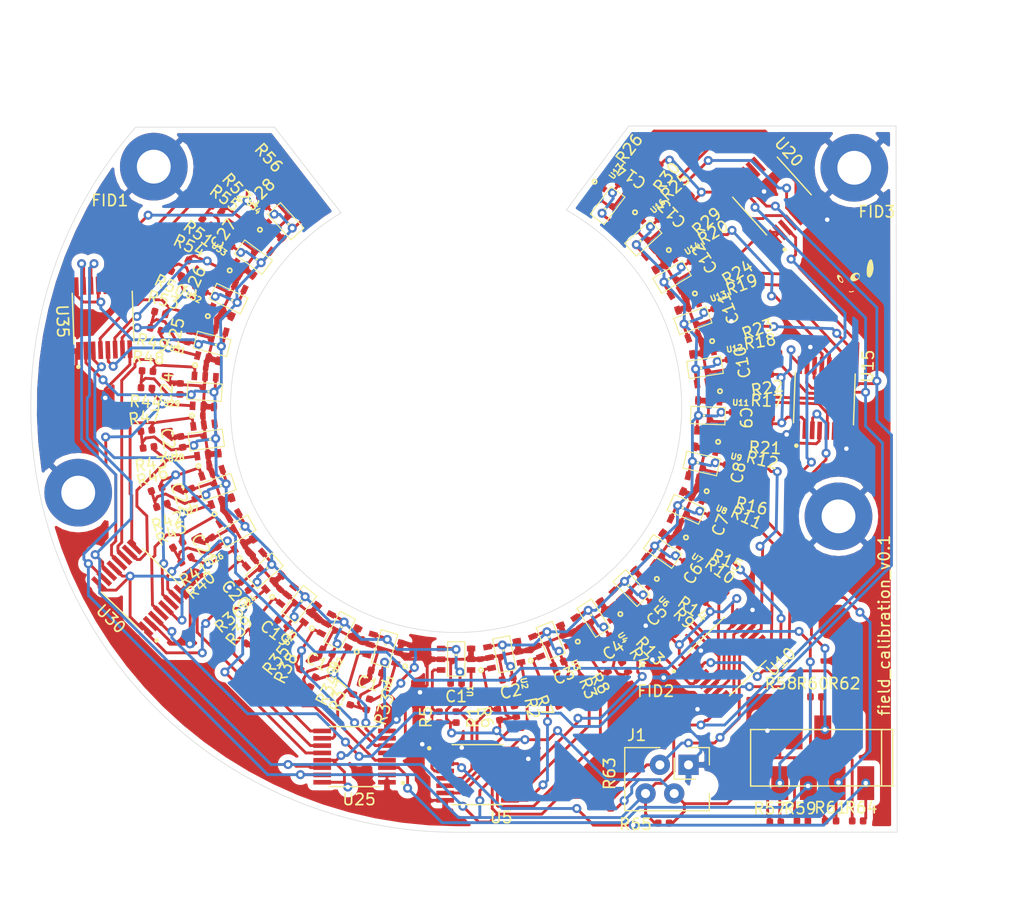
<source format=kicad_pcb>
(kicad_pcb (version 20171130) (host pcbnew 5.1.5-52549c5~84~ubuntu18.04.1)
  (layers (0 F.Cu signal) (31 B.Cu signal) (34 B.Paste user) (35 F.Paste user) (36 B.SilkS user) (37 F.SilkS user) (38 B.Mask user) (39 F.Mask user) (44 Edge.Cuts user))
  (net 0 "")
  (net 1 +3V3)
  (net 2 GND)
  (net 3 /SCL)
  (net 4 /SDA)
  (net 5 /sensor_quadruple/SCL_0)
  (net 6 /sensor_quadruple/SCL_1)
  (net 7 /sensor_quadruple/SCL_2)
  (net 8 /sensor_quadruple/SCL_3)
  (net 9 /sensor_quadruple/SDA_0)
  (net 10 /sensor_quadruple/SDA_1)
  (net 11 /sensor_quadruple/SDA_2)
  (net 12 /sensor_quadruple/SDA_3)
  (net 13 /sheet5EE3DD9F/SCL_0)
  (net 14 /sheet5EE3DD9F/SCL_1)
  (net 15 /sheet5EE3DD9F/SCL_2)
  (net 16 /sheet5EE3DD9F/SCL_3)
  (net 17 /sheet5EE3DD9F/SDA_0)
  (net 18 /sheet5EE3DD9F/SDA_1)
  (net 19 /sheet5EE3DD9F/SDA_2)
  (net 20 /sheet5EE3DD9F/SDA_3)
  (net 21 /sheet5EE42AC4/SCL_0)
  (net 22 /sheet5EE42AC4/SCL_1)
  (net 23 /sheet5EE42AC4/SCL_2)
  (net 24 /sheet5EE42AC4/SCL_3)
  (net 25 /sheet5EE42AC4/SDA_0)
  (net 26 /sheet5EE42AC4/SDA_1)
  (net 27 /sheet5EE42AC4/SDA_2)
  (net 28 /sheet5EE42AC4/SDA_3)
  (net 29 /reset_n_0)
  (net 30 /reset_n_1)
  (net 31 /reset_n_2)
  (net 32 /sheet5EE4EC55/SCL_0)
  (net 33 /sheet5EE4EC55/SCL_1)
  (net 34 /sheet5EE4EC55/SCL_2)
  (net 35 /sheet5EE4EC55/SCL_3)
  (net 36 /sheet5EE4EC55/SDA_0)
  (net 37 /sheet5EE4EC55/SDA_1)
  (net 38 /sheet5EE4EC55/SDA_2)
  (net 39 /sheet5EE4EC55/SDA_3)
  (net 40 /reset_n_3)
  (net 41 /sheet5EE57076/SCL_0)
  (net 42 /sheet5EE57076/SCL_1)
  (net 43 /sheet5EE57076/SCL_2)
  (net 44 /sheet5EE57076/SCL_3)
  (net 45 /sheet5EE57076/SDA_0)
  (net 46 /sheet5EE57076/SDA_1)
  (net 47 /sheet5EE57076/SDA_2)
  (net 48 /sheet5EE57076/SDA_3)
  (net 49 /sheet5EE57095/SCL_0)
  (net 50 /sheet5EE57095/SCL_1)
  (net 51 /sheet5EE57095/SCL_2)
  (net 52 /sheet5EE57095/SCL_3)
  (net 53 /sheet5EE57095/SDA_0)
  (net 54 /sheet5EE57095/SDA_1)
  (net 55 /sheet5EE57095/SDA_2)
  (net 56 /sheet5EE57095/SDA_3)
  (net 57 /sheet5EE570C8/SCL_0)
  (net 58 /sheet5EE570C8/SCL_1)
  (net 59 /sheet5EE570C8/SCL_2)
  (net 60 /sheet5EE570C8/SCL_3)
  (net 61 /sheet5EE570C8/SDA_0)
  (net 62 /sheet5EE570C8/SDA_1)
  (net 63 /sheet5EE570C8/SDA_2)
  (net 64 /sheet5EE570C8/SDA_3)
  (net 65 /reset_n_4)
  (net 66 /reset_n_5)
  (net 67 /reset_n_6)
  (module custom_lib:TLE493d (layer F.Cu) (at 152.239931 68.430019 53)
    (fp_text reference U17 (at 3.2 -1.25 233) (layer F.SilkS) (effects (font (size 0.5 0.5) (thickness 0.125))))
    (fp_text value TLE493d)
    (pad 1 smd rect (at 1.32 -1.325 53) (size 0.5 0.75) (layers F.Cu F.Paste F.Mask) (net 33 /sheet5EE4EC55/SCL_1))
    (pad 2 smd rect (at 0.37 -1.325 53) (size 0.5 0.75) (layers F.Cu F.Paste F.Mask) (net 2 GND))
    (pad 3 smd rect (at -0.58 -1.325 53) (size 0.5 0.75) (layers F.Cu F.Paste F.Mask) (net 2 GND))
    (pad 6 smd rect (at 1.32 1.325 53) (size 0.5 0.75) (layers F.Cu F.Paste F.Mask) (net 37 /sheet5EE4EC55/SDA_1))
    (pad 4 smd rect (at -0.58 1.325 53) (size 0.5 0.75) (layers F.Cu F.Paste F.Mask) (net 1 +3V3))
    (pad 5 smd rect (at 0.37 1.325 53) (size 0.5 0.75) (layers F.Cu F.Paste F.Mask) (net 2 GND))
    (pad "" connect rect (at -0.005 0 53) (size 0.2 0.2) (layers F.SilkS))
  )
  (module custom_lib:TE-Connectivity_Micro-Match_connector_02x02_Pitch_1.27mm (layer F.Cu) (at 157.7 119 270)
    (fp_text reference J1 (at -3.9 2.7) (layer F.SilkS))
    (fp_text value i2c)
    (pad "" np_thru_hole circle (at 0.53 -3.305 270) (size 1.5001 1.5001) (drill 1.5001) (layers *.Cu *.Mask))
    (pad 4 thru_hole circle (at 1.27 1.905 270) (size 1.8 1.8) (drill 0.8001) (layers *.Cu *.Mask) (net 4 /SDA))
    (pad 3 thru_hole circle (at -1.27 0.635 270) (size 1.8 1.8) (drill 0.8001) (layers *.Cu *.Mask) (net 3 /SCL))
    (pad 2 thru_hole circle (at 1.27 -0.635 270) (size 1.8 1.8) (drill 0.8001) (layers *.Cu *.Mask) (net 1 +3V3))
    (pad 1 thru_hole rect (at -1.27 -1.905 270) (size 1.8 1.8) (drill 0.8001) (layers *.Cu *.Mask) (net 2 GND))
  )
  (module Capacitor_SMD:C_0402_1005Metric (layer F.Cu) (at 139 110.5 180)
    (fp_text reference C1 (at 0 -1.17) (layer F.SilkS))
    (fp_text value C)
    (pad 2 smd roundrect (at 0.485 0 180) (size 0.59 0.64) (layers F.Cu F.Paste F.Mask) (net 2 GND))
    (pad 1 smd roundrect (at -0.485 0 180) (size 0.59 0.64) (layers F.Cu F.Paste F.Mask) (net 1 +3V3))
  )
  (module Capacitor_SMD:C_0402_1005Metric (layer F.Cu) (at 143.57898 110.089062 193.1)
    (fp_text reference C2 (at 0 -1.17 13.1) (layer F.SilkS))
    (fp_text value C)
    (pad 1 smd roundrect (at -0.485 0 193.1) (size 0.59 0.64) (layers F.Cu F.Paste F.Mask) (net 1 +3V3))
    (pad 2 smd roundrect (at 0.485 0 193.1) (size 0.59 0.64) (layers F.Cu F.Paste F.Mask) (net 2 GND))
  )
  (module Capacitor_SMD:C_0402_1005Metric (layer F.Cu) (at 148.091262 108.772768 204.1)
    (fp_text reference C3 (at 0 -1.17 24.1) (layer F.SilkS))
    (fp_text value C)
    (pad 1 smd roundrect (at -0.485 0 204.1) (size 0.59 0.64) (layers F.Cu F.Paste F.Mask) (net 1 +3V3))
    (pad 2 smd roundrect (at 0.485 0 204.1) (size 0.59 0.64) (layers F.Cu F.Paste F.Mask) (net 2 GND))
  )
  (module Capacitor_SMD:C_0402_1005Metric (layer F.Cu) (at 152.269479 106.619673 215.1)
    (fp_text reference C4 (at 0 -1.17 35.1) (layer F.SilkS))
    (fp_text value C)
    (pad 1 smd roundrect (at -0.485 0 215.1) (size 0.59 0.64) (layers F.Cu F.Paste F.Mask) (net 1 +3V3))
    (pad 2 smd roundrect (at 0.485 0 215.1) (size 0.59 0.64) (layers F.Cu F.Paste F.Mask) (net 2 GND))
  )
  (module Capacitor_SMD:C_0402_1005Metric (layer F.Cu) (at 155.9601 103.708895 226.1)
    (fp_text reference C5 (at 0 -1.17 46.1) (layer F.SilkS))
    (fp_text value C)
    (pad 2 smd roundrect (at 0.485 0 226.1) (size 0.59 0.64) (layers F.Cu F.Paste F.Mask) (net 2 GND))
    (pad 1 smd roundrect (at -0.485 0 226.1) (size 0.59 0.64) (layers F.Cu F.Paste F.Mask) (net 1 +3V3))
  )
  (module Capacitor_SMD:C_0402_1005Metric (layer F.Cu) (at 159.027513 100.147394 237.1)
    (fp_text reference C6 (at 0 -1.17 57.1) (layer F.SilkS))
    (fp_text value C)
    (pad 2 smd roundrect (at 0.485 0 237.1) (size 0.59 0.64) (layers F.Cu F.Paste F.Mask) (net 2 GND))
    (pad 1 smd roundrect (at -0.485 0 237.1) (size 0.59 0.64) (layers F.Cu F.Paste F.Mask) (net 1 +3V3))
  )
  (module Capacitor_SMD:C_0402_1005Metric (layer F.Cu) (at 161.359 96.066037 248.1)
    (fp_text reference C7 (at 0 -1.17 68.1) (layer F.SilkS))
    (fp_text value C)
    (pad 1 smd roundrect (at -0.485 0 248.1) (size 0.59 0.64) (layers F.Cu F.Paste F.Mask) (net 1 +3V3))
    (pad 2 smd roundrect (at 0.485 0 248.1) (size 0.59 0.64) (layers F.Cu F.Paste F.Mask) (net 2 GND))
  )
  (module Capacitor_SMD:C_0402_1005Metric (layer F.Cu) (at 162.868893 91.614797 259.1)
    (fp_text reference C8 (at 0 -1.17 79.1) (layer F.SilkS))
    (fp_text value C)
    (pad 2 smd roundrect (at 0.485 0 259.1) (size 0.59 0.64) (layers F.Cu F.Paste F.Mask) (net 2 GND))
    (pad 1 smd roundrect (at -0.485 0 259.1) (size 0.59 0.64) (layers F.Cu F.Paste F.Mask) (net 1 +3V3))
  )
  (module Capacitor_SMD:C_0402_1005Metric (layer F.Cu) (at 163.501708 86.957237 270.1)
    (fp_text reference C9 (at 0 -1.17 90.1) (layer F.SilkS))
    (fp_text value C)
    (pad 1 smd roundrect (at -0.485 0 270.1) (size 0.59 0.64) (layers F.Cu F.Paste F.Mask) (net 1 +3V3))
    (pad 2 smd roundrect (at 0.485 0 270.1) (size 0.59 0.64) (layers F.Cu F.Paste F.Mask) (net 2 GND))
  )
  (module Capacitor_SMD:C_0402_1005Metric (layer F.Cu) (at 163.234192 82.264505 281.1)
    (fp_text reference C10 (at 0 -1.17 101.1 unlocked) (layer F.SilkS))
    (fp_text value C)
    (pad 2 smd roundrect (at 0.485 0 281.1) (size 0.59 0.64) (layers F.Cu F.Paste F.Mask) (net 2 GND))
    (pad 1 smd roundrect (at -0.485 0 281.1) (size 0.59 0.64) (layers F.Cu F.Paste F.Mask) (net 1 +3V3))
  )
  (module Capacitor_SMD:C_0402_1005Metric (layer F.Cu) (at 162.076175 77.709034 292.1)
    (fp_text reference C11 (at -0.000001 -1.17 112.1 unlocked) (layer F.SilkS))
    (fp_text value C)
    (pad 1 smd roundrect (at -0.485 0 292.1) (size 0.59 0.64) (layers F.Cu F.Paste F.Mask) (net 1 +3V3))
    (pad 2 smd roundrect (at 0.485 0 292.1) (size 0.59 0.64) (layers F.Cu F.Paste F.Mask) (net 2 GND))
  )
  (module Capacitor_SMD:C_0402_1005Metric (layer F.Cu) (at 160.070211 73.45822 303.1)
    (fp_text reference C12 (at 0 -1.17 123.1 unlocked) (layer F.SilkS))
    (fp_text value C)
    (pad 2 smd roundrect (at 0.485 0 303.1) (size 0.59 0.64) (layers F.Cu F.Paste F.Mask) (net 2 GND))
    (pad 1 smd roundrect (at -0.485 0 303.1) (size 0.59 0.64) (layers F.Cu F.Paste F.Mask) (net 1 +3V3))
  )
  (module Resistor_SMD:R_0402_1005Metric (layer F.Cu) (at 139 113.5 90)
    (fp_text reference R1 (at 0 1.5 90) (layer F.SilkS))
    (fp_text value 1k)
    (pad 1 smd roundrect (at -0.485 0 90) (size 0.59 0.64) (layers F.Cu F.Paste F.Mask) (net 1 +3V3))
    (pad 2 smd roundrect (at 0.485 0 90) (size 0.59 0.64) (layers F.Cu F.Paste F.Mask) (net 5 /sensor_quadruple/SCL_0))
  )
  (module Resistor_SMD:R_0402_1005Metric (layer F.Cu) (at 144.244385 112.980023 101)
    (fp_text reference R2 (at -0.015 1.5 101) (layer F.SilkS))
    (fp_text value 1k)
    (pad 1 smd roundrect (at -0.485 0 101) (size 0.59 0.64) (layers F.Cu F.Paste F.Mask) (net 1 +3V3))
    (pad 2 smd roundrect (at 0.485 0 101) (size 0.59 0.64) (layers F.Cu F.Paste F.Mask) (net 6 /sensor_quadruple/SCL_1))
  )
  (module Resistor_SMD:R_0402_1005Metric (layer F.Cu) (at 149.301681 111.497556 112)
    (fp_text reference R3 (at 0 1.5 112) (layer F.SilkS))
    (fp_text value 1k)
    (pad 1 smd roundrect (at -0.485 0 112) (size 0.59 0.64) (layers F.Cu F.Paste F.Mask) (net 1 +3V3))
    (pad 2 smd roundrect (at 0.485 0 112) (size 0.59 0.64) (layers F.Cu F.Paste F.Mask) (net 7 /sensor_quadruple/SCL_2))
  )
  (module Resistor_SMD:R_0402_1005Metric (layer F.Cu) (at 153.977573 109.063441 123)
    (fp_text reference R4 (at 0 1.5 123) (layer F.SilkS))
    (fp_text value 1k)
    (pad 1 smd roundrect (at -0.485 0 123) (size 0.59 0.64) (layers F.Cu F.Paste F.Mask) (net 1 +3V3))
    (pad 2 smd roundrect (at 0.485 0 123) (size 0.59 0.64) (layers F.Cu F.Paste F.Mask) (net 8 /sensor_quadruple/SCL_3))
  )
  (module Resistor_SMD:R_0402_1005Metric (layer F.Cu) (at 137.5 113.5 90)
    (fp_text reference R5 (at 0 -1.17 90) (layer F.SilkS))
    (fp_text value 1k)
    (pad 2 smd roundrect (at 0.485 0 90) (size 0.59 0.64) (layers F.Cu F.Paste F.Mask) (net 9 /sensor_quadruple/SDA_0))
    (pad 1 smd roundrect (at -0.485 0 90) (size 0.59 0.64) (layers F.Cu F.Paste F.Mask) (net 1 +3V3))
  )
  (module Resistor_SMD:R_0402_1005Metric (layer F.Cu) (at 142.774807 113.280961 101)
    (fp_text reference R6 (at 0 -1.17 101) (layer F.SilkS))
    (fp_text value 1k)
    (pad 2 smd roundrect (at 0.485 0 101) (size 0.59 0.64) (layers F.Cu F.Paste F.Mask) (net 10 /sensor_quadruple/SDA_1))
    (pad 1 smd roundrect (at -0.485 0 101) (size 0.59 0.64) (layers F.Cu F.Paste F.Mask) (net 1 +3V3))
  )
  (module Resistor_SMD:R_0402_1005Metric (layer F.Cu) (at 147.910906 112.059466 112)
    (fp_text reference R7 (at 0 -1.17 112) (layer F.SilkS))
    (fp_text value 1k)
    (pad 2 smd roundrect (at 0.485 0 112) (size 0.59 0.64) (layers F.Cu F.Paste F.Mask) (net 11 /sensor_quadruple/SDA_2))
    (pad 1 smd roundrect (at -0.485 0 112) (size 0.59 0.64) (layers F.Cu F.Paste F.Mask) (net 1 +3V3))
  )
  (module Resistor_SMD:R_0402_1005Metric (layer F.Cu) (at 152.719568 109.880399 123)
    (fp_text reference R8 (at 0 -1.17 123) (layer F.SilkS))
    (fp_text value 1k)
    (pad 2 smd roundrect (at 0.485 0 123) (size 0.59 0.64) (layers F.Cu F.Paste F.Mask) (net 12 /sensor_quadruple/SDA_3))
    (pad 1 smd roundrect (at -0.485 0 123) (size 0.59 0.64) (layers F.Cu F.Paste F.Mask) (net 1 +3V3))
  )
  (module Resistor_SMD:R_0402_1005Metric (layer F.Cu) (at 158.103105 105.781845 134)
    (fp_text reference R9 (at 0 1.5 134) (layer F.SilkS))
    (fp_text value 1k)
    (pad 1 smd roundrect (at -0.485 0 134) (size 0.59 0.64) (layers F.Cu F.Paste F.Mask) (net 1 +3V3))
    (pad 2 smd roundrect (at 0.485 0 134) (size 0.59 0.64) (layers F.Cu F.Paste F.Mask) (net 13 /sheet5EE3DD9F/SCL_0))
  )
  (module Resistor_SMD:R_0402_1005Metric (layer F.Cu) (at 161.526681 101.773352 145)
    (fp_text reference R10 (at 0 1.5 145) (layer F.SilkS))
    (fp_text value 1k)
    (pad 1 smd roundrect (at -0.485 0 145) (size 0.59 0.64) (layers F.Cu F.Paste F.Mask) (net 1 +3V3))
    (pad 2 smd roundrect (at 0.485 0 145) (size 0.59 0.64) (layers F.Cu F.Paste F.Mask) (net 14 /sheet5EE3DD9F/SCL_1))
  )
  (module Resistor_SMD:R_0402_1005Metric (layer F.Cu) (at 164.1225 97.185258 156)
    (fp_text reference R11 (at 0 1.5 156) (layer F.SilkS))
    (fp_text value 1k)
    (pad 2 smd roundrect (at 0.485 0 156) (size 0.59 0.64) (layers F.Cu F.Paste F.Mask) (net 15 /sheet5EE3DD9F/SCL_2))
    (pad 1 smd roundrect (at -0.485 0 156) (size 0.59 0.64) (layers F.Cu F.Paste F.Mask) (net 1 +3V3))
  )
  (module Resistor_SMD:R_0402_1005Metric (layer F.Cu) (at 165.795177 92.186154 167)
    (fp_text reference R12 (at 0 1.5 167) (layer F.SilkS))
    (fp_text value 1k)
    (pad 2 smd roundrect (at 0.485 0 167) (size 0.59 0.64) (layers F.Cu F.Paste F.Mask) (net 16 /sheet5EE3DD9F/SCL_3))
    (pad 1 smd roundrect (at -0.485 0 167) (size 0.59 0.64) (layers F.Cu F.Paste F.Mask) (net 1 +3V3))
  )
  (module Resistor_SMD:R_0402_1005Metric (layer F.Cu) (at 157.024095 106.823832 134)
    (fp_text reference R13 (at 0 -1.17 134) (layer F.SilkS))
    (fp_text value 1k)
    (pad 2 smd roundrect (at 0.485 0 134) (size 0.59 0.64) (layers F.Cu F.Paste F.Mask) (net 17 /sheet5EE3DD9F/SDA_0))
    (pad 1 smd roundrect (at -0.485 0 134) (size 0.59 0.64) (layers F.Cu F.Paste F.Mask) (net 1 +3V3))
  )
  (module Resistor_SMD:R_0402_1005Metric (layer F.Cu) (at 160.666317 103.00208 145)
    (fp_text reference R14 (at 0 -1.17 145) (layer F.SilkS))
    (fp_text value 1k)
    (pad 2 smd roundrect (at 0.485 0 145) (size 0.59 0.64) (layers F.Cu F.Paste F.Mask) (net 18 /sheet5EE3DD9F/SDA_1))
    (pad 1 smd roundrect (at -0.485 0 145) (size 0.59 0.64) (layers F.Cu F.Paste F.Mask) (net 1 +3V3))
  )
  (module Resistor_SMD:R_0402_1005Metric (layer F.Cu) (at 163.512395 98.555576 156)
    (fp_text reference R15 (at 0 -1.17 156) (layer F.SilkS))
    (fp_text value 1k)
    (pad 1 smd roundrect (at -0.485 0 156) (size 0.59 0.64) (layers F.Cu F.Paste F.Mask) (net 1 +3V3))
    (pad 2 smd roundrect (at 0.485 0 156) (size 0.59 0.64) (layers F.Cu F.Paste F.Mask) (net 19 /sheet5EE3DD9F/SDA_2))
  )
  (module Resistor_SMD:R_0402_1005Metric (layer F.Cu) (at 165.45775 93.647709 167)
    (fp_text reference R16 (at 0 -1.17 167) (layer F.SilkS))
    (fp_text value 1k)
    (pad 1 smd roundrect (at -0.485 0 167) (size 0.59 0.64) (layers F.Cu F.Paste F.Mask) (net 1 +3V3))
    (pad 2 smd roundrect (at 0.485 0 167) (size 0.59 0.64) (layers F.Cu F.Paste F.Mask) (net 20 /sheet5EE3DD9F/SDA_3))
  )
  (module Resistor_SMD:R_0402_1005Metric (layer F.Cu) (at 166.483248 86.959736 178)
    (fp_text reference R17 (at 0 1.5 178) (layer F.SilkS))
    (fp_text value 1k)
    (pad 2 smd roundrect (at 0.485 0 178) (size 0.59 0.64) (layers F.Cu F.Paste F.Mask) (net 21 /sheet5EE42AC4/SCL_0))
    (pad 1 smd roundrect (at -0.485 0 178) (size 0.59 0.64) (layers F.Cu F.Paste F.Mask) (net 1 +3V3))
  )
  (module Resistor_SMD:R_0402_1005Metric (layer F.Cu) (at 166.161429 81.698052 189)
    (fp_text reference R18 (at 0 1.5 9) (layer F.SilkS))
    (fp_text value 1k)
    (pad 2 smd roundrect (at 0.485 0 189) (size 0.59 0.64) (layers F.Cu F.Paste F.Mask) (net 22 /sheet5EE42AC4/SCL_1))
    (pad 1 smd roundrect (at -0.485 0 189) (size 0.59 0.64) (layers F.Cu F.Paste F.Mask) (net 1 +3V3))
  )
  (module Resistor_SMD:R_0402_1005Metric (layer F.Cu) (at 164.841547 76.594446 200)
    (fp_text reference R19 (at 0 1.5 20) (layer F.SilkS))
    (fp_text value 1k)
    (pad 2 smd roundrect (at 0.485 0 200) (size 0.59 0.64) (layers F.Cu F.Paste F.Mask) (net 23 /sheet5EE42AC4/SCL_2))
    (pad 1 smd roundrect (at -0.485 0 200) (size 0.59 0.64) (layers F.Cu F.Paste F.Mask) (net 1 +3V3))
  )
  (module Resistor_SMD:R_0402_1005Metric (layer F.Cu) (at 162.572101 71.836453 211)
    (fp_text reference R20 (at 0 1.5 31) (layer F.SilkS))
    (fp_text value 1k)
    (pad 1 smd roundrect (at -0.485 0 211) (size 0.59 0.64) (layers F.Cu F.Paste F.Mask) (net 1 +3V3))
    (pad 2 smd roundrect (at 0.485 0 211) (size 0.59 0.64) (layers F.Cu F.Paste F.Mask) (net 24 /sheet5EE42AC4/SCL_3))
  )
  (module Resistor_SMD:R_0402_1005Metric (layer F.Cu) (at 166.430898 88.458822 178)
    (fp_text reference R21 (at 0 -1.17 178) (layer F.SilkS))
    (fp_text value 1k)
    (pad 1 smd roundrect (at -0.485 0 178) (size 0.59 0.64) (layers F.Cu F.Paste F.Mask) (net 1 +3V3))
    (pad 2 smd roundrect (at 0.485 0 178) (size 0.59 0.64) (layers F.Cu F.Paste F.Mask) (net 25 /sheet5EE42AC4/SDA_0))
  )
  (module Resistor_SMD:R_0402_1005Metric (layer F.Cu) (at 166.396081 83.179585 189)
    (fp_text reference R22 (at 0 -1.17 9) (layer F.SilkS))
    (fp_text value 1k)
    (pad 1 smd roundrect (at -0.485 0 189) (size 0.59 0.64) (layers F.Cu F.Paste F.Mask) (net 1 +3V3))
    (pad 2 smd roundrect (at 0.485 0 189) (size 0.59 0.64) (layers F.Cu F.Paste F.Mask) (net 26 /sheet5EE42AC4/SDA_1))
  )
  (module Resistor_SMD:R_0402_1005Metric (layer F.Cu) (at 165.354577 78.003985 200)
    (fp_text reference R23 (at 0 -1.17 20) (layer F.SilkS))
    (fp_text value 1k)
    (pad 2 smd roundrect (at 0.485 0 200) (size 0.59 0.64) (layers F.Cu F.Paste F.Mask) (net 27 /sheet5EE42AC4/SDA_2))
    (pad 1 smd roundrect (at -0.485 0 200) (size 0.59 0.64) (layers F.Cu F.Paste F.Mask) (net 1 +3V3))
  )
  (module Resistor_SMD:R_0402_1005Metric (layer F.Cu) (at 163.344658 73.122204 211)
    (fp_text reference R24 (at 0 -1.17 31) (layer F.SilkS))
    (fp_text value 1k)
    (pad 1 smd roundrect (at -0.485 0 211) (size 0.59 0.64) (layers F.Cu F.Paste F.Mask) (net 1 +3V3))
    (pad 2 smd roundrect (at 0.485 0 211) (size 0.59 0.64) (layers F.Cu F.Paste F.Mask) (net 28 /sheet5EE42AC4/SDA_3))
  )
  (module custom_lib:TLE493d (layer F.Cu) (at 139 108 270)
    (fp_text reference U1 (at 3.2 -1.25 270) (layer F.SilkS) (effects (font (size 0.5 0.5) (thickness 0.125))))
    (fp_text value TLE493d)
    (pad "" connect rect (at -0.005 0 270) (size 0.2 0.2) (layers F.SilkS))
    (pad 5 smd rect (at 0.37 1.325 270) (size 0.5 0.75) (layers F.Cu F.Paste F.Mask) (net 2 GND))
    (pad 4 smd rect (at -0.58 1.325 270) (size 0.5 0.75) (layers F.Cu F.Paste F.Mask) (net 1 +3V3))
    (pad 6 smd rect (at 1.32 1.325 270) (size 0.5 0.75) (layers F.Cu F.Paste F.Mask) (net 9 /sensor_quadruple/SDA_0))
    (pad 3 smd rect (at -0.58 -1.325 270) (size 0.5 0.75) (layers F.Cu F.Paste F.Mask) (net 2 GND))
    (pad 2 smd rect (at 0.37 -1.325 270) (size 0.5 0.75) (layers F.Cu F.Paste F.Mask) (net 2 GND))
    (pad 1 smd rect (at 1.32 -1.325 270) (size 0.5 0.75) (layers F.Cu F.Paste F.Mask) (net 5 /sensor_quadruple/SCL_0))
  )
  (module custom_lib:TLE493d (layer F.Cu) (at 143.197798 107.595798 281)
    (fp_text reference U2 (at 3.2 -1.25 281) (layer F.SilkS) (effects (font (size 0.5 0.5) (thickness 0.125))))
    (fp_text value TLE493d)
    (pad 1 smd rect (at 1.32 -1.325 281) (size 0.5 0.75) (layers F.Cu F.Paste F.Mask) (net 6 /sensor_quadruple/SCL_1))
    (pad 2 smd rect (at 0.37 -1.325 281) (size 0.5 0.75) (layers F.Cu F.Paste F.Mask) (net 2 GND))
    (pad 3 smd rect (at -0.58 -1.325 281) (size 0.5 0.75) (layers F.Cu F.Paste F.Mask) (net 2 GND))
    (pad 6 smd rect (at 1.32 1.325 281) (size 0.5 0.75) (layers F.Cu F.Paste F.Mask) (net 10 /sensor_quadruple/SDA_1))
    (pad 4 smd rect (at -0.58 1.325 281) (size 0.5 0.75) (layers F.Cu F.Paste F.Mask) (net 1 +3V3))
    (pad 5 smd rect (at 0.37 1.325 281) (size 0.5 0.75) (layers F.Cu F.Paste F.Mask) (net 2 GND))
    (pad "" connect rect (at -0.005 0 281) (size 0.2 0.2) (layers F.SilkS))
  )
  (module custom_lib:TLE493d (layer F.Cu) (at 147.241345 106.398045 292)
    (fp_text reference U3 (at 3.2 -1.25 292) (layer F.SilkS) (effects (font (size 0.5 0.5) (thickness 0.125))))
    (fp_text value TLE493d)
    (pad 1 smd rect (at 1.32 -1.325 292) (size 0.5 0.75) (layers F.Cu F.Paste F.Mask) (net 7 /sensor_quadruple/SCL_2))
    (pad 2 smd rect (at 0.37 -1.325 292) (size 0.5 0.75) (layers F.Cu F.Paste F.Mask) (net 2 GND))
    (pad 3 smd rect (at -0.58 -1.325 292) (size 0.5 0.75) (layers F.Cu F.Paste F.Mask) (net 2 GND))
    (pad 6 smd rect (at 1.32 1.325 292) (size 0.5 0.75) (layers F.Cu F.Paste F.Mask) (net 11 /sensor_quadruple/SDA_2))
    (pad 4 smd rect (at -0.58 1.325 292) (size 0.5 0.75) (layers F.Cu F.Paste F.Mask) (net 1 +3V3))
    (pad 5 smd rect (at 0.37 1.325 292) (size 0.5 0.75) (layers F.Cu F.Paste F.Mask) (net 2 GND))
    (pad "" connect rect (at -0.005 0 292) (size 0.2 0.2) (layers F.SilkS))
  )
  (module custom_lib:TLE493d (layer F.Cu) (at 150.982059 104.450752 303)
    (fp_text reference U4 (at 3.2 -1.25 303) (layer F.SilkS) (effects (font (size 0.5 0.5) (thickness 0.125))))
    (fp_text value TLE493d)
    (pad "" connect rect (at -0.005 0 303) (size 0.2 0.2) (layers F.SilkS))
    (pad 5 smd rect (at 0.37 1.325 303) (size 0.5 0.75) (layers F.Cu F.Paste F.Mask) (net 2 GND))
    (pad 4 smd rect (at -0.58 1.325 303) (size 0.5 0.75) (layers F.Cu F.Paste F.Mask) (net 1 +3V3))
    (pad 6 smd rect (at 1.32 1.325 303) (size 0.5 0.75) (layers F.Cu F.Paste F.Mask) (net 12 /sensor_quadruple/SDA_3))
    (pad 3 smd rect (at -0.58 -1.325 303) (size 0.5 0.75) (layers F.Cu F.Paste F.Mask) (net 2 GND))
    (pad 2 smd rect (at 0.37 -1.325 303) (size 0.5 0.75) (layers F.Cu F.Paste F.Mask) (net 2 GND))
    (pad 1 smd rect (at 1.32 -1.325 303) (size 0.5 0.75) (layers F.Cu F.Paste F.Mask) (net 8 /sensor_quadruple/SCL_3))
  )
  (module custom_lib:SOP65P640X120-16N (layer F.Cu) (at 140.9 118.6)
    (fp_text reference U5 (at 2.1 3.8) (layer F.SilkS))
    (fp_text value TCA9546APWR)
    (pad 1 smd rect (at -2.87 -2.275) (size 1.57 0.41) (layers F.Cu F.Paste F.Mask) (net 2 GND))
    (pad 2 smd rect (at -2.87 -1.625) (size 1.57 0.41) (layers F.Cu F.Paste F.Mask) (net 2 GND))
    (pad 3 smd rect (at -2.87 -0.975) (size 1.57 0.41) (layers F.Cu F.Paste F.Mask) (net 29 /reset_n_0))
    (pad 4 smd rect (at -2.87 -0.325) (size 1.57 0.41) (layers F.Cu F.Paste F.Mask) (net 9 /sensor_quadruple/SDA_0))
    (pad 5 smd rect (at -2.87 0.325) (size 1.57 0.41) (layers F.Cu F.Paste F.Mask) (net 5 /sensor_quadruple/SCL_0))
    (pad 6 smd rect (at -2.87 0.975) (size 1.57 0.41) (layers F.Cu F.Paste F.Mask) (net 10 /sensor_quadruple/SDA_1))
    (pad 7 smd rect (at -2.87 1.625) (size 1.57 0.41) (layers F.Cu F.Paste F.Mask) (net 6 /sensor_quadruple/SCL_1))
    (pad 8 smd rect (at -2.87 2.275) (size 1.57 0.41) (layers F.Cu F.Paste F.Mask) (net 2 GND))
    (pad 9 smd rect (at 2.87 2.275) (size 1.57 0.41) (layers F.Cu F.Paste F.Mask) (net 11 /sensor_quadruple/SDA_2))
    (pad 10 smd rect (at 2.87 1.625) (size 1.57 0.41) (layers F.Cu F.Paste F.Mask) (net 7 /sensor_quadruple/SCL_2))
    (pad 11 smd rect (at 2.87 0.975) (size 1.57 0.41) (layers F.Cu F.Paste F.Mask) (net 12 /sensor_quadruple/SDA_3))
    (pad 12 smd rect (at 2.87 0.325) (size 1.57 0.41) (layers F.Cu F.Paste F.Mask) (net 8 /sensor_quadruple/SCL_3))
    (pad 13 smd rect (at 2.87 -0.325) (size 1.57 0.41) (layers F.Cu F.Paste F.Mask) (net 2 GND))
    (pad 14 smd rect (at 2.87 -0.975) (size 1.57 0.41) (layers F.Cu F.Paste F.Mask) (net 3 /SCL))
    (pad 15 smd rect (at 2.87 -1.625) (size 1.57 0.41) (layers F.Cu F.Paste F.Mask) (net 4 /SDA))
    (pad 16 smd rect (at 2.87 -2.275) (size 1.57 0.41) (layers F.Cu F.Paste F.Mask) (net 1 +3V3))
  )
  (module custom_lib:TLE493d (layer F.Cu) (at 154.282484 101.825476 314)
    (fp_text reference U6 (at 3.2 -1.25 314) (layer F.SilkS) (effects (font (size 0.5 0.5) (thickness 0.125))))
    (fp_text value TLE493d)
    (pad 1 smd rect (at 1.32 -1.325 314) (size 0.5 0.75) (layers F.Cu F.Paste F.Mask) (net 13 /sheet5EE3DD9F/SCL_0))
    (pad 2 smd rect (at 0.37 -1.325 314) (size 0.5 0.75) (layers F.Cu F.Paste F.Mask) (net 2 GND))
    (pad 3 smd rect (at -0.58 -1.325 314) (size 0.5 0.75) (layers F.Cu F.Paste F.Mask) (net 2 GND))
    (pad 6 smd rect (at 1.32 1.325 314) (size 0.5 0.75) (layers F.Cu F.Paste F.Mask) (net 17 /sheet5EE3DD9F/SDA_0))
    (pad 4 smd rect (at -0.58 1.325 314) (size 0.5 0.75) (layers F.Cu F.Paste F.Mask) (net 1 +3V3))
    (pad 5 smd rect (at 0.37 1.325 314) (size 0.5 0.75) (layers F.Cu F.Paste F.Mask) (net 2 GND))
    (pad "" connect rect (at -0.005 0 314) (size 0.2 0.2) (layers F.SilkS))
  )
  (module custom_lib:TLE493d (layer F.Cu) (at 157.021345 98.618682 325)
    (fp_text reference U7 (at 3.2 -1.25 325) (layer F.SilkS) (effects (font (size 0.5 0.5) (thickness 0.125))))
    (fp_text value TLE493d)
    (pad 1 smd rect (at 1.32 -1.325 325) (size 0.5 0.75) (layers F.Cu F.Paste F.Mask) (net 14 /sheet5EE3DD9F/SCL_1))
    (pad 2 smd rect (at 0.37 -1.325 325) (size 0.5 0.75) (layers F.Cu F.Paste F.Mask) (net 2 GND))
    (pad 3 smd rect (at -0.58 -1.325 325) (size 0.5 0.75) (layers F.Cu F.Paste F.Mask) (net 2 GND))
    (pad 6 smd rect (at 1.32 1.325 325) (size 0.5 0.75) (layers F.Cu F.Paste F.Mask) (net 18 /sheet5EE3DD9F/SDA_1))
    (pad 4 smd rect (at -0.58 1.325 325) (size 0.5 0.75) (layers F.Cu F.Paste F.Mask) (net 1 +3V3))
    (pad 5 smd rect (at 0.37 1.325 325) (size 0.5 0.75) (layers F.Cu F.Paste F.Mask) (net 2 GND))
    (pad "" connect rect (at -0.005 0 325) (size 0.2 0.2) (layers F.SilkS))
  )
  (module custom_lib:TLE493d (layer F.Cu) (at 159.098 94.948206 336)
    (fp_text reference U8 (at 3.2 -1.25 336) (layer F.SilkS) (effects (font (size 0.5 0.5) (thickness 0.125))))
    (fp_text value TLE493d)
    (pad 1 smd rect (at 1.32 -1.325 336) (size 0.5 0.75) (layers F.Cu F.Paste F.Mask) (net 15 /sheet5EE3DD9F/SCL_2))
    (pad 2 smd rect (at 0.37 -1.325 336) (size 0.5 0.75) (layers F.Cu F.Paste F.Mask) (net 2 GND))
    (pad 3 smd rect (at -0.58 -1.325 336) (size 0.5 0.75) (layers F.Cu F.Paste F.Mask) (net 2 GND))
    (pad 6 smd rect (at 1.32 1.325 336) (size 0.5 0.75) (layers F.Cu F.Paste F.Mask) (net 19 /sheet5EE3DD9F/SDA_2))
    (pad 4 smd rect (at -0.58 1.325 336) (size 0.5 0.75) (layers F.Cu F.Paste F.Mask) (net 1 +3V3))
    (pad 5 smd rect (at 0.37 1.325 336) (size 0.5 0.75) (layers F.Cu F.Paste F.Mask) (net 2 GND))
    (pad "" connect rect (at -0.005 0 336) (size 0.2 0.2) (layers F.SilkS))
  )
  (module custom_lib:TLE493d (layer F.Cu) (at 160.436141 90.948923 347)
    (fp_text reference U9 (at 3.2 -1.25 347) (layer F.SilkS) (effects (font (size 0.5 0.5) (thickness 0.125))))
    (fp_text value TLE493d)
    (pad "" connect rect (at -0.005 0 347) (size 0.2 0.2) (layers F.SilkS))
    (pad 5 smd rect (at 0.37 1.325 347) (size 0.5 0.75) (layers F.Cu F.Paste F.Mask) (net 2 GND))
    (pad 4 smd rect (at -0.58 1.325 347) (size 0.5 0.75) (layers F.Cu F.Paste F.Mask) (net 1 +3V3))
    (pad 6 smd rect (at 1.32 1.325 347) (size 0.5 0.75) (layers F.Cu F.Paste F.Mask) (net 20 /sheet5EE3DD9F/SDA_3))
    (pad 3 smd rect (at -0.58 -1.325 347) (size 0.5 0.75) (layers F.Cu F.Paste F.Mask) (net 2 GND))
    (pad 2 smd rect (at 0.37 -1.325 347) (size 0.5 0.75) (layers F.Cu F.Paste F.Mask) (net 2 GND))
    (pad 1 smd rect (at 1.32 -1.325 347) (size 0.5 0.75) (layers F.Cu F.Paste F.Mask) (net 16 /sheet5EE3DD9F/SCL_3))
  )
  (module custom_lib:SOP65P640X120-16N (layer F.Cu) (at 163.012608 108.130627 44)
    (fp_text reference U10 (at 3.117708 3.663241 44) (layer F.SilkS))
    (fp_text value TCA9546APWR)
    (pad 16 smd rect (at 2.87 -2.275 44) (size 1.57 0.41) (layers F.Cu F.Paste F.Mask) (net 1 +3V3))
    (pad 15 smd rect (at 2.87 -1.625 44) (size 1.57 0.41) (layers F.Cu F.Paste F.Mask) (net 4 /SDA))
    (pad 14 smd rect (at 2.87 -0.975 44) (size 1.57 0.41) (layers F.Cu F.Paste F.Mask) (net 3 /SCL))
    (pad 13 smd rect (at 2.87 -0.325 44) (size 1.57 0.41) (layers F.Cu F.Paste F.Mask) (net 2 GND))
    (pad 12 smd rect (at 2.87 0.325 44) (size 1.57 0.41) (layers F.Cu F.Paste F.Mask) (net 16 /sheet5EE3DD9F/SCL_3))
    (pad 11 smd rect (at 2.87 0.975 44) (size 1.57 0.41) (layers F.Cu F.Paste F.Mask) (net 20 /sheet5EE3DD9F/SDA_3))
    (pad 10 smd rect (at 2.87 1.625 44) (size 1.57 0.41) (layers F.Cu F.Paste F.Mask) (net 15 /sheet5EE3DD9F/SCL_2))
    (pad 9 smd rect (at 2.87 2.275 44) (size 1.57 0.41) (layers F.Cu F.Paste F.Mask) (net 19 /sheet5EE3DD9F/SDA_2))
    (pad 8 smd rect (at -2.87 2.275 44) (size 1.57 0.41) (layers F.Cu F.Paste F.Mask) (net 2 GND))
    (pad 7 smd rect (at -2.87 1.625 44) (size 1.57 0.41) (layers F.Cu F.Paste F.Mask) (net 14 /sheet5EE3DD9F/SCL_1))
    (pad 6 smd rect (at -2.87 0.975 44) (size 1.57 0.41) (layers F.Cu F.Paste F.Mask) (net 18 /sheet5EE3DD9F/SDA_1))
    (pad 5 smd rect (at -2.87 0.325 44) (size 1.57 0.41) (layers F.Cu F.Paste F.Mask) (net 13 /sheet5EE3DD9F/SCL_0))
    (pad 4 smd rect (at -2.87 -0.325 44) (size 1.57 0.41) (layers F.Cu F.Paste F.Mask) (net 17 /sheet5EE3DD9F/SDA_0))
    (pad 3 smd rect (at -2.87 -0.975 44) (size 1.57 0.41) (layers F.Cu F.Paste F.Mask) (net 30 /reset_n_1))
    (pad 2 smd rect (at -2.87 -1.625 44) (size 1.57 0.41) (layers F.Cu F.Paste F.Mask) (net 2 GND))
    (pad 1 smd rect (at -2.87 -2.275 44) (size 1.57 0.41) (layers F.Cu F.Paste F.Mask) (net 1 +3V3))
  )
  (module custom_lib:TLE493d (layer F.Cu) (at 160.986598 86.767789 358)
    (fp_text reference U11 (at 3.2 -1.25 358) (layer F.SilkS) (effects (font (size 0.5 0.5) (thickness 0.125))))
    (fp_text value TLE493d)
    (pad "" connect rect (at -0.005 0 358) (size 0.2 0.2) (layers F.SilkS))
    (pad 5 smd rect (at 0.37 1.325 358) (size 0.5 0.75) (layers F.Cu F.Paste F.Mask) (net 2 GND))
    (pad 4 smd rect (at -0.58 1.325 358) (size 0.5 0.75) (layers F.Cu F.Paste F.Mask) (net 1 +3V3))
    (pad 6 smd rect (at 1.32 1.325 358) (size 0.5 0.75) (layers F.Cu F.Paste F.Mask) (net 25 /sheet5EE42AC4/SDA_0))
    (pad 3 smd rect (at -0.58 -1.325 358) (size 0.5 0.75) (layers F.Cu F.Paste F.Mask) (net 2 GND))
    (pad 2 smd rect (at 0.37 -1.325 358) (size 0.5 0.75) (layers F.Cu F.Paste F.Mask) (net 2 GND))
    (pad 1 smd rect (at 1.32 -1.325 358) (size 0.5 0.75) (layers F.Cu F.Paste F.Mask) (net 21 /sheet5EE42AC4/SCL_0))
  )
  (module custom_lib:TLE493d (layer F.Cu) (at 160.729143 82.558442 9)
    (fp_text reference U12 (at 3.2 -1.25 189) (layer F.SilkS) (effects (font (size 0.5 0.5) (thickness 0.125))))
    (fp_text value TLE493d)
    (pad "" connect rect (at -0.005 0 9) (size 0.2 0.2) (layers F.SilkS))
    (pad 5 smd rect (at 0.37 1.325 9) (size 0.5 0.75) (layers F.Cu F.Paste F.Mask) (net 2 GND))
    (pad 4 smd rect (at -0.58 1.325 9) (size 0.5 0.75) (layers F.Cu F.Paste F.Mask) (net 1 +3V3))
    (pad 6 smd rect (at 1.32 1.325 9) (size 0.5 0.75) (layers F.Cu F.Paste F.Mask) (net 26 /sheet5EE42AC4/SDA_1))
    (pad 3 smd rect (at -0.58 -1.325 9) (size 0.5 0.75) (layers F.Cu F.Paste F.Mask) (net 2 GND))
    (pad 2 smd rect (at 0.37 -1.325 9) (size 0.5 0.75) (layers F.Cu F.Paste F.Mask) (net 2 GND))
    (pad 1 smd rect (at 1.32 -1.325 9) (size 0.5 0.75) (layers F.Cu F.Paste F.Mask) (net 22 /sheet5EE42AC4/SCL_1))
  )
  (module custom_lib:TLE493d (layer F.Cu) (at 159.673238 78.475557 20)
    (fp_text reference U13 (at 3.2 -1.25 200) (layer F.SilkS) (effects (font (size 0.5 0.5) (thickness 0.125))))
    (fp_text value TLE493d)
    (pad "" connect rect (at -0.005 0 20) (size 0.2 0.2) (layers F.SilkS))
    (pad 5 smd rect (at 0.37 1.325 20) (size 0.5 0.75) (layers F.Cu F.Paste F.Mask) (net 2 GND))
    (pad 4 smd rect (at -0.58 1.325 20) (size 0.5 0.75) (layers F.Cu F.Paste F.Mask) (net 1 +3V3))
    (pad 6 smd rect (at 1.32 1.325 20) (size 0.5 0.75) (layers F.Cu F.Paste F.Mask) (net 27 /sheet5EE42AC4/SDA_2))
    (pad 3 smd rect (at -0.58 -1.325 20) (size 0.5 0.75) (layers F.Cu F.Paste F.Mask) (net 2 GND))
    (pad 2 smd rect (at 0.37 -1.325 20) (size 0.5 0.75) (layers F.Cu F.Paste F.Mask) (net 2 GND))
    (pad 1 smd rect (at 1.32 -1.325 20) (size 0.5 0.75) (layers F.Cu F.Paste F.Mask) (net 23 /sheet5EE42AC4/SCL_2))
  )
  (module custom_lib:TLE493d (layer F.Cu) (at 157.857681 74.669162 31)
    (fp_text reference U14 (at 3.2 -1.25 211) (layer F.SilkS) (effects (font (size 0.5 0.5) (thickness 0.125))))
    (fp_text value TLE493d)
    (pad 1 smd rect (at 1.32 -1.325 31) (size 0.5 0.75) (layers F.Cu F.Paste F.Mask) (net 24 /sheet5EE42AC4/SCL_3))
    (pad 2 smd rect (at 0.37 -1.325 31) (size 0.5 0.75) (layers F.Cu F.Paste F.Mask) (net 2 GND))
    (pad 3 smd rect (at -0.58 -1.325 31) (size 0.5 0.75) (layers F.Cu F.Paste F.Mask) (net 2 GND))
    (pad 6 smd rect (at 1.32 1.325 31) (size 0.5 0.75) (layers F.Cu F.Paste F.Mask) (net 28 /sheet5EE42AC4/SDA_3))
    (pad 4 smd rect (at -0.58 1.325 31) (size 0.5 0.75) (layers F.Cu F.Paste F.Mask) (net 1 +3V3))
    (pad 5 smd rect (at 0.37 1.325 31) (size 0.5 0.75) (layers F.Cu F.Paste F.Mask) (net 2 GND))
    (pad "" connect rect (at -0.005 0 31) (size 0.2 0.2) (layers F.SilkS))
  )
  (module custom_lib:SOP65P640X120-16N (layer F.Cu) (at 171.64645 85.238881 88)
    (fp_text reference U15 (at 2.971639 3.752127 88) (layer F.SilkS))
    (fp_text value TCA9546APWR)
    (pad 1 smd rect (at -2.87 -2.275 88) (size 1.57 0.41) (layers F.Cu F.Paste F.Mask) (net 2 GND))
    (pad 2 smd rect (at -2.87 -1.625 88) (size 1.57 0.41) (layers F.Cu F.Paste F.Mask) (net 1 +3V3))
    (pad 3 smd rect (at -2.87 -0.975 88) (size 1.57 0.41) (layers F.Cu F.Paste F.Mask) (net 31 /reset_n_2))
    (pad 4 smd rect (at -2.87 -0.325 88) (size 1.57 0.41) (layers F.Cu F.Paste F.Mask) (net 25 /sheet5EE42AC4/SDA_0))
    (pad 5 smd rect (at -2.87 0.325 88) (size 1.57 0.41) (layers F.Cu F.Paste F.Mask) (net 21 /sheet5EE42AC4/SCL_0))
    (pad 6 smd rect (at -2.87 0.975 88) (size 1.57 0.41) (layers F.Cu F.Paste F.Mask) (net 26 /sheet5EE42AC4/SDA_1))
    (pad 7 smd rect (at -2.87 1.625 88) (size 1.57 0.41) (layers F.Cu F.Paste F.Mask) (net 22 /sheet5EE42AC4/SCL_1))
    (pad 8 smd rect (at -2.87 2.275 88) (size 1.57 0.41) (layers F.Cu F.Paste F.Mask) (net 2 GND))
    (pad 9 smd rect (at 2.87 2.275 88) (size 1.57 0.41) (layers F.Cu F.Paste F.Mask) (net 27 /sheet5EE42AC4/SDA_2))
    (pad 10 smd rect (at 2.87 1.625 88) (size 1.57 0.41) (layers F.Cu F.Paste F.Mask) (net 23 /sheet5EE42AC4/SCL_2))
    (pad 11 smd rect (at 2.87 0.975 88) (size 1.57 0.41) (layers F.Cu F.Paste F.Mask) (net 28 /sheet5EE42AC4/SDA_3))
    (pad 12 smd rect (at 2.87 0.325 88) (size 1.57 0.41) (layers F.Cu F.Paste F.Mask) (net 24 /sheet5EE42AC4/SCL_3))
    (pad 13 smd rect (at 2.87 -0.325 88) (size 1.57 0.41) (layers F.Cu F.Paste F.Mask) (net 2 GND))
    (pad 14 smd rect (at 2.87 -0.975 88) (size 1.57 0.41) (layers F.Cu F.Paste F.Mask) (net 3 /SCL))
    (pad 15 smd rect (at 2.87 -1.625 88) (size 1.57 0.41) (layers F.Cu F.Paste F.Mask) (net 4 /SDA))
    (pad 16 smd rect (at 2.87 -2.275 88) (size 1.57 0.41) (layers F.Cu F.Paste F.Mask) (net 1 +3V3))
  )
  (module Capacitor_SMD:C_0402_1005Metric (layer F.Cu) (at 157.290007 69.668263 314.1)
    (fp_text reference C13 (at 0 -1.17 134.1 unlocked) (layer F.SilkS))
    (fp_text value C)
    (pad 2 smd roundrect (at 0.485 0 314.1) (size 0.59 0.64) (layers F.Cu F.Paste F.Mask) (net 2 GND))
    (pad 1 smd roundrect (at -0.485 0 314.1) (size 0.59 0.64) (layers F.Cu F.Paste F.Mask) (net 1 +3V3))
  )
  (module Capacitor_SMD:C_0402_1005Metric (layer F.Cu) (at 153.837726 66.478425 325.1)
    (fp_text reference C14 (at 0 -1.17 145.1 unlocked) (layer F.SilkS))
    (fp_text value C)
    (pad 1 smd roundrect (at -0.485 0 325.1) (size 0.59 0.64) (layers F.Cu F.Paste F.Mask) (net 1 +3V3))
    (pad 2 smd roundrect (at 0.485 0 325.1) (size 0.59 0.64) (layers F.Cu F.Paste F.Mask) (net 2 GND))
  )
  (module Resistor_SMD:R_0402_1005Metric (layer F.Cu) (at 159.436483 67.598908 222)
    (fp_text reference R25 (at 0 1.5 42) (layer F.SilkS))
    (fp_text value 1k)
    (pad 1 smd roundrect (at -0.485 0 222) (size 0.59 0.64) (layers F.Cu F.Paste F.Mask) (net 1 +3V3))
    (pad 2 smd roundrect (at 0.485 0 222) (size 0.59 0.64) (layers F.Cu F.Paste F.Mask) (net 32 /sheet5EE4EC55/SCL_0))
  )
  (module Resistor_SMD:R_0402_1005Metric (layer F.Cu) (at 155.549913 64.037523 233)
    (fp_text reference R26 (at 0 1.5 53) (layer F.SilkS))
    (fp_text value 1k)
    (pad 2 smd roundrect (at 0.485 0 233) (size 0.59 0.64) (layers F.Cu F.Paste F.Mask) (net 33 /sheet5EE4EC55/SCL_1))
    (pad 1 smd roundrect (at -0.485 0 233) (size 0.59 0.64) (layers F.Cu F.Paste F.Mask) (net 1 +3V3))
  )
  (module Resistor_SMD:R_0402_1005Metric (layer F.Cu) (at 160.440179 68.713626 222)
    (fp_text reference R29 (at 0 -1.17 42) (layer F.SilkS))
    (fp_text value 1k)
    (pad 2 smd roundrect (at 0.485 0 222) (size 0.59 0.64) (layers F.Cu F.Paste F.Mask) (net 36 /sheet5EE4EC55/SDA_0))
    (pad 1 smd roundrect (at -0.485 0 222) (size 0.59 0.64) (layers F.Cu F.Paste F.Mask) (net 1 +3V3))
  )
  (module Resistor_SMD:R_0402_1005Metric (layer F.Cu) (at 156.747866 64.940246 233)
    (fp_text reference R30 (at 0 -1.17 53) (layer F.SilkS))
    (fp_text value 1k)
    (pad 2 smd roundrect (at 0.485 0 233) (size 0.59 0.64) (layers F.Cu F.Paste F.Mask) (net 37 /sheet5EE4EC55/SDA_1))
    (pad 1 smd roundrect (at -0.485 0 233) (size 0.59 0.64) (layers F.Cu F.Paste F.Mask) (net 1 +3V3))
  )
  (module custom_lib:TLE493d (layer F.Cu) (at 155.349186 71.279127 42)
    (fp_text reference U16 (at 3.2 -1.25 222) (layer F.SilkS) (effects (font (size 0.5 0.5) (thickness 0.125))))
    (fp_text value TLE493d)
    (pad "" connect rect (at -0.005 0 42) (size 0.2 0.2) (layers F.SilkS))
    (pad 5 smd rect (at 0.37 1.325 42) (size 0.5 0.75) (layers F.Cu F.Paste F.Mask) (net 2 GND))
    (pad 4 smd rect (at -0.58 1.325 42) (size 0.5 0.75) (layers F.Cu F.Paste F.Mask) (net 1 +3V3))
    (pad 6 smd rect (at 1.32 1.325 42) (size 0.5 0.75) (layers F.Cu F.Paste F.Mask) (net 36 /sheet5EE4EC55/SDA_0))
    (pad 3 smd rect (at -0.58 -1.325 42) (size 0.5 0.75) (layers F.Cu F.Paste F.Mask) (net 2 GND))
    (pad 2 smd rect (at 0.37 -1.325 42) (size 0.5 0.75) (layers F.Cu F.Paste F.Mask) (net 2 GND))
    (pad 1 smd rect (at 1.32 -1.325 42) (size 0.5 0.75) (layers F.Cu F.Paste F.Mask) (net 32 /sheet5EE4EC55/SCL_0))
  )
  (module custom_lib:SOP65P640X120-16N (layer F.Cu) (at 167 67.3 132)
    (fp_text reference U20 (at 1.894569 3.724327 132) (layer F.SilkS))
    (fp_text value TCA9546APWR)
    (pad 1 smd rect (at -2.87 -2.275 132) (size 1.57 0.41) (layers F.Cu F.Paste F.Mask) (net 1 +3V3))
    (pad 2 smd rect (at -2.87 -1.625 132) (size 1.57 0.41) (layers F.Cu F.Paste F.Mask) (net 1 +3V3))
    (pad 3 smd rect (at -2.87 -0.975 132) (size 1.57 0.41) (layers F.Cu F.Paste F.Mask) (net 40 /reset_n_3))
    (pad 4 smd rect (at -2.87 -0.325 132) (size 1.57 0.41) (layers F.Cu F.Paste F.Mask) (net 36 /sheet5EE4EC55/SDA_0))
    (pad 5 smd rect (at -2.87 0.325 132) (size 1.57 0.41) (layers F.Cu F.Paste F.Mask) (net 32 /sheet5EE4EC55/SCL_0))
    (pad 6 smd rect (at -2.87 0.975 132) (size 1.57 0.41) (layers F.Cu F.Paste F.Mask) (net 37 /sheet5EE4EC55/SDA_1))
    (pad 7 smd rect (at -2.87 1.625 132) (size 1.57 0.41) (layers F.Cu F.Paste F.Mask) (net 33 /sheet5EE4EC55/SCL_1))
    (pad 8 smd rect (at -2.87 2.275 132) (size 1.57 0.41) (layers F.Cu F.Paste F.Mask) (net 2 GND))
    (pad 9 smd rect (at 2.87 2.275 132) (size 1.57 0.41) (layers F.Cu F.Paste F.Mask) (net 38 /sheet5EE4EC55/SDA_2))
    (pad 10 smd rect (at 2.87 1.625 132) (size 1.57 0.41) (layers F.Cu F.Paste F.Mask) (net 34 /sheet5EE4EC55/SCL_2))
    (pad 11 smd rect (at 2.87 0.975 132) (size 1.57 0.41) (layers F.Cu F.Paste F.Mask) (net 39 /sheet5EE4EC55/SDA_3))
    (pad 12 smd rect (at 2.87 0.325 132) (size 1.57 0.41) (layers F.Cu F.Paste F.Mask) (net 35 /sheet5EE4EC55/SCL_3))
    (pad 13 smd rect (at 2.87 -0.325 132) (size 1.57 0.41) (layers F.Cu F.Paste F.Mask) (net 2 GND))
    (pad 14 smd rect (at 2.87 -0.975 132) (size 1.57 0.41) (layers F.Cu F.Paste F.Mask) (net 3 /SCL))
    (pad 15 smd rect (at 2.87 -1.625 132) (size 1.57 0.41) (layers F.Cu F.Paste F.Mask) (net 4 /SDA))
    (pad 16 smd rect (at 2.87 -2.275 132) (size 1.57 0.41) (layers F.Cu F.Paste F.Mask) (net 1 +3V3))
  )
  (module Capacitor_SMD:C_0402_1005Metric (layer F.Cu) (at 131.938514 109.481598 165.6)
    (fp_text reference C17 (at 0 -1.17 165.6) (layer F.SilkS))
    (fp_text value C)
    (pad 1 smd roundrect (at -0.485 0 165.6) (size 0.59 0.64) (layers F.Cu F.Paste F.Mask) (net 1 +3V3))
    (pad 2 smd roundrect (at 0.485 0 165.6) (size 0.59 0.64) (layers F.Cu F.Paste F.Mask) (net 2 GND))
  )
  (module Capacitor_SMD:C_0402_1005Metric (layer F.Cu) (at 127.587754 107.70278 154.6)
    (fp_text reference C18 (at 0 -1.17 154.6) (layer F.SilkS))
    (fp_text value C)
    (pad 2 smd roundrect (at 0.485 0 154.6) (size 0.59 0.64) (layers F.Cu F.Paste F.Mask) (net 2 GND))
    (pad 1 smd roundrect (at -0.485 0 154.6) (size 0.59 0.64) (layers F.Cu F.Paste F.Mask) (net 1 +3V3))
  )
  (module Capacitor_SMD:C_0402_1005Metric (layer F.Cu) (at 123.656343 105.126479 143.6)
    (fp_text reference C19 (at 0 -1.17 143.6) (layer F.SilkS))
    (fp_text value C)
    (pad 1 smd roundrect (at -0.485 0 143.6) (size 0.59 0.64) (layers F.Cu F.Paste F.Mask) (net 1 +3V3))
    (pad 2 smd roundrect (at 0.485 0 143.6) (size 0.59 0.64) (layers F.Cu F.Paste F.Mask) (net 2 GND))
  )
  (module Capacitor_SMD:C_0402_1005Metric (layer F.Cu) (at 120.288746 101.847364 132.6)
    (fp_text reference C20 (at 0 -1.17 132.6) (layer F.SilkS))
    (fp_text value C)
    (pad 1 smd roundrect (at -0.485 0 132.6) (size 0.59 0.64) (layers F.Cu F.Paste F.Mask) (net 1 +3V3))
    (pad 2 smd roundrect (at 0.485 0 132.6) (size 0.59 0.64) (layers F.Cu F.Paste F.Mask) (net 2 GND))
  )
  (module Capacitor_SMD:C_0402_1005Metric (layer F.Cu) (at 117.608704 97.985928 121.6)
    (fp_text reference C21 (at 0 -1.17 121.6) (layer F.SilkS))
    (fp_text value C)
    (pad 2 smd roundrect (at 0.485 0 121.6) (size 0.59 0.64) (layers F.Cu F.Paste F.Mask) (net 2 GND))
    (pad 1 smd roundrect (at -0.485 0 121.6) (size 0.59 0.64) (layers F.Cu F.Paste F.Mask) (net 1 +3V3))
  )
  (module Capacitor_SMD:C_0402_1005Metric (layer F.Cu) (at 115.7147 93.68406 110.6)
    (fp_text reference C22 (at 0 -1.17 110.6) (layer F.SilkS))
    (fp_text value C)
    (pad 1 smd roundrect (at -0.485 0 110.6) (size 0.59 0.64) (layers F.Cu F.Paste F.Mask) (net 1 +3V3))
    (pad 2 smd roundrect (at 0.485 0 110.6) (size 0.59 0.64) (layers F.Cu F.Paste F.Mask) (net 2 GND))
  )
  (module Capacitor_SMD:C_0402_1005Metric (layer F.Cu) (at 114.676329 89.099839 99.6)
    (fp_text reference C23 (at 0 -1.17 99.6) (layer F.SilkS))
    (fp_text value C)
    (pad 2 smd roundrect (at 0.485 0 99.6) (size 0.59 0.64) (layers F.Cu F.Paste F.Mask) (net 2 GND))
    (pad 1 smd roundrect (at -0.485 0 99.6) (size 0.59 0.64) (layers F.Cu F.Paste F.Mask) (net 1 +3V3))
  )
  (module Capacitor_SMD:C_0402_1005Metric (layer F.Cu) (at 114.531746 84.401711 88.6)
    (fp_text reference C24 (at 0 -1.17 268.6) (layer F.SilkS))
    (fp_text value C)
    (pad 2 smd roundrect (at 0.485 0 88.6) (size 0.59 0.64) (layers F.Cu F.Paste F.Mask) (net 2 GND))
    (pad 1 smd roundrect (at -0.485 0 88.6) (size 0.59 0.64) (layers F.Cu F.Paste F.Mask) (net 1 +3V3))
  )
  (module Capacitor_SMD:C_0402_1005Metric (layer F.Cu) (at 115.286264 79.762312 77.6)
    (fp_text reference C25 (at 0 -1.17 257.6) (layer F.SilkS))
    (fp_text value C)
    (pad 2 smd roundrect (at 0.485 0 77.6) (size 0.59 0.64) (layers F.Cu F.Paste F.Mask) (net 2 GND))
    (pad 1 smd roundrect (at -0.485 0 77.6) (size 0.59 0.64) (layers F.Cu F.Paste F.Mask) (net 1 +3V3))
  )
  (module Capacitor_SMD:C_0402_1005Metric (layer F.Cu) (at 116.91216 75.352122 66.6)
    (fp_text reference C26 (at 0 -1.17 66.6) (layer F.SilkS))
    (fp_text value C)
    (pad 2 smd roundrect (at 0.485 0 66.6) (size 0.59 0.64) (layers F.Cu F.Paste F.Mask) (net 2 GND))
    (pad 1 smd roundrect (at -0.485 0 66.6) (size 0.59 0.64) (layers F.Cu F.Paste F.Mask) (net 1 +3V3))
  )
  (module Capacitor_SMD:C_0402_1005Metric (layer F.Cu) (at 119.349686 71.333196 55.6)
    (fp_text reference C27 (at 0 -1.17 55.6) (layer F.SilkS))
    (fp_text value C)
    (pad 1 smd roundrect (at -0.485 0 55.6) (size 0.59 0.64) (layers F.Cu F.Paste F.Mask) (net 1 +3V3))
    (pad 2 smd roundrect (at 0.485 0 55.6) (size 0.59 0.64) (layers F.Cu F.Paste F.Mask) (net 2 GND))
  )
  (module Capacitor_SMD:C_0402_1005Metric (layer F.Cu) (at 122.509276 67.853209 44.6)
    (fp_text reference C28 (at 0 -1.17 44.6) (layer F.SilkS))
    (fp_text value C)
    (pad 1 smd roundrect (at -0.485 0 44.6) (size 0.59 0.64) (layers F.Cu F.Paste F.Mask) (net 1 +3V3))
    (pad 2 smd roundrect (at 0.485 0 44.6) (size 0.59 0.64) (layers F.Cu F.Paste F.Mask) (net 2 GND))
  )
  (module Resistor_SMD:R_0402_1005Metric (layer F.Cu) (at 131.189578 112.367543 73.5)
    (fp_text reference R33 (at 0 1.5 73.5) (layer F.SilkS))
    (fp_text value 1k)
    (pad 1 smd roundrect (at -0.485 0 73.5) (size 0.59 0.64) (layers F.Cu F.Paste F.Mask) (net 1 +3V3))
    (pad 2 smd roundrect (at 0.485 0 73.5) (size 0.59 0.64) (layers F.Cu F.Paste F.Mask) (net 41 /sheet5EE57076/SCL_0))
  )
  (module Resistor_SMD:R_0402_1005Metric (layer F.Cu) (at 126.301913 110.392798 62.5)
    (fp_text reference R34 (at 0 1.5 62.5) (layer F.SilkS))
    (fp_text value 1k)
    (pad 2 smd roundrect (at 0.485 0 62.5) (size 0.59 0.64) (layers F.Cu F.Paste F.Mask) (net 42 /sheet5EE57076/SCL_1))
    (pad 1 smd roundrect (at -0.485 0 62.5) (size 0.59 0.64) (layers F.Cu F.Paste F.Mask) (net 1 +3V3))
  )
  (module Resistor_SMD:R_0402_1005Metric (layer F.Cu) (at 121.880847 107.521724 51.5)
    (fp_text reference R35 (at 0 1.5 51.5) (layer F.SilkS))
    (fp_text value 1k)
    (pad 1 smd roundrect (at -0.485 0 51.5) (size 0.59 0.64) (layers F.Cu F.Paste F.Mask) (net 1 +3V3))
    (pad 2 smd roundrect (at 0.485 0 51.5) (size 0.59 0.64) (layers F.Cu F.Paste F.Mask) (net 43 /sheet5EE57076/SCL_2))
  )
  (module Resistor_SMD:R_0402_1005Metric (layer F.Cu) (at 118.088836 103.859821 40.5)
    (fp_text reference R36 (at 0 1.25 40.5) (layer F.SilkS))
    (fp_text value 1k)
    (pad 1 smd roundrect (at -0.485 0 40.5) (size 0.59 0.64) (layers F.Cu F.Paste F.Mask) (net 1 +3V3))
    (pad 2 smd roundrect (at 0.485 0 40.5) (size 0.59 0.64) (layers F.Cu F.Paste F.Mask) (net 44 /sheet5EE57076/SCL_3))
  )
  (module Resistor_SMD:R_0402_1005Metric (layer F.Cu) (at 129.751348 111.94152 73.5)
    (fp_text reference R37 (at 0 -1.17 73.5) (layer F.SilkS))
    (fp_text value 1k)
    (pad 2 smd roundrect (at 0.485 0 73.5) (size 0.59 0.64) (layers F.Cu F.Paste F.Mask) (net 45 /sheet5EE57076/SDA_0))
    (pad 1 smd roundrect (at -0.485 0 73.5) (size 0.59 0.64) (layers F.Cu F.Paste F.Mask) (net 1 +3V3))
  )
  (module Resistor_SMD:R_0402_1005Metric (layer F.Cu) (at 124.971397 109.700175 62.5)
    (fp_text reference R38 (at 0 -1.17 62.5) (layer F.SilkS))
    (fp_text value 1k)
    (pad 1 smd roundrect (at -0.485 0 62.5) (size 0.59 0.64) (layers F.Cu F.Paste F.Mask) (net 1 +3V3))
    (pad 2 smd roundrect (at 0.485 0 62.5) (size 0.59 0.64) (layers F.Cu F.Paste F.Mask) (net 46 /sheet5EE57076/SDA_1))
  )
  (module Resistor_SMD:R_0402_1005Metric (layer F.Cu) (at 120.706935 106.587952 51.5)
    (fp_text reference R39 (at 0 -1.17 51.5) (layer F.SilkS))
    (fp_text value 1k)
    (pad 2 smd roundrect (at 0.485 0 51.5) (size 0.59 0.64) (layers F.Cu F.Paste F.Mask) (net 47 /sheet5EE57076/SDA_2))
    (pad 1 smd roundrect (at -0.485 0 51.5) (size 0.59 0.64) (layers F.Cu F.Paste F.Mask) (net 1 +3V3))
  )
  (module Resistor_SMD:R_0402_1005Metric (layer F.Cu) (at 117.114664 102.719212 40.5)
    (fp_text reference R40 (at 0 -1.17 40.5) (layer F.SilkS))
    (fp_text value 1k)
    (pad 2 smd roundrect (at 0.485 0 40.5) (size 0.59 0.64) (layers F.Cu F.Paste F.Mask) (net 48 /sheet5EE57076/SDA_3))
    (pad 1 smd roundrect (at -0.485 0 40.5) (size 0.59 0.64) (layers F.Cu F.Paste F.Mask) (net 1 +3V3))
  )
  (module Resistor_SMD:R_0402_1005Metric (layer F.Cu) (at 115.065218 99.541648 29.5)
    (fp_text reference R41 (at 0 1.5 29.5) (layer F.SilkS))
    (fp_text value 1k)
    (pad 2 smd roundrect (at 0.485 0 29.5) (size 0.59 0.64) (layers F.Cu F.Paste F.Mask) (net 49 /sheet5EE57095/SCL_0))
    (pad 1 smd roundrect (at -0.485 0 29.5) (size 0.59 0.64) (layers F.Cu F.Paste F.Mask) (net 1 +3V3))
  )
  (module Resistor_SMD:R_0402_1005Metric (layer F.Cu) (at 112.921099 94.725878 18.5)
    (fp_text reference R42 (at 0 1.5 18.5) (layer F.SilkS))
    (fp_text value 1k)
    (pad 1 smd roundrect (at -0.485 0 18.5) (size 0.59 0.64) (layers F.Cu F.Paste F.Mask) (net 1 +3V3))
    (pad 2 smd roundrect (at 0.485 0 18.5) (size 0.59 0.64) (layers F.Cu F.Paste F.Mask) (net 50 /sheet5EE57095/SCL_1))
  )
  (module Resistor_SMD:R_0402_1005Metric (layer F.Cu) (at 111.735266 89.58947 7.5)
    (fp_text reference R43 (at 0 1.5 7.5) (layer F.SilkS))
    (fp_text value 1k)
    (pad 2 smd roundrect (at 0.485 0 7.5) (size 0.59 0.64) (layers F.Cu F.Paste F.Mask) (net 51 /sheet5EE57095/SCL_2))
    (pad 1 smd roundrect (at -0.485 0 7.5) (size 0.59 0.64) (layers F.Cu F.Paste F.Mask) (net 1 +3V3))
  )
  (module Resistor_SMD:R_0402_1005Metric (layer F.Cu) (at 111.551293 84.321165 356.5)
    (fp_text reference R44 (at 0 1.25 176.5) (layer F.SilkS))
    (fp_text value 1k)
    (pad 2 smd roundrect (at 0.485 0 356.5) (size 0.59 0.64) (layers F.Cu F.Paste F.Mask) (net 52 /sheet5EE57095/SCL_3))
    (pad 1 smd roundrect (at -0.485 0 356.5) (size 0.59 0.64) (layers F.Cu F.Paste F.Mask) (net 1 +3V3))
  )
  (module Resistor_SMD:R_0402_1005Metric (layer F.Cu) (at 114.326583 98.236114 29.5)
    (fp_text reference R45 (at 0 -1.17 29.5) (layer F.SilkS))
    (fp_text value 1k)
    (pad 1 smd roundrect (at -0.485 0 29.5) (size 0.59 0.64) (layers F.Cu F.Paste F.Mask) (net 1 +3V3))
    (pad 2 smd roundrect (at 0.485 0 29.5) (size 0.59 0.64) (layers F.Cu F.Paste F.Mask) (net 53 /sheet5EE57095/SDA_0))
  )
  (module Resistor_SMD:R_0402_1005Metric (layer F.Cu) (at 112.445142 93.303393 18.5)
    (fp_text reference R46 (at 0 -1.17 18.5) (layer F.SilkS))
    (fp_text value 1k)
    (pad 2 smd roundrect (at 0.485 0 18.5) (size 0.59 0.64) (layers F.Cu F.Paste F.Mask) (net 54 /sheet5EE57095/SDA_1))
    (pad 1 smd roundrect (at -0.485 0 18.5) (size 0.59 0.64) (layers F.Cu F.Paste F.Mask) (net 1 +3V3))
  )
  (module Resistor_SMD:R_0402_1005Metric (layer F.Cu) (at 111.539477 88.102303 7.5)
    (fp_text reference R47 (at 0 -1.17 7.5) (layer F.SilkS))
    (fp_text value 1k)
    (pad 1 smd roundrect (at -0.485 0 7.5) (size 0.59 0.64) (layers F.Cu F.Paste F.Mask) (net 1 +3V3))
    (pad 2 smd roundrect (at 0.485 0 7.5) (size 0.59 0.64) (layers F.Cu F.Paste F.Mask) (net 55 /sheet5EE57095/SDA_2))
  )
  (module Resistor_SMD:R_0402_1005Metric (layer F.Cu) (at 111.642866 82.823963 356.5)
    (fp_text reference R48 (at 0 -1.17 176.5) (layer F.SilkS))
    (fp_text value 1k)
    (pad 1 smd roundrect (at -0.485 0 356.5) (size 0.59 0.64) (layers F.Cu F.Paste F.Mask) (net 1 +3V3))
    (pad 2 smd roundrect (at 0.485 0 356.5) (size 0.59 0.64) (layers F.Cu F.Paste F.Mask) (net 56 /sheet5EE57095/SDA_3))
  )
  (module Resistor_SMD:R_0402_1005Metric (layer F.Cu) (at 112.37594 79.11455 345.5)
    (fp_text reference R49 (at 0 1.25 165.5) (layer F.SilkS))
    (fp_text value 1k)
    (pad 1 smd roundrect (at -0.485 0 345.5) (size 0.59 0.64) (layers F.Cu F.Paste F.Mask) (net 1 +3V3))
    (pad 2 smd roundrect (at 0.485 0 345.5) (size 0.59 0.64) (layers F.Cu F.Paste F.Mask) (net 57 /sheet5EE570C8/SCL_0))
  )
  (module Resistor_SMD:R_0402_1005Metric (layer F.Cu) (at 114.178905 74.160945 334.5)
    (fp_text reference R50 (at 0 1.25 154.5) (layer F.SilkS))
    (fp_text value 1k)
    (pad 2 smd roundrect (at 0.485 0 334.5) (size 0.59 0.64) (layers F.Cu F.Paste F.Mask) (net 58 /sheet5EE570C8/SCL_1))
    (pad 1 smd roundrect (at -0.485 0 334.5) (size 0.59 0.64) (layers F.Cu F.Paste F.Mask) (net 1 +3V3))
  )
  (module Resistor_SMD:R_0402_1005Metric (layer F.Cu) (at 116.893936 69.642373 323.5)
    (fp_text reference R51 (at 0 1.25 143.5) (layer F.SilkS))
    (fp_text value 1k)
    (pad 1 smd roundrect (at -0.485 0 323.5) (size 0.59 0.64) (layers F.Cu F.Paste F.Mask) (net 1 +3V3))
    (pad 2 smd roundrect (at 0.485 0 323.5) (size 0.59 0.64) (layers F.Cu F.Paste F.Mask) (net 59 /sheet5EE570C8/SCL_2))
  )
  (module Resistor_SMD:R_0402_1005Metric (layer F.Cu) (at 120.421269 65.724873 312.5)
    (fp_text reference R52 (at 0 1.25 132.5) (layer F.SilkS))
    (fp_text value 1k)
    (pad 2 smd roundrect (at 0.485 0 312.5) (size 0.59 0.64) (layers F.Cu F.Paste F.Mask) (net 60 /sheet5EE570C8/SCL_3))
    (pad 1 smd roundrect (at -0.485 0 312.5) (size 0.59 0.64) (layers F.Cu F.Paste F.Mask) (net 1 +3V3))
  )
  (module Resistor_SMD:R_0402_1005Metric (layer F.Cu) (at 112.75151 77.662328 345.5)
    (fp_text reference R53 (at 0 -1.17 165.5) (layer F.SilkS))
    (fp_text value 1k)
    (pad 2 smd roundrect (at 0.485 0 345.5) (size 0.59 0.64) (layers F.Cu F.Paste F.Mask) (net 61 /sheet5EE570C8/SDA_0))
    (pad 1 smd roundrect (at -0.485 0 345.5) (size 0.59 0.64) (layers F.Cu F.Paste F.Mask) (net 1 +3V3))
  )
  (module Resistor_SMD:R_0402_1005Metric (layer F.Cu) (at 114.824671 72.807067 334.5)
    (fp_text reference R54 (at 0 -1.17 154.5) (layer F.SilkS))
    (fp_text value 1k)
    (pad 2 smd roundrect (at 0.485 0 334.5) (size 0.59 0.64) (layers F.Cu F.Paste F.Mask) (net 62 /sheet5EE570C8/SDA_1))
    (pad 1 smd roundrect (at -0.485 0 334.5) (size 0.59 0.64) (layers F.Cu F.Paste F.Mask) (net 1 +3V3))
  )
  (module Resistor_SMD:R_0402_1005Metric (layer F.Cu) (at 117.786171 68.436588 323.5)
    (fp_text reference R55 (at 0 -1.17 143.5) (layer F.SilkS))
    (fp_text value 1k)
    (pad 1 smd roundrect (at -0.485 0 323.5) (size 0.59 0.64) (layers F.Cu F.Paste F.Mask) (net 1 +3V3))
    (pad 2 smd roundrect (at 0.485 0 323.5) (size 0.59 0.64) (layers F.Cu F.Paste F.Mask) (net 63 /sheet5EE570C8/SDA_2))
  )
  (module Resistor_SMD:R_0402_1005Metric (layer F.Cu) (at 121.527185 64.711488 312.5)
    (fp_text reference R56 (at 0 -1.17 132.5) (layer F.SilkS))
    (fp_text value 1k)
    (pad 1 smd roundrect (at -0.485 0 312.5) (size 0.59 0.64) (layers F.Cu F.Paste F.Mask) (net 1 +3V3))
    (pad 2 smd roundrect (at 0.485 0 312.5) (size 0.59 0.64) (layers F.Cu F.Paste F.Mask) (net 64 /sheet5EE570C8/SDA_3))
  )
  (module custom_lib:TLE493d (layer F.Cu) (at 132.751662 107.094034 253.5)
    (fp_text reference U21 (at 3.2 -1.25 253.5) (layer F.SilkS) (effects (font (size 0.5 0.5) (thickness 0.125))))
    (fp_text value TLE493d)
    (pad 1 smd rect (at 1.32 -1.325 253.5) (size 0.5 0.75) (layers F.Cu F.Paste F.Mask) (net 41 /sheet5EE57076/SCL_0))
    (pad 2 smd rect (at 0.37 -1.325 253.5) (size 0.5 0.75) (layers F.Cu F.Paste F.Mask) (net 2 GND))
    (pad 3 smd rect (at -0.58 -1.325 253.5) (size 0.5 0.75) (layers F.Cu F.Paste F.Mask) (net 2 GND))
    (pad 6 smd rect (at 1.32 1.325 253.5) (size 0.5 0.75) (layers F.Cu F.Paste F.Mask) (net 45 /sheet5EE57076/SDA_0))
    (pad 4 smd rect (at -0.58 1.325 253.5) (size 0.5 0.75) (layers F.Cu F.Paste F.Mask) (net 1 +3V3))
    (pad 5 smd rect (at 0.37 1.325 253.5) (size 0.5 0.75) (layers F.Cu F.Paste F.Mask) (net 2 GND))
    (pad "" connect rect (at -0.005 0 253.5) (size 0.2 0.2) (layers F.SilkS))
  )
  (module custom_lib:TLE493d (layer F.Cu) (at 128.841531 105.514238 242.5)
    (fp_text reference U22 (at 3.2 -1.25 242.5) (layer F.SilkS) (effects (font (size 0.5 0.5) (thickness 0.125))))
    (fp_text value TLE493d)
    (pad "" connect rect (at -0.005 0 242.5) (size 0.2 0.2) (layers F.SilkS))
    (pad 5 smd rect (at 0.37 1.325 242.5) (size 0.5 0.75) (layers F.Cu F.Paste F.Mask) (net 2 GND))
    (pad 4 smd rect (at -0.58 1.325 242.5) (size 0.5 0.75) (layers F.Cu F.Paste F.Mask) (net 1 +3V3))
    (pad 6 smd rect (at 1.32 1.325 242.5) (size 0.5 0.75) (layers F.Cu F.Paste F.Mask) (net 46 /sheet5EE57076/SDA_1))
    (pad 3 smd rect (at -0.58 -1.325 242.5) (size 0.5 0.75) (layers F.Cu F.Paste F.Mask) (net 2 GND))
    (pad 2 smd rect (at 0.37 -1.325 242.5) (size 0.5 0.75) (layers F.Cu F.Paste F.Mask) (net 2 GND))
    (pad 1 smd rect (at 1.32 -1.325 242.5) (size 0.5 0.75) (layers F.Cu F.Paste F.Mask) (net 42 /sheet5EE57076/SCL_1))
  )
  (module custom_lib:TLE493d (layer F.Cu) (at 125.304678 103.217379 231.5)
    (fp_text reference U23 (at 3.2 -1.25 231.5) (layer F.SilkS) (effects (font (size 0.5 0.5) (thickness 0.125))))
    (fp_text value TLE493d)
    (pad 1 smd rect (at 1.32 -1.325 231.5) (size 0.5 0.75) (layers F.Cu F.Paste F.Mask) (net 43 /sheet5EE57076/SCL_2))
    (pad 2 smd rect (at 0.37 -1.325 231.5) (size 0.5 0.75) (layers F.Cu F.Paste F.Mask) (net 2 GND))
    (pad 3 smd rect (at -0.58 -1.325 231.5) (size 0.5 0.75) (layers F.Cu F.Paste F.Mask) (net 2 GND))
    (pad 6 smd rect (at 1.32 1.325 231.5) (size 0.5 0.75) (layers F.Cu F.Paste F.Mask) (net 47 /sheet5EE57076/SDA_2))
    (pad 4 smd rect (at -0.58 1.325 231.5) (size 0.5 0.75) (layers F.Cu F.Paste F.Mask) (net 1 +3V3))
    (pad 5 smd rect (at 0.37 1.325 231.5) (size 0.5 0.75) (layers F.Cu F.Paste F.Mask) (net 2 GND))
    (pad "" connect rect (at -0.005 0 231.5) (size 0.2 0.2) (layers F.SilkS))
  )
  (module custom_lib:TLE493d (layer F.Cu) (at 122.271069 100.287857 220.5)
    (fp_text reference U24 (at 3.2 -1.25 220.5) (layer F.SilkS) (effects (font (size 0.5 0.5) (thickness 0.125))))
    (fp_text value TLE493d)
    (pad "" connect rect (at -0.005 0 220.5) (size 0.2 0.2) (layers F.SilkS))
    (pad 5 smd rect (at 0.37 1.325 220.5) (size 0.5 0.75) (layers F.Cu F.Paste F.Mask) (net 2 GND))
    (pad 4 smd rect (at -0.58 1.325 220.5) (size 0.5 0.75) (layers F.Cu F.Paste F.Mask) (net 1 +3V3))
    (pad 6 smd rect (at 1.32 1.325 220.5) (size 0.5 0.75) (layers F.Cu F.Paste F.Mask) (net 48 /sheet5EE57076/SDA_3))
    (pad 3 smd rect (at -0.58 -1.325 220.5) (size 0.5 0.75) (layers F.Cu F.Paste F.Mask) (net 2 GND))
    (pad 2 smd rect (at 0.37 -1.325 220.5) (size 0.5 0.75) (layers F.Cu F.Paste F.Mask) (net 2 GND))
    (pad 1 smd rect (at 1.32 -1.325 220.5) (size 0.5 0.75) (layers F.Cu F.Paste F.Mask) (net 44 /sheet5EE57076/SCL_3))
  )
  (module custom_lib:SOP65P640X120-16N (layer F.Cu) (at 130 117 180)
    (fp_text reference U25 (at -0.4 -3.8) (layer F.SilkS))
    (fp_text value TCA9546APWR)
    (pad 16 smd rect (at 2.87 -2.275 180) (size 1.57 0.41) (layers F.Cu F.Paste F.Mask) (net 1 +3V3))
    (pad 15 smd rect (at 2.87 -1.625 180) (size 1.57 0.41) (layers F.Cu F.Paste F.Mask) (net 4 /SDA))
    (pad 14 smd rect (at 2.87 -0.975 180) (size 1.57 0.41) (layers F.Cu F.Paste F.Mask) (net 3 /SCL))
    (pad 13 smd rect (at 2.87 -0.325 180) (size 1.57 0.41) (layers F.Cu F.Paste F.Mask) (net 1 +3V3))
    (pad 12 smd rect (at 2.87 0.325 180) (size 1.57 0.41) (layers F.Cu F.Paste F.Mask) (net 44 /sheet5EE57076/SCL_3))
    (pad 11 smd rect (at 2.87 0.975 180) (size 1.57 0.41) (layers F.Cu F.Paste F.Mask) (net 48 /sheet5EE57076/SDA_3))
    (pad 10 smd rect (at 2.87 1.625 180) (size 1.57 0.41) (layers F.Cu F.Paste F.Mask) (net 43 /sheet5EE57076/SCL_2))
    (pad 9 smd rect (at 2.87 2.275 180) (size 1.57 0.41) (layers F.Cu F.Paste F.Mask) (net 47 /sheet5EE57076/SDA_2))
    (pad 8 smd rect (at -2.87 2.275 180) (size 1.57 0.41) (layers F.Cu F.Paste F.Mask) (net 2 GND))
    (pad 7 smd rect (at -2.87 1.625 180) (size 1.57 0.41) (layers F.Cu F.Paste F.Mask) (net 42 /sheet5EE57076/SCL_1))
    (pad 6 smd rect (at -2.87 0.975 180) (size 1.57 0.41) (layers F.Cu F.Paste F.Mask) (net 46 /sheet5EE57076/SDA_1))
    (pad 5 smd rect (at -2.87 0.325 180) (size 1.57 0.41) (layers F.Cu F.Paste F.Mask) (net 41 /sheet5EE57076/SCL_0))
    (pad 4 smd rect (at -2.87 -0.325 180) (size 1.57 0.41) (layers F.Cu F.Paste F.Mask) (net 45 /sheet5EE57076/SDA_0))
    (pad 3 smd rect (at -2.87 -0.975 180) (size 1.57 0.41) (layers F.Cu F.Paste F.Mask) (net 65 /reset_n_4))
    (pad 2 smd rect (at -2.87 -1.625 180) (size 1.57 0.41) (layers F.Cu F.Paste F.Mask) (net 2 GND))
    (pad 1 smd rect (at -2.87 -2.275 180) (size 1.57 0.41) (layers F.Cu F.Paste F.Mask) (net 2 GND))
  )
  (module custom_lib:TLE493d (layer F.Cu) (at 119.852175 96.833318 209.5)
    (fp_text reference U26 (at 3.2 -1.25 209.5) (layer F.SilkS) (effects (font (size 0.5 0.5) (thickness 0.125))))
    (fp_text value TLE493d)
    (pad "" connect rect (at -0.005 0 209.5) (size 0.2 0.2) (layers F.SilkS))
    (pad 5 smd rect (at 0.37 1.325 209.5) (size 0.5 0.75) (layers F.Cu F.Paste F.Mask) (net 2 GND))
    (pad 4 smd rect (at -0.58 1.325 209.5) (size 0.5 0.75) (layers F.Cu F.Paste F.Mask) (net 1 +3V3))
    (pad 6 smd rect (at 1.32 1.325 209.5) (size 0.5 0.75) (layers F.Cu F.Paste F.Mask) (net 53 /sheet5EE57095/SDA_0))
    (pad 3 smd rect (at -0.58 -1.325 209.5) (size 0.5 0.75) (layers F.Cu F.Paste F.Mask) (net 2 GND))
    (pad 2 smd rect (at 0.37 -1.325 209.5) (size 0.5 0.75) (layers F.Cu F.Paste F.Mask) (net 2 GND))
    (pad 1 smd rect (at 1.32 -1.325 209.5) (size 0.5 0.75) (layers F.Cu F.Paste F.Mask) (net 49 /sheet5EE57095/SCL_0))
  )
  (module custom_lib:TLE493d (layer F.Cu) (at 118.13688 92.980702 198.5)
    (fp_text reference U27 (at 3.2 -1.25 198.5) (layer F.SilkS) (effects (font (size 0.5 0.5) (thickness 0.125))))
    (fp_text value TLE493d)
    (pad 1 smd rect (at 1.32 -1.325 198.5) (size 0.5 0.75) (layers F.Cu F.Paste F.Mask) (net 50 /sheet5EE57095/SCL_1))
    (pad 2 smd rect (at 0.37 -1.325 198.5) (size 0.5 0.75) (layers F.Cu F.Paste F.Mask) (net 2 GND))
    (pad 3 smd rect (at -0.58 -1.325 198.5) (size 0.5 0.75) (layers F.Cu F.Paste F.Mask) (net 2 GND))
    (pad 6 smd rect (at 1.32 1.325 198.5) (size 0.5 0.75) (layers F.Cu F.Paste F.Mask) (net 54 /sheet5EE57095/SDA_1))
    (pad 4 smd rect (at -0.58 1.325 198.5) (size 0.5 0.75) (layers F.Cu F.Paste F.Mask) (net 1 +3V3))
    (pad 5 smd rect (at 0.37 1.325 198.5) (size 0.5 0.75) (layers F.Cu F.Paste F.Mask) (net 2 GND))
    (pad "" connect rect (at -0.005 0 198.5) (size 0.2 0.2) (layers F.SilkS))
  )
  (module custom_lib:TLE493d (layer F.Cu) (at 117.188213 88.871576 187.5)
    (fp_text reference U28 (at 3.2 -1.25 187.5) (layer F.SilkS) (effects (font (size 0.5 0.5) (thickness 0.125))))
    (fp_text value TLE493d)
    (pad "" connect rect (at -0.005 0 187.5) (size 0.2 0.2) (layers F.SilkS))
    (pad 5 smd rect (at 0.37 1.325 187.5) (size 0.5 0.75) (layers F.Cu F.Paste F.Mask) (net 2 GND))
    (pad 4 smd rect (at -0.58 1.325 187.5) (size 0.5 0.75) (layers F.Cu F.Paste F.Mask) (net 1 +3V3))
    (pad 6 smd rect (at 1.32 1.325 187.5) (size 0.5 0.75) (layers F.Cu F.Paste F.Mask) (net 55 /sheet5EE57095/SDA_2))
    (pad 3 smd rect (at -0.58 -1.325 187.5) (size 0.5 0.75) (layers F.Cu F.Paste F.Mask) (net 2 GND))
    (pad 2 smd rect (at 0.37 -1.325 187.5) (size 0.5 0.75) (layers F.Cu F.Paste F.Mask) (net 2 GND))
    (pad 1 smd rect (at 1.32 -1.325 187.5) (size 0.5 0.75) (layers F.Cu F.Paste F.Mask) (net 51 /sheet5EE57095/SCL_2))
  )
  (module custom_lib:TLE493d (layer F.Cu) (at 117.041034 84.656932 176.5)
    (fp_text reference U29 (at 3.2 -1.25 356.5) (layer F.SilkS) (effects (font (size 0.5 0.5) (thickness 0.125))))
    (fp_text value TLE493d)
    (pad 1 smd rect (at 1.32 -1.325 176.5) (size 0.5 0.75) (layers F.Cu F.Paste F.Mask) (net 52 /sheet5EE57095/SCL_3))
    (pad 2 smd rect (at 0.37 -1.325 176.5) (size 0.5 0.75) (layers F.Cu F.Paste F.Mask) (net 2 GND))
    (pad 3 smd rect (at -0.58 -1.325 176.5) (size 0.5 0.75) (layers F.Cu F.Paste F.Mask) (net 2 GND))
    (pad 6 smd rect (at 1.32 1.325 176.5) (size 0.5 0.75) (layers F.Cu F.Paste F.Mask) (net 56 /sheet5EE57095/SDA_3))
    (pad 4 smd rect (at -0.58 1.325 176.5) (size 0.5 0.75) (layers F.Cu F.Paste F.Mask) (net 1 +3V3))
    (pad 5 smd rect (at 0.37 1.325 176.5) (size 0.5 0.75) (layers F.Cu F.Paste F.Mask) (net 2 GND))
    (pad "" connect rect (at -0.005 0 176.5) (size 0.2 0.2) (layers F.SilkS))
  )
  (module custom_lib:SOP65P640X120-16N (layer F.Cu) (at 110.991532 102.047608 136)
    (fp_text reference U30 (at -0.04778 -3.780135 136) (layer F.SilkS))
    (fp_text value TCA9546APWR)
    (pad 1 smd rect (at -2.87 -2.275 136) (size 1.57 0.41) (layers F.Cu F.Paste F.Mask) (net 1 +3V3))
    (pad 2 smd rect (at -2.87 -1.625 136) (size 1.57 0.41) (layers F.Cu F.Paste F.Mask) (net 2 GND))
    (pad 3 smd rect (at -2.87 -0.975 136) (size 1.57 0.41) (layers F.Cu F.Paste F.Mask) (net 66 /reset_n_5))
    (pad 4 smd rect (at -2.87 -0.325 136) (size 1.57 0.41) (layers F.Cu F.Paste F.Mask) (net 53 /sheet5EE57095/SDA_0))
    (pad 5 smd rect (at -2.87 0.325 136) (size 1.57 0.41) (layers F.Cu F.Paste F.Mask) (net 49 /sheet5EE57095/SCL_0))
    (pad 6 smd rect (at -2.87 0.975 136) (size 1.57 0.41) (layers F.Cu F.Paste F.Mask) (net 54 /sheet5EE57095/SDA_1))
    (pad 7 smd rect (at -2.87 1.625 136) (size 1.57 0.41) (layers F.Cu F.Paste F.Mask) (net 50 /sheet5EE57095/SCL_1))
    (pad 8 smd rect (at -2.87 2.275 136) (size 1.57 0.41) (layers F.Cu F.Paste F.Mask) (net 2 GND))
    (pad 9 smd rect (at 2.87 2.275 136) (size 1.57 0.41) (layers F.Cu F.Paste F.Mask) (net 55 /sheet5EE57095/SDA_2))
    (pad 10 smd rect (at 2.87 1.625 136) (size 1.57 0.41) (layers F.Cu F.Paste F.Mask) (net 51 /sheet5EE57095/SCL_2))
    (pad 11 smd rect (at 2.87 0.975 136) (size 1.57 0.41) (layers F.Cu F.Paste F.Mask) (net 56 /sheet5EE57095/SDA_3))
    (pad 12 smd rect (at 2.87 0.325 136) (size 1.57 0.41) (layers F.Cu F.Paste F.Mask) (net 52 /sheet5EE57095/SCL_3))
    (pad 13 smd rect (at 2.87 -0.325 136) (size 1.57 0.41) (layers F.Cu F.Paste F.Mask) (net 1 +3V3))
    (pad 14 smd rect (at 2.87 -0.975 136) (size 1.57 0.41) (layers F.Cu F.Paste F.Mask) (net 3 /SCL))
    (pad 15 smd rect (at 2.87 -1.625 136) (size 1.57 0.41) (layers F.Cu F.Paste F.Mask) (net 4 /SDA))
    (pad 16 smd rect (at 2.87 -2.275 136) (size 1.57 0.41) (layers F.Cu F.Paste F.Mask) (net 1 +3V3))
  )
  (module custom_lib:TLE493d (layer F.Cu) (at 117.700752 80.49164 165.5)
    (fp_text reference U31 (at 3.2 -1.25 345.5) (layer F.SilkS) (effects (font (size 0.5 0.5) (thickness 0.125))))
    (fp_text value TLE493d)
    (pad "" connect rect (at -0.005 0 165.5) (size 0.2 0.2) (layers F.SilkS))
    (pad 5 smd rect (at 0.37 1.325 165.5) (size 0.5 0.75) (layers F.Cu F.Paste F.Mask) (net 2 GND))
    (pad 4 smd rect (at -0.58 1.325 165.5) (size 0.5 0.75) (layers F.Cu F.Paste F.Mask) (net 1 +3V3))
    (pad 6 smd rect (at 1.32 1.325 165.5) (size 0.5 0.75) (layers F.Cu F.Paste F.Mask) (net 61 /sheet5EE570C8/SDA_0))
    (pad 3 smd rect (at -0.58 -1.325 165.5) (size 0.5 0.75) (layers F.Cu F.Paste F.Mask) (net 2 GND))
    (pad 2 smd rect (at 0.37 -1.325 165.5) (size 0.5 0.75) (layers F.Cu F.Paste F.Mask) (net 2 GND))
    (pad 1 smd rect (at 1.32 -1.325 165.5) (size 0.5 0.75) (layers F.Cu F.Paste F.Mask) (net 57 /sheet5EE570C8/SCL_0))
  )
  (module custom_lib:TLE493d (layer F.Cu) (at 119.143124 76.528756 154.5)
    (fp_text reference U32 (at 3.2 -1.25 334.5) (layer F.SilkS) (effects (font (size 0.5 0.5) (thickness 0.125))))
    (fp_text value TLE493d)
    (pad 1 smd rect (at 1.32 -1.325 154.5) (size 0.5 0.75) (layers F.Cu F.Paste F.Mask) (net 58 /sheet5EE570C8/SCL_1))
    (pad 2 smd rect (at 0.37 -1.325 154.5) (size 0.5 0.75) (layers F.Cu F.Paste F.Mask) (net 2 GND))
    (pad 3 smd rect (at -0.58 -1.325 154.5) (size 0.5 0.75) (layers F.Cu F.Paste F.Mask) (net 2 GND))
    (pad 6 smd rect (at 1.32 1.325 154.5) (size 0.5 0.75) (layers F.Cu F.Paste F.Mask) (net 62 /sheet5EE570C8/SDA_1))
    (pad 4 smd rect (at -0.58 1.325 154.5) (size 0.5 0.75) (layers F.Cu F.Paste F.Mask) (net 1 +3V3))
    (pad 5 smd rect (at 0.37 1.325 154.5) (size 0.5 0.75) (layers F.Cu F.Paste F.Mask) (net 2 GND))
    (pad "" connect rect (at -0.005 0 154.5) (size 0.2 0.2) (layers F.SilkS))
  )
  (module custom_lib:TLE493d (layer F.Cu) (at 121.315149 72.913899 143.5)
    (fp_text reference U33 (at 3.2 -1.25 323.5) (layer F.SilkS) (effects (font (size 0.5 0.5) (thickness 0.125))))
    (fp_text value TLE493d)
    (pad 1 smd rect (at 1.32 -1.325 143.5) (size 0.5 0.75) (layers F.Cu F.Paste F.Mask) (net 59 /sheet5EE570C8/SCL_2))
    (pad 2 smd rect (at 0.37 -1.325 143.5) (size 0.5 0.75) (layers F.Cu F.Paste F.Mask) (net 2 GND))
    (pad 3 smd rect (at -0.58 -1.325 143.5) (size 0.5 0.75) (layers F.Cu F.Paste F.Mask) (net 2 GND))
    (pad 6 smd rect (at 1.32 1.325 143.5) (size 0.5 0.75) (layers F.Cu F.Paste F.Mask) (net 63 /sheet5EE570C8/SDA_2))
    (pad 4 smd rect (at -0.58 1.325 143.5) (size 0.5 0.75) (layers F.Cu F.Paste F.Mask) (net 1 +3V3))
    (pad 5 smd rect (at 0.37 1.325 143.5) (size 0.5 0.75) (layers F.Cu F.Paste F.Mask) (net 2 GND))
    (pad "" connect rect (at -0.005 0 143.5) (size 0.2 0.2) (layers F.SilkS))
  )
  (module custom_lib:TLE493d (layer F.Cu) (at 124.137015 69.779899 132.5)
    (fp_text reference U34 (at 3.2 -1.25 312.5) (layer F.SilkS) (effects (font (size 0.5 0.5) (thickness 0.125))))
    (fp_text value TLE493d)
    (pad "" connect rect (at -0.005 0 132.5) (size 0.2 0.2) (layers F.SilkS))
    (pad 5 smd rect (at 0.37 1.325 132.5) (size 0.5 0.75) (layers F.Cu F.Paste F.Mask) (net 2 GND))
    (pad 4 smd rect (at -0.58 1.325 132.5) (size 0.5 0.75) (layers F.Cu F.Paste F.Mask) (net 1 +3V3))
    (pad 6 smd rect (at 1.32 1.325 132.5) (size 0.5 0.75) (layers F.Cu F.Paste F.Mask) (net 64 /sheet5EE570C8/SDA_3))
    (pad 3 smd rect (at -0.58 -1.325 132.5) (size 0.5 0.75) (layers F.Cu F.Paste F.Mask) (net 2 GND))
    (pad 2 smd rect (at 0.37 -1.325 132.5) (size 0.5 0.75) (layers F.Cu F.Paste F.Mask) (net 2 GND))
    (pad 1 smd rect (at 1.32 -1.325 132.5) (size 0.5 0.75) (layers F.Cu F.Paste F.Mask) (net 60 /sheet5EE570C8/SCL_3))
  )
  (module custom_lib:SOP65P640X120-16N (layer F.Cu) (at 107.704789 78.087367 92)
    (fp_text reference U35 (at -0.186637 -3.613504 92) (layer F.SilkS))
    (fp_text value TCA9546APWR)
    (pad 1 smd rect (at -2.87 -2.275 92) (size 1.57 0.41) (layers F.Cu F.Paste F.Mask) (net 2 GND))
    (pad 2 smd rect (at -2.87 -1.625 92) (size 1.57 0.41) (layers F.Cu F.Paste F.Mask) (net 1 +3V3))
    (pad 3 smd rect (at -2.87 -0.975 92) (size 1.57 0.41) (layers F.Cu F.Paste F.Mask) (net 67 /reset_n_6))
    (pad 4 smd rect (at -2.87 -0.325 92) (size 1.57 0.41) (layers F.Cu F.Paste F.Mask) (net 61 /sheet5EE570C8/SDA_0))
    (pad 5 smd rect (at -2.87 0.325 92) (size 1.57 0.41) (layers F.Cu F.Paste F.Mask) (net 57 /sheet5EE570C8/SCL_0))
    (pad 6 smd rect (at -2.87 0.975 92) (size 1.57 0.41) (layers F.Cu F.Paste F.Mask) (net 62 /sheet5EE570C8/SDA_1))
    (pad 7 smd rect (at -2.87 1.625 92) (size 1.57 0.41) (layers F.Cu F.Paste F.Mask) (net 58 /sheet5EE570C8/SCL_1))
    (pad 8 smd rect (at -2.87 2.275 92) (size 1.57 0.41) (layers F.Cu F.Paste F.Mask) (net 2 GND))
    (pad 9 smd rect (at 2.87 2.275 92) (size 1.57 0.41) (layers F.Cu F.Paste F.Mask) (net 63 /sheet5EE570C8/SDA_2))
    (pad 10 smd rect (at 2.87 1.625 92) (size 1.57 0.41) (layers F.Cu F.Paste F.Mask) (net 59 /sheet5EE570C8/SCL_2))
    (pad 11 smd rect (at 2.87 0.975 92) (size 1.57 0.41) (layers F.Cu F.Paste F.Mask) (net 64 /sheet5EE570C8/SDA_3))
    (pad 12 smd rect (at 2.87 0.325 92) (size 1.57 0.41) (layers F.Cu F.Paste F.Mask) (net 60 /sheet5EE570C8/SCL_3))
    (pad 13 smd rect (at 2.87 -0.325 92) (size 1.57 0.41) (layers F.Cu F.Paste F.Mask) (net 1 +3V3))
    (pad 14 smd rect (at 2.87 -0.975 92) (size 1.57 0.41) (layers F.Cu F.Paste F.Mask) (net 3 /SCL))
    (pad 15 smd rect (at 2.87 -1.625 92) (size 1.57 0.41) (layers F.Cu F.Paste F.Mask) (net 4 /SDA))
    (pad 16 smd rect (at 2.87 -2.275 92) (size 1.57 0.41) (layers F.Cu F.Paste F.Mask) (net 1 +3V3))
  )
  (module custom_lib:micro_match_female_8pos_SMT (layer F.Cu) (at 169.6 117.1 180)
    (fp_text reference J2 hide)
    (fp_text value Conn_01x08_Female)
    (pad 1 smd rect (at -5.715 -2.25 270) (size 3 1.5) (layers F.Cu F.Paste F.Mask) (net 29 /reset_n_0))
    (pad 3 smd rect (at -3.175 -2.25 270) (size 3 1.5) (layers F.Cu F.Paste F.Mask) (net 31 /reset_n_2))
    (pad 5 smd rect (at -0.635 -2.25 270) (size 3 1.5) (layers F.Cu F.Paste F.Mask) (net 65 /reset_n_4))
    (pad 7 smd rect (at 1.905 -2.25 270) (size 3 1.5) (layers F.Cu F.Paste F.Mask) (net 67 /reset_n_6))
    (pad 2 smd rect (at -4.445 2.25 270) (size 3 1.5) (layers F.Cu F.Paste F.Mask) (net 30 /reset_n_1))
    (pad 4 smd rect (at -1.905 2.25 270) (size 3 1.5) (layers F.Cu F.Paste F.Mask) (net 40 /reset_n_3))
    (pad 6 smd rect (at 0.635 2.25 270) (size 3 1.5) (layers F.Cu F.Paste F.Mask) (net 66 /reset_n_5))
    (pad 8 smd rect (at 3.175 2.25 270) (size 3 1.5) (layers F.Cu F.Paste F.Mask) (net 2 GND))
  )
  (module Resistor_SMD:R_0402_1005Metric (layer F.Cu) (at 167.3 122.8)
    (fp_text reference R57 (at -0.5 -1.2) (layer F.SilkS))
    (fp_text value 1k)
    (pad 1 smd roundrect (at -0.485 0) (size 0.59 0.64) (layers F.Cu F.Paste F.Mask) (net 1 +3V3))
    (pad 2 smd roundrect (at 0.485 0) (size 0.59 0.64) (layers F.Cu F.Paste F.Mask) (net 67 /reset_n_6))
  )
  (module Resistor_SMD:R_0402_1005Metric (layer F.Cu) (at 168.4 111.7)
    (fp_text reference R58 (at -0.6 -1.17) (layer F.SilkS))
    (fp_text value 1k)
    (pad 1 smd roundrect (at -0.485 0) (size 0.59 0.64) (layers F.Cu F.Paste F.Mask) (net 1 +3V3))
    (pad 2 smd roundrect (at 0.485 0) (size 0.59 0.64) (layers F.Cu F.Paste F.Mask) (net 66 /reset_n_5))
  )
  (module Resistor_SMD:R_0402_1005Metric (layer F.Cu) (at 169.7 122.7)
    (fp_text reference R59 (at -0.2 -1.1) (layer F.SilkS))
    (fp_text value 1k)
    (pad 2 smd roundrect (at 0.485 0) (size 0.59 0.64) (layers F.Cu F.Paste F.Mask) (net 65 /reset_n_4))
    (pad 1 smd roundrect (at -0.485 0) (size 0.59 0.64) (layers F.Cu F.Paste F.Mask) (net 1 +3V3))
  )
  (module Resistor_SMD:R_0402_1005Metric (layer F.Cu) (at 170.9 111.7)
    (fp_text reference R60 (at -0.3 -1.17) (layer F.SilkS))
    (fp_text value 1k)
    (pad 1 smd roundrect (at -0.485 0) (size 0.59 0.64) (layers F.Cu F.Paste F.Mask) (net 1 +3V3))
    (pad 2 smd roundrect (at 0.485 0) (size 0.59 0.64) (layers F.Cu F.Paste F.Mask) (net 40 /reset_n_3))
  )
  (module Resistor_SMD:R_0402_1005Metric (layer F.Cu) (at 172.2 122.7)
    (fp_text reference R61 (at 0 -1.17) (layer F.SilkS))
    (fp_text value 1k)
    (pad 2 smd roundrect (at 0.485 0) (size 0.59 0.64) (layers F.Cu F.Paste F.Mask) (net 31 /reset_n_2))
    (pad 1 smd roundrect (at -0.485 0) (size 0.59 0.64) (layers F.Cu F.Paste F.Mask) (net 1 +3V3))
  )
  (module Resistor_SMD:R_0402_1005Metric (layer F.Cu) (at 173.4 111.7)
    (fp_text reference R62 (at 0 -1.17) (layer F.SilkS))
    (fp_text value 1k)
    (pad 2 smd roundrect (at 0.485 0) (size 0.59 0.64) (layers F.Cu F.Paste F.Mask) (net 30 /reset_n_1))
    (pad 1 smd roundrect (at -0.485 0) (size 0.59 0.64) (layers F.Cu F.Paste F.Mask) (net 1 +3V3))
  )
  (module Resistor_SMD:R_0402_1005Metric (layer F.Cu) (at 152.7 121.1 270)
    (fp_text reference R63 (at -2.6 0.1 90) (layer F.SilkS))
    (fp_text value 1k)
    (pad 1 smd roundrect (at -0.485 0 270) (size 0.59 0.64) (layers F.Cu F.Paste F.Mask) (net 3 /SCL))
    (pad 2 smd roundrect (at 0.485 0 270) (size 0.59 0.64) (layers F.Cu F.Paste F.Mask) (net 1 +3V3))
  )
  (module Resistor_SMD:R_0402_1005Metric (layer F.Cu) (at 174.6 122.7)
    (fp_text reference R64 (at 0.3 -1.17) (layer F.SilkS))
    (fp_text value 1k)
    (pad 1 smd roundrect (at -0.485 0) (size 0.59 0.64) (layers F.Cu F.Paste F.Mask) (net 1 +3V3))
    (pad 2 smd roundrect (at 0.485 0) (size 0.59 0.64) (layers F.Cu F.Paste F.Mask) (net 29 /reset_n_0))
  )
  (module Resistor_SMD:R_0402_1005Metric (layer F.Cu) (at 157.4 122.9)
    (fp_text reference R65 (at -2.5 0.1) (layer F.SilkS))
    (fp_text value 1k)
    (pad 2 smd roundrect (at 0.485 0) (size 0.59 0.64) (layers F.Cu F.Paste F.Mask) (net 1 +3V3))
    (pad 1 smd roundrect (at -0.485 0) (size 0.59 0.64) (layers F.Cu F.Paste F.Mask) (net 4 /SDA))
  )
  (module MountingHole:MountingHole_3mm_Pad (layer F.Cu) (at 174.3 64.8)
    (fp_text reference H1 hide)
    (fp_text value MountingHole_Pad)
    (pad 1 thru_hole circle (at 0 0) (size 6 6) (drill 3) (layers *.Cu *.Mask) (net 2 GND))
  )
  (module MountingHole:MountingHole_3mm_Pad (layer F.Cu) (at 172.9 95.7)
    (fp_text reference H2 hide)
    (fp_text value MountingHole_Pad)
    (pad 1 thru_hole circle (at 0 0) (size 6 6) (drill 3) (layers *.Cu *.Mask) (net 2 GND))
  )
  (module MountingHole:MountingHole_3mm_Pad (layer F.Cu) (at 105.5 93.6)
    (fp_text reference H3 hide)
    (fp_text value MountingHole_Pad)
    (pad 1 thru_hole circle (at 0 0) (size 6 6) (drill 3) (layers *.Cu *.Mask) (net 2 GND))
  )
  (module MountingHole:MountingHole_3mm_Pad (layer F.Cu) (at 112.2 64.7)
    (fp_text reference H4 hide)
    (fp_text value MountingHole_Pad)
    (pad 1 thru_hole circle (at 0 0) (size 6 6) (drill 3) (layers *.Cu *.Mask) (net 2 GND))
  )
  (module custom_lib:R1_face_mask_5.5mm (layer F.Cu) (at 173.6 73.7)
    (fp_text reference H5 hide)
    (fp_text value head hide)
  )
  (module custom_lib:R1_eyes_mask_5.5mm (layer F.Cu) (at 173.6 73.7)
    (fp_text reference H6 hide)
    (fp_text value eyes hide)
  )
  (module custom_lib:R1_ear_silk_5.5mm (layer F.Cu) (at 173.6 73.7)
    (fp_text reference H7 hide)
    (fp_text value ears hide)
  )
  (module Fiducial:Fiducial_0.75mm_Mask1.5mm (layer F.Cu) (at 108.3 69.7)
    (fp_text reference FID1 (at 0 -2) (layer F.SilkS))
    (fp_text value FID1)
    (pad "" smd circle (at 0 0) (size 0.75 0.75) (layers F.Cu F.Mask) (clearance 0.375))
  )
  (module Fiducial:Fiducial_0.75mm_Mask1.5mm (layer F.Cu) (at 156.7 113.2)
    (fp_text reference FID2 (at 0 -2) (layer F.SilkS))
    (fp_text value FID2)
    (pad "" smd circle (at 0 0) (size 0.75 0.75) (layers F.Cu F.Mask) (clearance 0.375))
  )
  (module Fiducial:Fiducial_0.75mm_Mask1.5mm (layer F.Cu) (at 176.3 70.7)
    (fp_text reference FID3 (at 0 -2) (layer F.SilkS))
    (fp_text value FID3)
    (pad "" smd circle (at 0 0) (size 0.75 0.75) (layers F.Cu F.Mask) (clearance 0.375))
  )
  (gr_text field_calibration_v0.1 (at 176.95 105.36 90) (layer F.SilkS) (effects (font (size 1 1))))
  (gr_line (start 178 61.1) (end 154.3 61.1) (layer Edge.Cuts) (width 0.05))
  (gr_line (start 178.1 123.7) (end 178 61.1) (layer Edge.Cuts) (width 0.05))
  (gr_line (start 139 123.70411) (end 178.1 123.7) (layer Edge.Cuts) (width 0.05))
  (gr_arc (start 139 86) (end 110.600001 61.200001) (angle -131.1287438) (layer Edge.Cuts) (width 0.05))
  (gr_line (start 148.770601 68.552499) (end 154.3 61.1) (layer Edge.Cuts) (width 0.05))
  (gr_line (start 122.9 61.2) (end 110.6 61.2) (layer Edge.Cuts) (width 0.05))
  (gr_line (start 128.800001 68.800001) (end 122.9 61.2) (layer Edge.Cuts) (width 0.05))
  (gr_arc (start 139 86) (end 128.800001 68.800001) (angle -300.082247) (layer Edge.Cuts) (width 0.05))
  (segment (start 138.14701 113.64701) (end 138.5 114) (width 0.254) (layer F.Cu) (net 1))
  (segment (start 137.5 113.985) (end 138.5 114) (width 0.254) (layer F.Cu) (net 1))
  (segment (start 138.5 114) (end 139 113.985) (width 0.254) (layer F.Cu) (net 1))
  (via (at 139 107.5) (size 0.8) (drill 0.4) (layers F.Cu B.Cu) (net 1))
  (segment (start 137.675 107.42) (end 138.92 107.42) (width 0.254) (layer F.Cu) (net 1))
  (segment (start 138.92 107.42) (end 139 107.5) (width 0.254) (layer F.Cu) (net 1))
  (via (at 139.349998 109.5) (size 0.8) (drill 0.4) (layers F.Cu B.Cu) (net 1))
  (segment (start 139 107.5) (end 139 109.150002) (width 0.254) (layer B.Cu) (net 1))
  (segment (start 139 109.150002) (end 139.349998 109.5) (width 0.254) (layer B.Cu) (net 1))
  (segment (start 139.349998 110.364998) (end 139.485 110.5) (width 0.254) (layer F.Cu) (net 1))
  (segment (start 139.349998 109.5) (end 139.349998 110.364998) (width 0.254) (layer F.Cu) (net 1))
  (segment (start 138.14701 112.87693) (end 138.14701 113.64701) (width 0.254) (layer F.Cu) (net 1))
  (segment (start 139.485 110.5) (end 139.485 111.53894) (width 0.254) (layer F.Cu) (net 1))
  (segment (start 141.786473 107.279276) (end 143.008599 107.041719) (width 0.254) (layer F.Cu) (net 1))
  (segment (start 143.827579 109.001456) (end 143.992628 109.850562) (width 0.254) (layer F.Cu) (net 1))
  (segment (start 143.291042 112.545883) (end 143.43798 113.301815) (width 0.254) (layer F.Cu) (net 1))
  (segment (start 142.867349 113.75705) (end 143.851838 113.580966) (width 0.254) (layer F.Cu) (net 1))
  (via (at 143.102393 107.104984) (size 0.8) (drill 0.4) (layers F.Cu B.Cu) (net 1))
  (via (at 143.827579 109.001456) (size 0.8) (drill 0.4) (layers F.Cu B.Cu) (net 1))
  (segment (start 143.43798 113.301815) (end 143.851838 113.580966) (width 0.254) (layer F.Cu) (net 1))
  (segment (start 143.008599 107.041719) (end 143.102393 107.104984) (width 0.254) (layer F.Cu) (net 1))
  (segment (start 143.851838 113.580966) (end 144.33979 113.470837) (width 0.254) (layer F.Cu) (net 1))
  (segment (start 143.102393 107.104984) (end 143.417229 108.724671) (width 0.254) (layer B.Cu) (net 1))
  (segment (start 143.417229 108.724671) (end 143.827579 109.001456) (width 0.254) (layer B.Cu) (net 1))
  (segment (start 143.992628 109.850562) (end 144.15091 109.957324) (width 0.254) (layer F.Cu) (net 1))
  (segment (start 145.795555 106.356632) (end 146.949899 105.890247) (width 0.254) (layer F.Cu) (net 1))
  (segment (start 148.127767 107.657709) (end 148.451801 108.459721) (width 0.254) (layer F.Cu) (net 1))
  (segment (start 148.277397 111.239391) (end 148.565874 111.953397) (width 0.254) (layer F.Cu) (net 1))
  (segment (start 148.627546 108.53432) (end 149.016739 109.497609) (width 0.254) (layer F.Cu) (net 1))
  (segment (start 149.016739 109.497609) (end 148.277397 111.239391) (width 0.254) (layer F.Cu) (net 1))
  (segment (start 148.09259 112.50915) (end 149.025393 112.148451) (width 0.254) (layer F.Cu) (net 1))
  (via (at 147.054042 105.934453) (size 0.8) (drill 0.4) (layers F.Cu B.Cu) (net 1))
  (via (at 148.127767 107.657709) (size 0.8) (drill 0.4) (layers F.Cu B.Cu) (net 1))
  (segment (start 148.565874 111.953397) (end 149.025393 112.148451) (width 0.254) (layer F.Cu) (net 1))
  (segment (start 146.949899 105.890247) (end 147.054042 105.934453) (width 0.254) (layer F.Cu) (net 1))
  (segment (start 149.025393 112.148451) (end 149.483366 111.94724) (width 0.254) (layer F.Cu) (net 1))
  (segment (start 147.054042 105.934453) (end 147.672143 107.464308) (width 0.254) (layer B.Cu) (net 1))
  (segment (start 147.672143 107.464308) (end 148.127767 107.657709) (width 0.254) (layer B.Cu) (net 1))
  (segment (start 148.451801 108.459721) (end 148.627546 108.53432) (width 0.254) (layer F.Cu) (net 1))
  (segment (start 152.563662 106.243584) (end 152.750412 106.283279) (width 0.254) (layer F.Cu) (net 1))
  (via (at 152.09255 105.518136) (size 0.8) (drill 0.4) (layers F.Cu B.Cu) (net 1))
  (segment (start 150.70974 104.031417) (end 151.608394 105.415225) (width 0.254) (layer B.Cu) (net 1))
  (segment (start 152.750412 106.283279) (end 153.316258 107.154608) (width 0.254) (layer F.Cu) (net 1))
  (segment (start 153.342264 109.651305) (end 153.830558 109.755095) (width 0.254) (layer F.Cu) (net 1))
  (via (at 150.70974 104.031417) (size 0.8) (drill 0.4) (layers F.Cu B.Cu) (net 1))
  (segment (start 152.922848 109.005461) (end 153.342264 109.651305) (width 0.254) (layer F.Cu) (net 1))
  (segment (start 149.55493 104.68597) (end 150.599075 104.007895) (width 0.254) (layer F.Cu) (net 1))
  (segment (start 152.983718 110.287154) (end 153.830558 109.755095) (width 0.254) (layer F.Cu) (net 1))
  (segment (start 153.316258 107.154608) (end 152.922848 109.005461) (width 0.254) (layer F.Cu) (net 1))
  (segment (start 150.599075 104.007895) (end 150.70974 104.031417) (width 0.254) (layer F.Cu) (net 1))
  (segment (start 153.830558 109.755095) (end 154.241724 109.470196) (width 0.254) (layer F.Cu) (net 1))
  (segment (start 152.09255 105.518136) (end 152.563662 106.243584) (width 0.254) (layer F.Cu) (net 1))
  (segment (start 151.608394 105.415225) (end 152.09255 105.518136) (width 0.254) (layer B.Cu) (net 1))
  (segment (start 153.935156 101.465805) (end 155.081342 102.652718) (width 0.254) (layer B.Cu) (net 1))
  (segment (start 156.177117 103.283584) (end 156.36801 103.286916) (width 0.254) (layer F.Cu) (net 1))
  (segment (start 155.576239 102.661357) (end 156.177117 103.283584) (width 0.254) (layer F.Cu) (net 1))
  (segment (start 156.36801 103.286916) (end 157.089718 104.034267) (width 0.254) (layer F.Cu) (net 1))
  (segment (start 153.822036 101.463831) (end 153.935156 101.465805) (width 0.254) (layer F.Cu) (net 1))
  (segment (start 158.090765 106.488843) (end 158.440015 106.130724) (width 0.254) (layer F.Cu) (net 1))
  (segment (start 157.591638 106.480131) (end 158.090765 106.488843) (width 0.254) (layer F.Cu) (net 1))
  (segment (start 157.089718 104.034267) (end 157.056695 105.926181) (width 0.254) (layer F.Cu) (net 1))
  (segment (start 152.926457 102.328681) (end 153.822036 101.463831) (width 0.254) (layer F.Cu) (net 1))
  (segment (start 157.361005 107.172711) (end 158.090765 106.488843) (width 0.254) (layer F.Cu) (net 1))
  (segment (start 155.081342 102.652718) (end 155.576239 102.661357) (width 0.254) (layer B.Cu) (net 1))
  (via (at 155.576239 102.661357) (size 0.8) (drill 0.4) (layers F.Cu B.Cu) (net 1))
  (segment (start 157.056695 105.926181) (end 157.591638 106.480131) (width 0.254) (layer F.Cu) (net 1))
  (via (at 153.935156 101.465805) (size 0.8) (drill 0.4) (layers F.Cu B.Cu) (net 1))
  (segment (start 156.500352 98.351539) (end 156.61177 98.331892) (width 0.254) (layer F.Cu) (net 1))
  (segment (start 155.786248 99.371384) (end 156.500352 98.351539) (width 0.254) (layer F.Cu) (net 1))
  (segment (start 159.34741 99.655334) (end 160.198459 100.251246) (width 0.254) (layer F.Cu) (net 1))
  (segment (start 158.450824 99.192345) (end 159.159388 99.688487) (width 0.254) (layer F.Cu) (net 1))
  (segment (start 161.649469 102.469716) (end 161.92397 102.051536) (width 0.254) (layer F.Cu) (net 1))
  (segment (start 161.15785 102.556402) (end 161.649469 102.469716) (width 0.254) (layer F.Cu) (net 1))
  (segment (start 157.963371 99.278296) (end 158.450824 99.192345) (width 0.254) (layer B.Cu) (net 1))
  (via (at 156.61177 98.331892) (size 0.8) (drill 0.4) (layers F.Cu B.Cu) (net 1))
  (segment (start 160.198459 100.251246) (end 160.527037 102.114701) (width 0.254) (layer F.Cu) (net 1))
  (segment (start 161.063605 103.280264) (end 161.649469 102.469716) (width 0.254) (layer F.Cu) (net 1))
  (segment (start 159.159388 99.688487) (end 159.34741 99.655334) (width 0.254) (layer F.Cu) (net 1))
  (segment (start 156.61177 98.331892) (end 157.963371 99.278296) (width 0.254) (layer B.Cu) (net 1))
  (segment (start 160.527037 102.114701) (end 161.15785 102.556402) (width 0.254) (layer F.Cu) (net 1))
  (via (at 158.450824 99.192345) (size 0.8) (drill 0.4) (layers F.Cu B.Cu) (net 1))
  (segment (start 164.375904 97.845399) (end 164.56557 97.382524) (width 0.254) (layer F.Cu) (net 1))
  (segment (start 161.40089 95.590398) (end 161.579131 95.521978) (width 0.254) (layer F.Cu) (net 1))
  (segment (start 158.641228 94.744836) (end 160.148579 95.415955) (width 0.254) (layer B.Cu) (net 1))
  (segment (start 163.955464 98.752843) (end 164.375904 97.845399) (width 0.254) (layer F.Cu) (net 1))
  (segment (start 158.535606 94.785382) (end 158.641228 94.744836) (width 0.254) (layer F.Cu) (net 1))
  (segment (start 160.610676 95.238572) (end 161.40089 95.590398) (width 0.254) (layer F.Cu) (net 1))
  (segment (start 162.52825 95.944554) (end 163.206355 97.711076) (width 0.254) (layer F.Cu) (net 1))
  (segment (start 163.909858 98.024297) (end 164.375904 97.845399) (width 0.254) (layer F.Cu) (net 1))
  (segment (start 161.579131 95.521978) (end 162.52825 95.944554) (width 0.254) (layer F.Cu) (net 1))
  (via (at 160.610676 95.238572) (size 0.8) (drill 0.4) (layers F.Cu B.Cu) (net 1))
  (segment (start 158.029218 95.922747) (end 158.535606 94.785382) (width 0.254) (layer F.Cu) (net 1))
  (segment (start 160.148579 95.415955) (end 160.610676 95.238572) (width 0.254) (layer B.Cu) (net 1))
  (via (at 158.641228 94.744836) (size 0.8) (drill 0.4) (layers F.Cu B.Cu) (net 1))
  (segment (start 163.206355 97.711076) (end 163.909858 98.024297) (width 0.254) (layer F.Cu) (net 1))
  (segment (start 161.556669 91.207618) (end 161.97643 90.945322) (width 0.254) (layer B.Cu) (net 1))
  (segment (start 159.948957 90.836446) (end 161.556669 91.207618) (width 0.254) (layer B.Cu) (net 1))
  (segment (start 163.99348 91.272443) (end 164.996195 92.87712) (width 0.254) (layer F.Cu) (net 1))
  (segment (start 165.746538 93.050352) (end 166.169886 92.785815) (width 0.254) (layer F.Cu) (net 1))
  (segment (start 162.981168 91.038731) (end 163.99348 91.272443) (width 0.254) (layer F.Cu) (net 1))
  (segment (start 166.169886 92.785815) (end 166.267746 92.295254) (width 0.254) (layer F.Cu) (net 1))
  (segment (start 165.930319 93.75681) (end 166.169886 92.785815) (width 0.254) (layer F.Cu) (net 1))
  (segment (start 162.819257 91.139904) (end 162.981168 91.038731) (width 0.254) (layer F.Cu) (net 1))
  (via (at 161.97643 90.945322) (size 0.8) (drill 0.4) (layers F.Cu B.Cu) (net 1))
  (segment (start 164.996195 92.87712) (end 165.746538 93.050352) (width 0.254) (layer F.Cu) (net 1))
  (segment (start 159.572947 92.109492) (end 159.853012 90.8964) (width 0.254) (layer F.Cu) (net 1))
  (segment (start 161.97643 90.945322) (end 162.819257 91.139904) (width 0.254) (layer F.Cu) (net 1))
  (via (at 159.948957 90.836446) (size 0.8) (drill 0.4) (layers F.Cu B.Cu) (net 1))
  (segment (start 159.853012 90.8964) (end 159.948957 90.836446) (width 0.254) (layer F.Cu) (net 1))
  (segment (start 165.830788 87.79046) (end 166.600399 87.817337) (width 0.254) (layer F.Cu) (net 1))
  (segment (start 164.540309 86.406593) (end 165.830788 87.79046) (width 0.254) (layer F.Cu) (net 1))
  (segment (start 160.36071 88.07174) (end 160.404161 86.827497) (width 0.254) (layer F.Cu) (net 1))
  (segment (start 160.404161 86.827497) (end 160.486903 86.750337) (width 0.254) (layer F.Cu) (net 1))
  (segment (start 166.915602 88.475748) (end 166.965493 87.476882) (width 0.254) (layer F.Cu) (net 1))
  (segment (start 163.36237 86.500541) (end 163.502002 86.370333) (width 0.254) (layer F.Cu) (net 1))
  (segment (start 160.486903 86.750337) (end 162.1359 86.807924) (width 0.254) (layer B.Cu) (net 1))
  (segment (start 163.502002 86.370333) (end 164.540309 86.406593) (width 0.254) (layer F.Cu) (net 1))
  (via (at 162.4979 86.470353) (size 0.8) (drill 0.4) (layers F.Cu B.Cu) (net 1))
  (via (at 160.486903 86.750337) (size 0.8) (drill 0.4) (layers F.Cu B.Cu) (net 1))
  (segment (start 166.965493 87.476882) (end 166.967952 86.976661) (width 0.254) (layer F.Cu) (net 1))
  (segment (start 162.4979 86.470353) (end 163.36237 86.500541) (width 0.254) (layer F.Cu) (net 1))
  (segment (start 162.1359 86.807924) (end 162.4979 86.470353) (width 0.254) (layer B.Cu) (net 1))
  (segment (start 166.600399 87.817337) (end 166.965493 87.476882) (width 0.254) (layer F.Cu) (net 1))
  (segment (start 160.1688 82.728187) (end 160.235299 82.636657) (width 0.254) (layer F.Cu) (net 1))
  (segment (start 160.36356 83.957861) (end 160.1688 82.728187) (width 0.254) (layer F.Cu) (net 1))
  (via (at 160.235299 82.636657) (size 0.8) (drill 0.4) (layers F.Cu B.Cu) (net 1))
  (segment (start 166.73349 82.11368) (end 166.640458 81.62218) (width 0.254) (layer F.Cu) (net 1))
  (segment (start 161.864988 82.378542) (end 162.155925 81.978101) (width 0.254) (layer B.Cu) (net 1))
  (segment (start 166.875109 83.103714) (end 166.73349 82.11368) (width 0.254) (layer F.Cu) (net 1))
  (segment (start 163.122494 81.688327) (end 164.148643 81.525802) (width 0.254) (layer F.Cu) (net 1))
  (via (at 162.155925 81.978101) (size 0.8) (drill 0.4) (layers F.Cu B.Cu) (net 1))
  (segment (start 164.148643 81.525802) (end 165.679467 82.638009) (width 0.254) (layer F.Cu) (net 1))
  (segment (start 162.155925 81.978101) (end 163.010272 81.842785) (width 0.254) (layer F.Cu) (net 1))
  (segment (start 166.440066 82.517543) (end 166.73349 82.11368) (width 0.254) (layer F.Cu) (net 1))
  (segment (start 165.679467 82.638009) (end 166.440066 82.517543) (width 0.254) (layer F.Cu) (net 1))
  (segment (start 163.010272 81.842785) (end 163.122494 81.688327) (width 0.254) (layer F.Cu) (net 1))
  (segment (start 160.235299 82.636657) (end 161.864988 82.378542) (width 0.254) (layer B.Cu) (net 1))
  (segment (start 161.775902 77.337789) (end 161.85659 77.164756) (width 0.254) (layer F.Cu) (net 1))
  (segment (start 159.581393 79.919021) (end 159.155578 78.749102) (width 0.254) (layer F.Cu) (net 1))
  (segment (start 159.155578 78.749102) (end 159.203391 78.646565) (width 0.254) (layer F.Cu) (net 1))
  (via (at 159.203391 78.646565) (size 0.8) (drill 0.4) (layers F.Cu B.Cu) (net 1))
  (segment (start 165.271431 77.345714) (end 165.482403 76.893283) (width 0.254) (layer F.Cu) (net 1))
  (via (at 160.963071 77.633636) (size 0.8) (drill 0.4) (layers F.Cu B.Cu) (net 1))
  (segment (start 160.753887 78.082233) (end 160.963071 77.633636) (width 0.254) (layer B.Cu) (net 1))
  (segment (start 165.810327 77.838105) (end 165.482403 76.893283) (width 0.254) (layer F.Cu) (net 1))
  (segment (start 161.85659 77.164756) (end 162.832874 76.809418) (width 0.254) (layer F.Cu) (net 1))
  (segment (start 162.832874 76.809418) (end 164.547792 77.609096) (width 0.254) (layer F.Cu) (net 1))
  (segment (start 160.963071 77.633636) (end 161.775902 77.337789) (width 0.254) (layer F.Cu) (net 1))
  (segment (start 165.482403 76.893283) (end 165.297297 76.428565) (width 0.254) (layer F.Cu) (net 1))
  (segment (start 164.547792 77.609096) (end 165.271431 77.345714) (width 0.254) (layer F.Cu) (net 1))
  (segment (start 159.203391 78.646565) (end 160.753887 78.082233) (width 0.254) (layer B.Cu) (net 1))
  (segment (start 163.258203 72.007518) (end 162.987826 71.586658) (width 0.254) (layer F.Cu) (net 1))
  (segment (start 158.042949 76.103631) (end 157.401727 75.036456) (width 0.254) (layer F.Cu) (net 1))
  (segment (start 157.429096 74.92668) (end 158.843426 74.076867) (width 0.254) (layer B.Cu) (net 1))
  (segment (start 162.477347 72.888512) (end 163.137435 72.491892) (width 0.254) (layer F.Cu) (net 1))
  (via (at 158.96317 73.596598) (size 0.8) (drill 0.4) (layers F.Cu B.Cu) (net 1))
  (segment (start 163.137435 72.491892) (end 163.258203 72.007518) (width 0.254) (layer F.Cu) (net 1))
  (via (at 157.429096 74.92668) (size 0.8) (drill 0.4) (layers F.Cu B.Cu) (net 1))
  (segment (start 163.760383 72.87241) (end 163.258203 72.007518) (width 0.254) (layer F.Cu) (net 1))
  (segment (start 159.750806 72.965841) (end 160.641351 72.430748) (width 0.254) (layer F.Cu) (net 1))
  (segment (start 160.641351 72.430748) (end 162.477347 72.888512) (width 0.254) (layer F.Cu) (net 1))
  (segment (start 158.96317 73.596598) (end 159.704617 73.151091) (width 0.254) (layer F.Cu) (net 1))
  (segment (start 158.843426 74.076867) (end 158.96317 73.596598) (width 0.254) (layer B.Cu) (net 1))
  (segment (start 159.704617 73.151091) (end 159.750806 72.965841) (width 0.254) (layer F.Cu) (net 1))
  (segment (start 157.401727 75.036456) (end 157.429096 74.92668) (width 0.254) (layer F.Cu) (net 1))
  (via (at 156.22971 70.015331) (size 0.8) (drill 0.4) (layers F.Cu B.Cu) (net 1))
  (segment (start 154.977613 71.613691) (end 156.203805 70.509624) (width 0.254) (layer B.Cu) (net 1))
  (segment (start 160.14262 67.635916) (end 159.796907 67.274379) (width 0.254) (layer F.Cu) (net 1))
  (segment (start 155.80476 72.651889) (end 154.971693 71.726672) (width 0.254) (layer F.Cu) (net 1))
  (via (at 154.977613 71.613691) (size 0.8) (drill 0.4) (layers F.Cu B.Cu) (net 1))
  (segment (start 156.203805 70.509624) (end 156.22971 70.015331) (width 0.254) (layer B.Cu) (net 1))
  (segment (start 154.971693 71.726672) (end 154.977613 71.613691) (width 0.254) (layer F.Cu) (net 1))
  (segment (start 156.872527 69.436534) (end 156.88252 69.245875) (width 0.254) (layer F.Cu) (net 1))
  (segment (start 156.88252 69.245875) (end 157.654603 68.550689) (width 0.254) (layer F.Cu) (net 1))
  (segment (start 157.654603 68.550689) (end 159.544212 68.649718) (width 0.254) (layer F.Cu) (net 1))
  (segment (start 160.800603 68.389097) (end 160.14262 67.635916) (width 0.254) (layer F.Cu) (net 1))
  (segment (start 160.116494 68.134434) (end 160.14262 67.635916) (width 0.254) (layer F.Cu) (net 1))
  (segment (start 156.22971 70.015331) (end 156.872527 69.436534) (width 0.254) (layer F.Cu) (net 1))
  (segment (start 159.544212 68.649718) (end 160.116494 68.134434) (width 0.254) (layer F.Cu) (net 1))
  (segment (start 153.35713 66.14155) (end 153.98238 65.311816) (width 0.254) (layer F.Cu) (net 1))
  (segment (start 156.250138 63.939114) (end 155.841792 63.650184) (width 0.254) (layer F.Cu) (net 1))
  (segment (start 153.3837 66.330613) (end 153.35713 66.14155) (width 0.254) (layer F.Cu) (net 1))
  (segment (start 152.94907 69.690632) (end 151.954769 68.941371) (width 0.254) (layer F.Cu) (net 1))
  (segment (start 155.856167 65.048471) (end 156.319614 64.433458) (width 0.254) (layer F.Cu) (net 1))
  (segment (start 152.93202 67.511585) (end 152.863133 67.021431) (width 0.254) (layer B.Cu) (net 1))
  (segment (start 157.039746 64.552908) (end 156.250138 63.939114) (width 0.254) (layer F.Cu) (net 1))
  (segment (start 156.319614 64.433458) (end 156.250138 63.939114) (width 0.254) (layer F.Cu) (net 1))
  (segment (start 152.863133 67.021431) (end 153.3837 66.330613) (width 0.254) (layer F.Cu) (net 1))
  (segment (start 151.954769 68.941371) (end 151.939022 68.829336) (width 0.254) (layer F.Cu) (net 1))
  (segment (start 153.98238 65.311816) (end 155.856167 65.048471) (width 0.254) (layer F.Cu) (net 1))
  (segment (start 151.939022 68.829336) (end 152.93202 67.511585) (width 0.254) (layer B.Cu) (net 1))
  (via (at 151.939022 68.829336) (size 0.8) (drill 0.4) (layers F.Cu B.Cu) (net 1))
  (via (at 152.863133 67.021431) (size 0.8) (drill 0.4) (layers F.Cu B.Cu) (net 1))
  (segment (start 131.645955 106.161598) (end 132.839686 106.515197) (width 0.254) (layer F.Cu) (net 1))
  (segment (start 132.661224 108.631669) (end 132.415552 109.461046) (width 0.254) (layer F.Cu) (net 1))
  (segment (start 130.548676 111.527869) (end 130.329961 112.266237) (width 0.254) (layer F.Cu) (net 1))
  (segment (start 132.506652 109.628831) (end 132.211577 110.624987) (width 0.254) (layer F.Cu) (net 1))
  (segment (start 132.211577 110.624987) (end 130.548676 111.527869) (width 0.254) (layer F.Cu) (net 1))
  (segment (start 129.613601 112.406547) (end 130.56816 112.704945) (width 0.254) (layer F.Cu) (net 1))
  (via (at 132.89367 106.614624) (size 0.8) (drill 0.4) (layers F.Cu B.Cu) (net 1))
  (via (at 132.661224 108.631669) (size 0.8) (drill 0.4) (layers F.Cu B.Cu) (net 1))
  (segment (start 130.329961 112.266237) (end 130.56816 112.704945) (width 0.254) (layer F.Cu) (net 1))
  (segment (start 132.839686 106.515197) (end 132.89367 106.614624) (width 0.254) (layer F.Cu) (net 1))
  (segment (start 130.56816 112.704945) (end 131.051831 112.83257) (width 0.254) (layer F.Cu) (net 1))
  (segment (start 132.415552 109.461046) (end 132.506652 109.628831) (width 0.254) (layer F.Cu) (net 1))
  (segment (start 128.459359 107.006366) (end 128.059948 107.773629) (width 0.254) (layer F.Cu) (net 1))
  (via (at 128.459359 107.006366) (size 0.8) (drill 0.4) (layers F.Cu B.Cu) (net 1))
  (segment (start 127.934055 104.387955) (end 129.038384 104.962832) (width 0.254) (layer F.Cu) (net 1))
  (segment (start 128.310518 106.534303) (end 128.459359 107.006366) (width 0.254) (layer B.Cu) (net 1))
  (segment (start 124.747449 110.130375) (end 125.627533 110.605429) (width 0.254) (layer F.Cu) (net 1))
  (segment (start 125.833004 109.446262) (end 125.47742 110.129331) (width 0.254) (layer F.Cu) (net 1))
  (segment (start 128.11736 107.955714) (end 127.63763 108.877264) (width 0.254) (layer F.Cu) (net 1))
  (segment (start 125.47742 110.129331) (end 125.627533 110.605429) (width 0.254) (layer F.Cu) (net 1))
  (segment (start 129.038384 104.962832) (end 129.072405 105.070733) (width 0.254) (layer F.Cu) (net 1))
  (segment (start 125.627533 110.605429) (end 126.077966 110.822998) (width 0.254) (layer F.Cu) (net 1))
  (segment (start 127.63763 108.877264) (end 125.833004 109.446262) (width 0.254) (layer F.Cu) (net 1))
  (via (at 129.072405 105.070733) (size 0.8) (drill 0.4) (layers F.Cu B.Cu) (net 1))
  (segment (start 129.072405 105.070733) (end 128.310518 106.534303) (width 0.254) (layer B.Cu) (net 1))
  (segment (start 128.059948 107.773629) (end 128.11736 107.955714) (width 0.254) (layer F.Cu) (net 1))
  (segment (start 124.588784 104.117381) (end 124.644817 104.609171) (width 0.254) (layer B.Cu) (net 1))
  (segment (start 125.615935 102.826075) (end 124.588784 104.117381) (width 0.254) (layer B.Cu) (net 1))
  (segment (start 123.481201 106.288902) (end 121.601161 106.503107) (width 0.254) (layer F.Cu) (net 1))
  (via (at 124.644817 104.609171) (size 0.8) (drill 0.4) (layers F.Cu B.Cu) (net 1))
  (segment (start 124.106343 105.286126) (end 124.127957 105.47582) (width 0.254) (layer F.Cu) (net 1))
  (segment (start 124.127957 105.47582) (end 123.481201 106.288902) (width 0.254) (layer F.Cu) (net 1))
  (segment (start 124.644817 104.609171) (end 124.106343 105.286126) (width 0.254) (layer F.Cu) (net 1))
  (segment (start 121.121774 107.105777) (end 121.178286 107.601771) (width 0.254) (layer F.Cu) (net 1))
  (via (at 125.615935 102.826075) (size 0.8) (drill 0.4) (layers F.Cu B.Cu) (net 1))
  (segment (start 120.405016 106.967517) (end 121.178286 107.601771) (width 0.254) (layer F.Cu) (net 1))
  (segment (start 125.603128 102.713665) (end 125.615935 102.826075) (width 0.254) (layer F.Cu) (net 1))
  (segment (start 121.178286 107.601771) (end 121.578929 107.901289) (width 0.254) (layer F.Cu) (net 1))
  (segment (start 121.601161 106.503107) (end 121.121774 107.105777) (width 0.254) (layer F.Cu) (net 1))
  (segment (start 124.62878 101.938635) (end 125.603128 102.713665) (width 0.254) (layer F.Cu) (net 1))
  (segment (start 122.660149 99.850344) (end 122.651272 99.963133) (width 0.254) (layer F.Cu) (net 1))
  (segment (start 117.383909 103.804342) (end 117.72004 104.174804) (width 0.254) (layer F.Cu) (net 1))
  (segment (start 118.008649 102.806552) (end 117.423075 103.306678) (width 0.254) (layer F.Cu) (net 1))
  (segment (start 121.851585 98.903639) (end 122.660149 99.850344) (width 0.254) (layer F.Cu) (net 1))
  (segment (start 122.651272 99.963133) (end 121.396599 101.034724) (width 0.254) (layer B.Cu) (net 1))
  (segment (start 121.396599 101.034724) (end 121.357765 101.52817) (width 0.254) (layer B.Cu) (net 1))
  (segment (start 120.700015 102.089942) (end 120.685037 102.280275) (width 0.254) (layer F.Cu) (net 1))
  (segment (start 120.685037 102.280275) (end 119.89502 102.955011) (width 0.254) (layer F.Cu) (net 1))
  (segment (start 121.357765 101.52817) (end 120.700015 102.089942) (width 0.254) (layer F.Cu) (net 1))
  (segment (start 117.423075 103.306678) (end 117.383909 103.804342) (width 0.254) (layer F.Cu) (net 1))
  (segment (start 119.89502 102.955011) (end 118.008649 102.806552) (width 0.254) (layer F.Cu) (net 1))
  (segment (start 116.745867 103.034194) (end 117.383909 103.804342) (width 0.254) (layer F.Cu) (net 1))
  (via (at 122.651272 99.963133) (size 0.8) (drill 0.4) (layers F.Cu B.Cu) (net 1))
  (via (at 121.357765 101.52817) (size 0.8) (drill 0.4) (layers F.Cu B.Cu) (net 1))
  (segment (start 114.517234 98.871634) (end 114.383829 99.352681) (width 0.254) (layer F.Cu) (net 1))
  (segment (start 119.704519 95.394491) (end 120.317588 96.478084) (width 0.254) (layer F.Cu) (net 1))
  (segment (start 117.010864 98.998098) (end 115.187478 98.49243) (width 0.254) (layer F.Cu) (net 1))
  (via (at 120.287353 96.587107) (size 0.8) (drill 0.4) (layers F.Cu B.Cu) (net 1))
  (segment (start 117.915112 98.486501) (end 117.010864 98.998098) (width 0.254) (layer F.Cu) (net 1))
  (segment (start 118.718988 97.876577) (end 117.966132 98.302523) (width 0.254) (layer F.Cu) (net 1))
  (segment (start 113.904461 98.474939) (end 114.383829 99.352681) (width 0.254) (layer F.Cu) (net 1))
  (via (at 118.718988 97.876577) (size 0.8) (drill 0.4) (layers F.Cu B.Cu) (net 1))
  (segment (start 114.383829 99.352681) (end 114.643097 99.780474) (width 0.254) (layer F.Cu) (net 1))
  (segment (start 117.966132 98.302523) (end 117.915112 98.486501) (width 0.254) (layer F.Cu) (net 1))
  (segment (start 120.317588 96.478084) (end 120.287353 96.587107) (width 0.254) (layer F.Cu) (net 1))
  (segment (start 115.187478 98.49243) (end 114.517234 98.871634) (width 0.254) (layer F.Cu) (net 1))
  (segment (start 115.919964 94.233903) (end 114.934712 94.563561) (width 0.254) (layer F.Cu) (net 1))
  (segment (start 116.82545 93.788571) (end 116.005151 94.06304) (width 0.254) (layer F.Cu) (net 1))
  (via (at 118.611042 92.822051) (size 0.8) (drill 0.4) (layers F.Cu B.Cu) (net 1))
  (segment (start 112.511028 93.963614) (end 112.288286 94.410368) (width 0.254) (layer F.Cu) (net 1))
  (segment (start 114.934712 94.563561) (end 113.241313 93.719265) (width 0.254) (layer F.Cu) (net 1))
  (segment (start 118.661524 92.7208) (end 118.611042 92.822051) (width 0.254) (layer F.Cu) (net 1))
  (segment (start 113.241313 93.719265) (end 112.511028 93.963614) (width 0.254) (layer F.Cu) (net 1))
  (via (at 116.82545 93.788571) (size 0.8) (drill 0.4) (layers F.Cu B.Cu) (net 1))
  (segment (start 117.046304 93.345604) (end 116.82545 93.788571) (width 0.254) (layer B.Cu) (net 1))
  (segment (start 112.288286 94.410368) (end 112.461164 94.879772) (width 0.254) (layer F.Cu) (net 1))
  (segment (start 118.611042 92.822051) (end 117.046304 93.345604) (width 0.254) (layer B.Cu) (net 1))
  (segment (start 111.985206 93.457285) (end 112.288286 94.410368) (width 0.254) (layer F.Cu) (net 1))
  (segment (start 118.266478 91.540136) (end 118.661524 92.7208) (width 0.254) (layer F.Cu) (net 1))
  (segment (start 116.005151 94.06304) (end 115.919964 94.233903) (width 0.254) (layer F.Cu) (net 1))
  (segment (start 112.241667 88.662451) (end 111.478176 88.762966) (width 0.254) (layer F.Cu) (net 1))
  (segment (start 116.048048 89.021682) (end 115.74673 89.414369) (width 0.254) (layer B.Cu) (net 1))
  (segment (start 117.75281 88.716556) (end 117.683936 88.806314) (width 0.254) (layer F.Cu) (net 1))
  (via (at 117.683936 88.806314) (size 0.8) (drill 0.4) (layers F.Cu B.Cu) (net 1))
  (segment (start 117.683936 88.806314) (end 116.048048 89.021682) (width 0.254) (layer B.Cu) (net 1))
  (via (at 115.74673 89.414369) (size 0.8) (drill 0.4) (layers F.Cu B.Cu) (net 1))
  (segment (start 111.478176 88.762966) (end 111.174282 89.159011) (width 0.254) (layer F.Cu) (net 1))
  (segment (start 111.058627 88.165608) (end 111.174282 89.159011) (width 0.254) (layer F.Cu) (net 1))
  (segment (start 117.590303 87.482206) (end 117.75281 88.716556) (width 0.254) (layer F.Cu) (net 1))
  (segment (start 111.174282 89.159011) (end 111.254417 89.652777) (width 0.254) (layer F.Cu) (net 1))
  (segment (start 113.742855 89.814351) (end 112.241667 88.662451) (width 0.254) (layer F.Cu) (net 1))
  (segment (start 114.889131 89.527275) (end 114.772907 89.678745) (width 0.254) (layer F.Cu) (net 1))
  (segment (start 114.772907 89.678745) (end 113.742855 89.814351) (width 0.254) (layer F.Cu) (net 1))
  (segment (start 115.74673 89.414369) (end 114.889131 89.527275) (width 0.254) (layer F.Cu) (net 1))
  (segment (start 117.540102 84.687457) (end 115.893176 84.586726) (width 0.254) (layer B.Cu) (net 1))
  (segment (start 114.65908 84.861898) (end 114.516089 84.988409) (width 0.254) (layer F.Cu) (net 1))
  (segment (start 114.516089 84.988409) (end 113.479087 84.92498) (width 0.254) (layer F.Cu) (net 1))
  (segment (start 112.225273 83.507804) (end 111.456631 83.460791) (width 0.254) (layer F.Cu) (net 1))
  (segment (start 117.624837 84.61249) (end 117.540102 84.687457) (width 0.254) (layer F.Cu) (net 1))
  (segment (start 115.893176 84.586726) (end 115.522466 84.914704) (width 0.254) (layer B.Cu) (net 1))
  (segment (start 111.456631 83.460791) (end 111.082751 83.791574) (width 0.254) (layer F.Cu) (net 1))
  (segment (start 111.158771 82.794354) (end 111.082751 83.791574) (width 0.254) (layer F.Cu) (net 1))
  (via (at 115.522466 84.914704) (size 0.8) (drill 0.4) (layers F.Cu B.Cu) (net 1))
  (segment (start 117.700841 83.369811) (end 117.624837 84.61249) (width 0.254) (layer F.Cu) (net 1))
  (segment (start 111.082751 83.791574) (end 111.067199 84.291558) (width 0.254) (layer F.Cu) (net 1))
  (via (at 117.540102 84.687457) (size 0.8) (drill 0.4) (layers F.Cu B.Cu) (net 1))
  (segment (start 115.522466 84.914704) (end 114.65908 84.861898) (width 0.254) (layer F.Cu) (net 1))
  (segment (start 113.479087 84.92498) (end 112.225273 83.507804) (width 0.254) (layer F.Cu) (net 1))
  (segment (start 118.184826 80.616831) (end 116.587379 80.203702) (width 0.254) (layer B.Cu) (net 1))
  (segment (start 112.281959 77.540894) (end 112.017057 78.505287) (width 0.254) (layer F.Cu) (net 1))
  (segment (start 112.017057 78.505287) (end 111.906389 78.993117) (width 0.254) (layer F.Cu) (net 1))
  (segment (start 115.158948 80.335244) (end 114.153102 80.075111) (width 0.254) (layer F.Cu) (net 1))
  (segment (start 116.587379 80.203702) (end 116.160899 80.454919) (width 0.254) (layer B.Cu) (net 1))
  (segment (start 112.447184 78.251921) (end 112.017057 78.505287) (width 0.254) (layer F.Cu) (net 1))
  (via (at 116.160899 80.454919) (size 0.8) (drill 0.4) (layers F.Cu B.Cu) (net 1))
  (via (at 118.184826 80.616831) (size 0.8) (drill 0.4) (layers F.Cu B.Cu) (net 1))
  (segment (start 116.160899 80.454919) (end 115.323451 80.238342) (width 0.254) (layer F.Cu) (net 1))
  (segment (start 118.59403 79.354064) (end 118.282308 80.559409) (width 0.254) (layer F.Cu) (net 1))
  (segment (start 115.323451 80.238342) (end 115.158948 80.335244) (width 0.254) (layer F.Cu) (net 1))
  (segment (start 114.153102 80.075111) (end 113.192734 78.444734) (width 0.254) (layer F.Cu) (net 1))
  (segment (start 113.192734 78.444734) (end 112.447184 78.251921) (width 0.254) (layer F.Cu) (net 1))
  (segment (start 118.282308 80.559409) (end 118.184826 80.616831) (width 0.254) (layer F.Cu) (net 1))
  (segment (start 114.386918 72.598269) (end 113.942868 73.494398) (width 0.254) (layer F.Cu) (net 1))
  (segment (start 119.594416 76.744013) (end 118.105148 76.033667) (width 0.254) (layer B.Cu) (net 1))
  (segment (start 115.108499 73.659287) (end 114.413437 73.327759) (width 0.254) (layer F.Cu) (net 1))
  (segment (start 119.701064 76.706246) (end 119.594416 76.744013) (width 0.254) (layer F.Cu) (net 1))
  (segment (start 113.942868 73.494398) (end 113.741151 73.952148) (width 0.254) (layer F.Cu) (net 1))
  (segment (start 116.857832 75.826501) (end 116.677862 75.890234) (width 0.254) (layer F.Cu) (net 1))
  (segment (start 114.413437 73.327759) (end 113.942868 73.494398) (width 0.254) (layer F.Cu) (net 1))
  (segment (start 120.23705 75.582526) (end 119.701064 76.706246) (width 0.254) (layer F.Cu) (net 1))
  (segment (start 117.638569 76.198892) (end 116.857832 75.826501) (width 0.254) (layer F.Cu) (net 1))
  (via (at 117.638569 76.198892) (size 0.8) (drill 0.4) (layers F.Cu B.Cu) (net 1))
  (segment (start 115.740132 75.442956) (end 115.108499 73.659287) (width 0.254) (layer F.Cu) (net 1))
  (segment (start 116.677862 75.890234) (end 115.740132 75.442956) (width 0.254) (layer F.Cu) (net 1))
  (segment (start 118.105148 76.033667) (end 117.638569 76.198892) (width 0.254) (layer B.Cu) (net 1))
  (via (at 119.594416 76.744013) (size 0.8) (drill 0.4) (layers F.Cu B.Cu) (net 1))
  (segment (start 120.390711 72.229851) (end 119.901178 72.303013) (width 0.254) (layer B.Cu) (net 1))
  (via (at 121.717077 73.211312) (size 0.8) (drill 0.4) (layers F.Cu B.Cu) (net 1))
  (segment (start 117.283139 68.869246) (end 116.789419 68.943035) (width 0.254) (layer F.Cu) (net 1))
  (segment (start 122.569526 72.193785) (end 121.828972 73.194588) (width 0.254) (layer F.Cu) (net 1))
  (segment (start 121.717077 73.211312) (end 120.390711 72.229851) (width 0.254) (layer B.Cu) (net 1))
  (via (at 119.901178 72.303013) (size 0.8) (drill 0.4) (layers F.Cu B.Cu) (net 1))
  (segment (start 117.902172 69.327307) (end 117.283139 68.869246) (width 0.254) (layer F.Cu) (net 1))
  (segment (start 118.18186 71.198727) (end 117.902172 69.327307) (width 0.254) (layer F.Cu) (net 1))
  (segment (start 119.017017 71.816714) (end 118.18186 71.198727) (width 0.254) (layer F.Cu) (net 1))
  (segment (start 117.3963 68.148099) (end 116.789419 68.943035) (width 0.254) (layer F.Cu) (net 1))
  (segment (start 119.205841 71.788492) (end 119.017017 71.816714) (width 0.254) (layer F.Cu) (net 1))
  (segment (start 116.789419 68.943035) (end 116.504066 69.353885) (width 0.254) (layer F.Cu) (net 1))
  (segment (start 119.901178 72.303013) (end 119.205841 71.788492) (width 0.254) (layer F.Cu) (net 1))
  (segment (start 121.828972 73.194588) (end 121.717077 73.211312) (width 0.254) (layer F.Cu) (net 1))
  (segment (start 120.950841 65.040214) (end 120.452112 65.018441) (width 0.254) (layer F.Cu) (net 1))
  (segment (start 124.58784 70.153473) (end 124.47481 70.148539) (width 0.254) (layer F.Cu) (net 1))
  (segment (start 122.281199 68.272694) (end 122.090459 68.264368) (width 0.254) (layer F.Cu) (net 1))
  (via (at 122.865585 68.910438) (size 0.8) (drill 0.4) (layers F.Cu B.Cu) (net 1))
  (segment (start 125.50575 69.312362) (end 124.58784 70.153473) (width 0.254) (layer F.Cu) (net 1))
  (segment (start 122.090459 68.264368) (end 121.388564 67.49838) (width 0.254) (layer F.Cu) (net 1))
  (segment (start 121.199524 64.353908) (end 120.452112 65.018441) (width 0.254) (layer F.Cu) (net 1))
  (segment (start 124.47481 70.148539) (end 123.360084 68.932028) (width 0.254) (layer B.Cu) (net 1))
  (via (at 124.47481 70.148539) (size 0.8) (drill 0.4) (layers F.Cu B.Cu) (net 1))
  (segment (start 120.452112 65.018441) (end 120.093608 65.367294) (width 0.254) (layer F.Cu) (net 1))
  (segment (start 122.865585 68.910438) (end 122.281199 68.272694) (width 0.254) (layer F.Cu) (net 1))
  (segment (start 123.360084 68.932028) (end 122.865585 68.910438) (width 0.254) (layer B.Cu) (net 1))
  (segment (start 121.388564 67.49838) (end 121.471098 65.607976) (width 0.254) (layer F.Cu) (net 1))
  (segment (start 121.471098 65.607976) (end 120.950841 65.040214) (width 0.254) (layer F.Cu) (net 1))
  (via (at 142.6 114.7) (size 0.8) (drill 0.4) (layers F.Cu B.Cu) (net 1))
  (segment (start 142.867349 113.75705) (end 142.867349 114.432651) (width 0.254) (layer F.Cu) (net 1))
  (segment (start 142.867349 114.432651) (end 142.6 114.7) (width 0.254) (layer F.Cu) (net 1))
  (via (at 145.1 115.5) (size 0.8) (drill 0.4) (layers F.Cu B.Cu) (net 1))
  (segment (start 142.6 114.7) (end 143.4 115.5) (width 0.254) (layer B.Cu) (net 1))
  (segment (start 143.4 115.5) (end 145.1 115.5) (width 0.254) (layer B.Cu) (net 1))
  (segment (start 144.595 115.5) (end 143.77 116.325) (width 0.254) (layer F.Cu) (net 1))
  (segment (start 145.1 115.5) (end 144.595 115.5) (width 0.254) (layer F.Cu) (net 1))
  (via (at 138.6 114.9) (size 0.8) (drill 0.4) (layers F.Cu B.Cu) (net 1))
  (segment (start 138.5 114) (end 138.5 114.8) (width 0.254) (layer F.Cu) (net 1))
  (segment (start 138.5 114.8) (end 138.6 114.9) (width 0.254) (layer F.Cu) (net 1))
  (segment (start 142.4 114.9) (end 142.6 114.7) (width 0.254) (layer B.Cu) (net 1))
  (segment (start 138.6 114.9) (end 142.4 114.9) (width 0.254) (layer B.Cu) (net 1))
  (segment (start 145.883511 107.104984) (end 147.054042 105.934453) (width 0.254) (layer B.Cu) (net 1))
  (segment (start 143.102393 107.104984) (end 145.883511 107.104984) (width 0.254) (layer B.Cu) (net 1))
  (segment (start 148.806704 105.934453) (end 150.70974 104.031417) (width 0.254) (layer B.Cu) (net 1))
  (segment (start 147.054042 105.934453) (end 148.806704 105.934453) (width 0.254) (layer B.Cu) (net 1))
  (segment (start 162.657517 104.164027) (end 163.880395 102.983108) (width 0.254) (layer B.Cu) (net 1))
  (segment (start 161.063605 103.280264) (end 161.649469 102.469717) (width 0.254) (layer F.Cu) (net 1))
  (segment (start 158.787891 107.066784) (end 161.521382 104.427082) (width 0.254) (layer B.Cu) (net 1))
  (segment (start 158.641228 94.744838) (end 159.901987 93.527336) (width 0.254) (layer B.Cu) (net 1))
  (segment (start 163.880395 102.983108) (end 163.517128 103.333911) (width 0.254) (layer F.Cu) (net 1))
  (via (at 163.880395 102.983108) (size 0.8) (drill 0.4) (layers F.Cu B.Cu) (net 1))
  (segment (start 158.612337 96.399966) (end 158.641228 94.744838) (width 0.254) (layer B.Cu) (net 1))
  (segment (start 161.526319 104.144282) (end 162.657517 104.164027) (width 0.254) (layer B.Cu) (net 1))
  (segment (start 159.853011 90.896401) (end 159.948957 90.836447) (width 0.254) (layer F.Cu) (net 1))
  (segment (start 158.090764 106.488844) (end 158.646491 107.064315) (width 0.254) (layer F.Cu) (net 1))
  (segment (start 156.500351 98.351539) (end 156.611768 98.331893) (width 0.254) (layer F.Cu) (net 1))
  (segment (start 161.063605 103.280264) (end 161.532917 103.766251) (width 0.254) (layer F.Cu) (net 1))
  (segment (start 153.822035 101.463831) (end 153.935155 101.465806) (width 0.254) (layer F.Cu) (net 1))
  (segment (start 158.090764 106.488844) (end 158.440014 106.130724) (width 0.254) (layer F.Cu) (net 1))
  (via (at 161.526319 104.144282) (size 0.8) (drill 0.4) (layers F.Cu B.Cu) (net 1))
  (segment (start 163.517128 103.333911) (end 163.496766 104.500459) (width 0.254) (layer F.Cu) (net 1))
  (segment (start 156.611768 98.331893) (end 158.612337 96.399966) (width 0.254) (layer B.Cu) (net 1))
  (segment (start 159.901987 93.527336) (end 159.948957 90.836447) (width 0.254) (layer B.Cu) (net 1))
  (segment (start 161.649469 102.469717) (end 161.92397 102.051537) (width 0.254) (layer F.Cu) (net 1))
  (segment (start 156.177117 103.283584) (end 156.36801 103.286916) (width 0.254) (layer F.Cu) (net 1))
  (segment (start 158.646491 107.064315) (end 158.787891 107.066784) (width 0.254) (layer F.Cu) (net 1))
  (segment (start 158.535605 94.785382) (end 158.641228 94.744838) (width 0.254) (layer F.Cu) (net 1))
  (segment (start 159.159389 99.688488) (end 159.34741 99.655334) (width 0.254) (layer F.Cu) (net 1))
  (segment (start 161.532917 103.766251) (end 161.526319 104.144282) (width 0.254) (layer F.Cu) (net 1))
  (via (at 158.787891 107.066784) (size 0.8) (drill 0.4) (layers F.Cu B.Cu) (net 1))
  (segment (start 161.521382 104.427082) (end 161.526319 104.144282) (width 0.254) (layer B.Cu) (net 1))
  (segment (start 166.875109 83.103714) (end 167.550299 83.127292) (width 0.254) (layer F.Cu) (net 1))
  (segment (start 160.404159 86.827498) (end 160.486903 86.750339) (width 0.254) (layer F.Cu) (net 1))
  (segment (start 166.965493 87.476882) (end 167.765006 87.504801) (width 0.254) (layer F.Cu) (net 1))
  (segment (start 160.168799 82.728188) (end 160.235298 82.636659) (width 0.254) (layer F.Cu) (net 1))
  (via (at 168.694917 80.933251) (size 0.8) (drill 0.4) (layers F.Cu B.Cu) (net 1))
  (segment (start 166.733491 82.11368) (end 166.640459 81.622182) (width 0.254) (layer F.Cu) (net 1))
  (via (at 167.808155 83.403808) (size 0.8) (drill 0.4) (layers F.Cu B.Cu) (net 1))
  (segment (start 167.868435 87.408352) (end 168.001053 83.610667) (width 0.254) (layer B.Cu) (net 1))
  (segment (start 166.875109 83.103714) (end 166.733491 82.11368) (width 0.254) (layer F.Cu) (net 1))
  (segment (start 163.010274 81.842786) (end 163.122494 81.688327) (width 0.254) (layer F.Cu) (net 1))
  (segment (start 160.235298 82.636659) (end 160.332358 79.857235) (width 0.254) (layer B.Cu) (net 1))
  (segment (start 167.808155 83.403808) (end 168.635587 82.632215) (width 0.254) (layer B.Cu) (net 1))
  (segment (start 157.401727 75.036457) (end 157.429097 74.92668) (width 0.254) (layer F.Cu) (net 1))
  (segment (start 159.264558 76.894972) (end 157.429097 74.92668) (width 0.254) (layer B.Cu) (net 1))
  (segment (start 163.36237 86.500542) (end 163.502002 86.370333) (width 0.254) (layer F.Cu) (net 1))
  (segment (start 167.765006 87.504801) (end 167.868435 87.408352) (width 0.254) (layer F.Cu) (net 1))
  (segment (start 159.155577 78.749103) (end 159.203392 78.646567) (width 0.254) (layer F.Cu) (net 1))
  (segment (start 167.550299 83.127292) (end 167.808155 83.403808) (width 0.254) (layer F.Cu) (net 1))
  (via (at 167.868435 87.408352) (size 0.8) (drill 0.4) (layers F.Cu B.Cu) (net 1))
  (segment (start 168.001053 83.610667) (end 167.808155 83.403808) (width 0.254) (layer B.Cu) (net 1))
  (segment (start 160.332358 79.857235) (end 159.203392 78.646567) (width 0.254) (layer B.Cu) (net 1))
  (segment (start 168.694917 80.933251) (end 168.677292 81.437944) (width 0.254) (layer F.Cu) (net 1))
  (segment (start 159.203392 78.646567) (end 159.264558 76.894972) (width 0.254) (layer B.Cu) (net 1))
  (segment (start 168.677292 81.437944) (end 169.472997 82.291233) (width 0.254) (layer F.Cu) (net 1))
  (segment (start 168.635587 82.632215) (end 168.694917 80.933251) (width 0.254) (layer B.Cu) (net 1))
  (segment (start 166.965493 87.476882) (end 166.967952 86.976663) (width 0.254) (layer F.Cu) (net 1))
  (segment (start 160.737136 67.100611) (end 160.744538 66.959384) (width 0.254) (layer F.Cu) (net 1))
  (segment (start 157.039746 64.552908) (end 156.250139 63.939114) (width 0.254) (layer F.Cu) (net 1))
  (via (at 157.919386 64.12063) (size 0.8) (drill 0.4) (layers F.Cu B.Cu) (net 1))
  (segment (start 160.142621 67.635916) (end 159.796908 67.274381) (width 0.254) (layer F.Cu) (net 1))
  (via (at 160.744538 66.959384) (size 0.8) (drill 0.4) (layers F.Cu B.Cu) (net 1))
  (segment (start 158.201842 64.135433) (end 157.919386 64.12063) (width 0.254) (layer B.Cu) (net 1))
  (segment (start 157.039746 64.552908) (end 157.541816 64.100843) (width 0.254) (layer F.Cu) (net 1))
  (segment (start 160.744538 66.959384) (end 158.201842 64.135433) (width 0.254) (layer B.Cu) (net 1))
  (segment (start 156.250139 63.939114) (end 155.841794 63.650185) (width 0.254) (layer F.Cu) (net 1))
  (segment (start 154.971692 71.726674) (end 154.977614 71.613692) (width 0.254) (layer F.Cu) (net 1))
  (segment (start 157.541816 64.100843) (end 157.919386 64.12063) (width 0.254) (layer F.Cu) (net 1))
  (segment (start 153.383702 66.330613) (end 153.35713 66.14155) (width 0.254) (layer F.Cu) (net 1))
  (segment (start 160.142621 67.635916) (end 160.737136 67.100611) (width 0.254) (layer F.Cu) (net 1))
  (segment (start 156.872528 69.436536) (end 156.88252 69.245874) (width 0.254) (layer F.Cu) (net 1))
  (via (at 129.4 119.7) (size 0.8) (drill 0.4) (layers F.Cu B.Cu) (net 1))
  (segment (start 127.13 119.275) (end 128.975 119.275) (width 0.254) (layer F.Cu) (net 1))
  (segment (start 129.1 118.366398) (end 129.1 119.3) (width 0.254) (layer F.Cu) (net 1))
  (segment (start 128.058602 117.325) (end 129.1 118.366398) (width 0.254) (layer F.Cu) (net 1))
  (segment (start 127.13 117.325) (end 128.058602 117.325) (width 0.254) (layer F.Cu) (net 1))
  (segment (start 128.975 119.275) (end 129.1 119.3) (width 0.254) (layer F.Cu) (net 1))
  (segment (start 129.1 119.3) (end 129.4 119.7) (width 0.254) (layer F.Cu) (net 1))
  (segment (start 133.779046 107.5) (end 132.89367 106.614624) (width 0.254) (layer B.Cu) (net 1))
  (segment (start 130.616296 106.614624) (end 129.072405 105.070733) (width 0.254) (layer B.Cu) (net 1))
  (segment (start 132.89367 106.614624) (end 130.616296 106.614624) (width 0.254) (layer B.Cu) (net 1))
  (segment (start 127.860593 105.070733) (end 125.615935 102.826075) (width 0.254) (layer B.Cu) (net 1))
  (segment (start 129.072405 105.070733) (end 127.860593 105.070733) (width 0.254) (layer B.Cu) (net 1))
  (segment (start 122.752993 99.963133) (end 122.651272 99.963133) (width 0.254) (layer B.Cu) (net 1))
  (segment (start 125.615935 102.826075) (end 122.752993 99.963133) (width 0.254) (layer B.Cu) (net 1))
  (segment (start 120.287353 96.587106) (end 118.649147 95.005109) (width 0.254) (layer B.Cu) (net 1))
  (segment (start 118.649147 95.005109) (end 118.611041 92.82205) (width 0.254) (layer B.Cu) (net 1))
  (segment (start 118.611041 92.82205) (end 117.739337 91.980255) (width 0.254) (layer B.Cu) (net 1))
  (segment (start 117.739337 91.980255) (end 117.683936 88.806313) (width 0.254) (layer B.Cu) (net 1))
  (segment (start 117.683936 88.806313) (end 117.613274 84.758118) (width 0.254) (layer B.Cu) (net 1))
  (segment (start 121.717078 73.21131) (end 124.478361 70.250197) (width 0.254) (layer B.Cu) (net 1))
  (segment (start 119.594416 76.744011) (end 119.552125 75.532938) (width 0.254) (layer B.Cu) (net 1))
  (segment (start 119.552125 75.532938) (end 121.717078 73.21131) (width 0.254) (layer B.Cu) (net 1))
  (segment (start 118.105347 78.340843) (end 119.594416 76.744011) (width 0.254) (layer B.Cu) (net 1))
  (segment (start 118.184826 80.61683) (end 118.105347 78.340843) (width 0.254) (layer B.Cu) (net 1))
  (segment (start 122.651272 98.951026) (end 120.287353 96.587107) (width 0.254) (layer B.Cu) (net 1))
  (segment (start 122.651272 99.963133) (end 122.651272 98.951026) (width 0.254) (layer B.Cu) (net 1))
  (segment (start 118.184826 84.042733) (end 118.184826 80.616831) (width 0.254) (layer B.Cu) (net 1))
  (segment (start 117.540102 84.687457) (end 118.184826 84.042733) (width 0.254) (layer B.Cu) (net 1))
  (segment (start 151.369544 104.031417) (end 153.935156 101.465805) (width 0.254) (layer B.Cu) (net 1))
  (segment (start 150.70974 104.031417) (end 151.369544 104.031417) (width 0.254) (layer B.Cu) (net 1))
  (segment (start 159.948957 87.288283) (end 160.486903 86.750337) (width 0.254) (layer B.Cu) (net 1))
  (segment (start 159.948957 90.836446) (end 159.948957 87.288283) (width 0.254) (layer B.Cu) (net 1))
  (segment (start 158.787891 107.907934) (end 159.367755 108.487798) (width 0.254) (layer F.Cu) (net 1))
  (segment (start 158.787891 107.066784) (end 158.787891 107.907934) (width 0.254) (layer F.Cu) (net 1))
  (segment (start 169.922278 87.205237) (end 169.922278 87.264943) (width 0.254) (layer F.Cu) (net 1))
  (segment (start 169.626091 86.90905) (end 169.922278 87.205237) (width 0.254) (layer F.Cu) (net 1))
  (segment (start 168.367737 86.90905) (end 169.626091 86.90905) (width 0.254) (layer F.Cu) (net 1))
  (segment (start 169.922278 87.264943) (end 169.922278 88.050421) (width 0.254) (layer F.Cu) (net 1))
  (segment (start 167.868435 87.408352) (end 168.367737 86.90905) (width 0.254) (layer F.Cu) (net 1))
  (segment (start 163.119003 66.959384) (end 163.388941 66.689446) (width 0.254) (layer F.Cu) (net 1))
  (segment (start 160.744538 66.959384) (end 163.119003 66.959384) (width 0.254) (layer F.Cu) (net 1))
  (segment (start 166.112632 70.520163) (end 167.712794 70.520163) (width 0.254) (layer F.Cu) (net 1))
  (segment (start 163.760384 72.872411) (end 166.112632 70.520163) (width 0.254) (layer F.Cu) (net 1))
  (segment (start 167.664685 70.520163) (end 167.22975 70.955098) (width 0.254) (layer F.Cu) (net 1))
  (segment (start 167.712794 70.520163) (end 167.664685 70.520163) (width 0.254) (layer F.Cu) (net 1))
  (via (at 107.7 83.6) (size 0.8) (drill 0.4) (layers F.Cu B.Cu) (net 1))
  (segment (start 106.18094 81.01233) (end 106.18094 82.08094) (width 0.254) (layer F.Cu) (net 1))
  (segment (start 106.18094 82.08094) (end 107.7 83.6) (width 0.254) (layer F.Cu) (net 1))
  (segment (start 109.014704 84.914704) (end 115.522466 84.914704) (width 0.254) (layer B.Cu) (net 1))
  (segment (start 107.7 83.6) (end 109.014704 84.914704) (width 0.254) (layer B.Cu) (net 1))
  (segment (start 157.429096 74.065174) (end 154.977613 71.613691) (width 0.254) (layer B.Cu) (net 1))
  (segment (start 157.429096 74.92668) (end 157.429096 74.065174) (width 0.254) (layer B.Cu) (net 1))
  (via (at 107.5 76.7) (size 0.8) (drill 0.4) (layers F.Cu B.Cu) (net 1))
  (segment (start 107.279825 75.230458) (end 107.279825 76.479825) (width 0.254) (layer F.Cu) (net 1))
  (segment (start 107.279825 76.479825) (end 107.5 76.7) (width 0.254) (layer F.Cu) (net 1))
  (segment (start 115.7609 80.05492) (end 116.160899 80.454919) (width 0.254) (layer B.Cu) (net 1))
  (segment (start 115.749391 80.043411) (end 115.7609 80.05492) (width 0.254) (layer B.Cu) (net 1))
  (segment (start 110.277726 80.043411) (end 115.749391 80.043411) (width 0.254) (layer B.Cu) (net 1))
  (segment (start 107.5 77.265685) (end 110.277726 80.043411) (width 0.254) (layer B.Cu) (net 1))
  (segment (start 107.5 76.7) (end 107.5 77.265685) (width 0.254) (layer B.Cu) (net 1))
  (via (at 110.1 101) (size 0.8) (drill 0.4) (layers F.Cu B.Cu) (net 1))
  (segment (start 108.701263 100.287724) (end 109.413539 101) (width 0.254) (layer F.Cu) (net 1))
  (segment (start 109.413539 101) (end 110.1 101) (width 0.254) (layer F.Cu) (net 1))
  (segment (start 118.153303 97.876577) (end 118.718988 97.876577) (width 0.254) (layer B.Cu) (net 1))
  (segment (start 114.588457 101.311248) (end 118.023128 97.876577) (width 0.254) (layer B.Cu) (net 1))
  (segment (start 113.134638 101) (end 113.445886 101.311248) (width 0.254) (layer B.Cu) (net 1))
  (segment (start 118.023128 97.876577) (end 118.153303 97.876577) (width 0.254) (layer B.Cu) (net 1))
  (segment (start 113.445886 101.311248) (end 114.588457 101.311248) (width 0.254) (layer B.Cu) (net 1))
  (segment (start 110.1 101) (end 113.134638 101) (width 0.254) (layer B.Cu) (net 1))
  (via (at 128.8 116.9) (size 0.8) (drill 0.4) (layers F.Cu B.Cu) (net 1))
  (segment (start 128.058602 117.325) (end 128.375 117.325) (width 0.254) (layer F.Cu) (net 1))
  (segment (start 128.375 117.325) (end 128.8 116.9) (width 0.254) (layer F.Cu) (net 1))
  (segment (start 132.661224 109.197354) (end 132.661224 108.631669) (width 0.254) (layer B.Cu) (net 1))
  (segment (start 129.365685 116.9) (end 132.661224 113.604461) (width 0.254) (layer B.Cu) (net 1))
  (segment (start 128.8 116.9) (end 129.365685 116.9) (width 0.254) (layer B.Cu) (net 1))
  (segment (start 160.486903 82.888261) (end 160.235299 82.636657) (width 0.254) (layer B.Cu) (net 1))
  (segment (start 160.486903 86.750337) (end 160.486903 82.888261) (width 0.254) (layer B.Cu) (net 1))
  (segment (start 156.61177 98.789191) (end 156.61177 98.331892) (width 0.254) (layer B.Cu) (net 1))
  (segment (start 153.935156 101.465805) (end 156.61177 98.789191) (width 0.254) (layer B.Cu) (net 1))
  (segment (start 106.934315 76.7) (end 107.5 76.7) (width 0.254) (layer F.Cu) (net 1))
  (segment (start 105.947023 76.7) (end 106.934315 76.7) (width 0.254) (layer F.Cu) (net 1))
  (segment (start 105.331013 76.08399) (end 105.947023 76.7) (width 0.254) (layer F.Cu) (net 1))
  (segment (start 105.331013 75.298512) (end 105.331013 76.08399) (width 0.254) (layer F.Cu) (net 1))
  (segment (start 110.1 101.565685) (end 110.1 101) (width 0.254) (layer F.Cu) (net 1))
  (segment (start 110.1 104.597196) (end 110.1 101.565685) (width 0.254) (layer F.Cu) (net 1))
  (segment (start 111.18058 105.677776) (end 110.1 104.597196) (width 0.254) (layer F.Cu) (net 1))
  (segment (start 111.475689 105.677776) (end 111.18058 105.677776) (width 0.254) (layer F.Cu) (net 1))
  (segment (start 158.335 120.27) (end 159.234999 121.169999) (width 0.254) (layer F.Cu) (net 1))
  (segment (start 166.815 122.48) (end 166.815 122.8) (width 0.254) (layer F.Cu) (net 1))
  (segment (start 166.617999 122.282999) (end 166.815 122.48) (width 0.254) (layer F.Cu) (net 1))
  (segment (start 166.617999 117.588399) (end 166.617999 122.282999) (width 0.254) (layer F.Cu) (net 1))
  (segment (start 167.106398 117.1) (end 166.617999 117.588399) (width 0.254) (layer F.Cu) (net 1))
  (segment (start 167.7 112.235) (end 167.7 117.1) (width 0.254) (layer F.Cu) (net 1))
  (segment (start 167.915 112.02) (end 167.7 112.235) (width 0.254) (layer F.Cu) (net 1))
  (segment (start 167.915 111.7) (end 167.915 112.02) (width 0.254) (layer F.Cu) (net 1))
  (segment (start 167.7 117.1) (end 167.106398 117.1) (width 0.254) (layer F.Cu) (net 1))
  (segment (start 170.415 116.985) (end 170.3 117.1) (width 0.254) (layer F.Cu) (net 1))
  (segment (start 170.415 111.7) (end 170.415 116.985) (width 0.254) (layer F.Cu) (net 1))
  (segment (start 172.915 117.015) (end 173 117.1) (width 0.254) (layer F.Cu) (net 1))
  (segment (start 172.915 111.7) (end 172.915 117.015) (width 0.254) (layer F.Cu) (net 1))
  (segment (start 174.115 117.315) (end 173.9 117.1) (width 0.254) (layer F.Cu) (net 1))
  (segment (start 174.115 122.7) (end 174.115 117.315) (width 0.254) (layer F.Cu) (net 1))
  (segment (start 173.9 117.1) (end 173 117.1) (width 0.254) (layer F.Cu) (net 1))
  (segment (start 171.715 122.38) (end 171.5 122.165) (width 0.254) (layer F.Cu) (net 1))
  (segment (start 171.5 122.165) (end 171.5 117.1) (width 0.254) (layer F.Cu) (net 1))
  (segment (start 171.715 122.7) (end 171.715 122.38) (width 0.254) (layer F.Cu) (net 1))
  (segment (start 173 117.1) (end 171.5 117.1) (width 0.254) (layer F.Cu) (net 1))
  (segment (start 171.5 117.1) (end 170.3 117.1) (width 0.254) (layer F.Cu) (net 1))
  (segment (start 169.215 122.38) (end 169 122.165) (width 0.254) (layer F.Cu) (net 1))
  (segment (start 169.215 122.7) (end 169.215 122.38) (width 0.254) (layer F.Cu) (net 1))
  (segment (start 169 122.165) (end 169 117.1) (width 0.254) (layer F.Cu) (net 1))
  (segment (start 170.3 117.1) (end 169 117.1) (width 0.254) (layer F.Cu) (net 1))
  (segment (start 169 117.1) (end 167.7 117.1) (width 0.254) (layer F.Cu) (net 1))
  (segment (start 159.234999 121.845001) (end 159.234999 121.169999) (width 0.254) (layer F.Cu) (net 1))
  (segment (start 158.18 122.9) (end 159.234999 121.845001) (width 0.254) (layer F.Cu) (net 1))
  (segment (start 157.885 122.9) (end 158.18 122.9) (width 0.254) (layer F.Cu) (net 1))
  (segment (start 163.036399 121.169999) (end 166.617999 117.588399) (width 0.254) (layer F.Cu) (net 1))
  (segment (start 159.234999 121.169999) (end 163.036399 121.169999) (width 0.254) (layer F.Cu) (net 1))
  (via (at 153.9 120.9) (size 0.8) (drill 0.4) (layers F.Cu B.Cu) (net 1))
  (segment (start 152.7 121.585) (end 153.215 121.585) (width 0.254) (layer F.Cu) (net 1))
  (segment (start 153.215 121.585) (end 153.9 120.9) (width 0.254) (layer F.Cu) (net 1))
  (segment (start 157.435001 119.370001) (end 158.335 120.27) (width 0.254) (layer B.Cu) (net 1))
  (segment (start 157.107999 119.042999) (end 157.435001 119.370001) (width 0.254) (layer B.Cu) (net 1))
  (segment (start 155.206039 119.042999) (end 157.107999 119.042999) (width 0.254) (layer B.Cu) (net 1))
  (segment (start 154.567999 119.681039) (end 155.206039 119.042999) (width 0.254) (layer B.Cu) (net 1))
  (segment (start 154.567999 120.232001) (end 154.567999 119.681039) (width 0.254) (layer B.Cu) (net 1))
  (segment (start 153.9 120.9) (end 154.567999 120.232001) (width 0.254) (layer B.Cu) (net 1))
  (segment (start 107.346679 101.97542) (end 107.346679 101.690437) (width 0.254) (layer F.Cu) (net 1))
  (segment (start 107.613906 102.242647) (end 107.346679 101.97542) (width 0.254) (layer F.Cu) (net 1))
  (segment (start 108.857353 102.242647) (end 107.613906 102.242647) (width 0.254) (layer F.Cu) (net 1))
  (segment (start 110.1 101) (end 108.857353 102.242647) (width 0.254) (layer F.Cu) (net 1))
  (via (at 148 114.7) (size 0.8) (drill 0.4) (layers F.Cu B.Cu) (net 1))
  (segment (start 145.1 115.5) (end 147.2 115.5) (width 0.254) (layer F.Cu) (net 1))
  (segment (start 147.2 115.5) (end 148 114.7) (width 0.254) (layer F.Cu) (net 1))
  (segment (start 152.342999 119.042999) (end 155.3 119.042999) (width 0.254) (layer B.Cu) (net 1))
  (segment (start 148 114.7) (end 152.342999 119.042999) (width 0.254) (layer B.Cu) (net 1))
  (via (at 116.5 107.8) (size 0.8) (drill 0.4) (layers F.Cu B.Cu) (net 1))
  (segment (start 113.31293 107.8) (end 116.5 107.8) (width 0.254) (layer F.Cu) (net 1))
  (segment (start 111.475689 105.677776) (end 111.475689 105.962759) (width 0.254) (layer F.Cu) (net 1))
  (segment (start 111.475689 105.962759) (end 113.31293 107.8) (width 0.254) (layer F.Cu) (net 1))
  (via (at 116.8 105.2) (size 0.8) (drill 0.4) (layers F.Cu B.Cu) (net 1))
  (segment (start 116.5 107.8) (end 116.5 105.5) (width 0.254) (layer B.Cu) (net 1))
  (segment (start 116.5 105.5) (end 116.8 105.2) (width 0.254) (layer B.Cu) (net 1))
  (segment (start 116.8 105.094842) (end 117.720039 104.174803) (width 0.254) (layer F.Cu) (net 1))
  (segment (start 116.8 105.2) (end 116.8 105.094842) (width 0.254) (layer F.Cu) (net 1))
  (segment (start 139.485 111.53894) (end 138.14701 112.87693) (width 0.254) (layer F.Cu) (net 1))
  (segment (start 132.661224 111.938776) (end 134.1 110.5) (width 0.254) (layer B.Cu) (net 1))
  (segment (start 132.661224 111.938776) (end 132.661224 109.197354) (width 0.254) (layer B.Cu) (net 1))
  (via (at 134.1 110.5) (size 0.8) (drill 0.4) (layers F.Cu B.Cu) (net 1))
  (segment (start 132.661224 113.604461) (end 132.661224 111.938776) (width 0.254) (layer B.Cu) (net 1))
  (via (at 135.3 109.097) (size 0.8) (drill 0.4) (layers F.Cu B.Cu) (net 1))
  (segment (start 134.1 110.5) (end 134.1 110.297) (width 0.254) (layer F.Cu) (net 1))
  (segment (start 134.1 110.297) (end 135.3 109.097) (width 0.254) (layer F.Cu) (net 1))
  (segment (start 135.4 108.431315) (end 135.4 107.5) (width 0.254) (layer B.Cu) (net 1))
  (segment (start 135.3 108.531315) (end 135.4 108.431315) (width 0.254) (layer B.Cu) (net 1))
  (segment (start 139 107.5) (end 135.4 107.5) (width 0.254) (layer B.Cu) (net 1))
  (segment (start 135.3 109.097) (end 135.3 108.531315) (width 0.254) (layer B.Cu) (net 1))
  (segment (start 135.4 107.5) (end 133.779046 107.5) (width 0.254) (layer B.Cu) (net 1))
  (segment (start 143.291042 112.545883) (end 143.291042 111.908958) (width 0.254) (layer F.Cu) (net 1))
  (segment (start 144.051358 110.548642) (end 144.2 110.4) (width 0.254) (layer F.Cu) (net 1))
  (segment (start 144.051358 111.148642) (end 144.051358 110.548642) (width 0.254) (layer F.Cu) (net 1))
  (segment (start 143.291042 111.908958) (end 144.051358 111.148642) (width 0.254) (layer F.Cu) (net 1))
  (segment (start 144.15091 109.957324) (end 144.2 110.4) (width 0.254) (layer F.Cu) (net 1))
  (segment (start 139.879 108.37) (end 140.325 107.924) (width 0.254) (layer F.Cu) (net 2))
  (segment (start 140.325 107.924) (end 140.325 107.42) (width 0.254) (layer F.Cu) (net 2))
  (segment (start 140.325 108.37) (end 139.879 108.37) (width 0.254) (layer F.Cu) (net 2))
  (segment (start 138.515 108.515) (end 138.515 110.5) (width 0.254) (layer F.Cu) (net 2))
  (segment (start 138.37 108.37) (end 138.515 108.515) (width 0.254) (layer F.Cu) (net 2))
  (segment (start 138.37 108.37) (end 139.879 108.37) (width 0.254) (layer F.Cu) (net 2))
  (segment (start 137.675 108.37) (end 138.37 108.37) (width 0.254) (layer F.Cu) (net 2))
  (segment (start 144.569053 107.706178) (end 144.131248 107.791279) (width 0.254) (layer F.Cu) (net 2))
  (segment (start 144.131248 107.791279) (end 144.483952 107.268372) (width 0.254) (layer F.Cu) (net 2))
  (segment (start 142.649972 108.07921) (end 142.819975 108.193878) (width 0.254) (layer F.Cu) (net 2))
  (segment (start 144.483952 107.268372) (end 144.387785 106.773632) (width 0.254) (layer F.Cu) (net 2))
  (segment (start 142.819975 108.193878) (end 143.198731 110.142408) (width 0.254) (layer F.Cu) (net 2))
  (segment (start 141.967741 108.211822) (end 142.649972 108.07921) (width 0.254) (layer F.Cu) (net 2))
  (segment (start 142.649972 108.07921) (end 144.131248 107.791279) (width 0.254) (layer F.Cu) (net 2))
  (segment (start 148.608468 106.244749) (end 148.194944 106.411824) (width 0.254) (layer F.Cu) (net 2))
  (segment (start 148.194944 106.411824) (end 148.441394 105.831225) (width 0.254) (layer F.Cu) (net 2))
  (segment (start 146.795824 106.977105) (end 146.984583 107.057229) (width 0.254) (layer F.Cu) (net 2))
  (segment (start 148.441394 105.831225) (end 148.252592 105.363924) (width 0.254) (layer F.Cu) (net 2))
  (segment (start 146.984583 107.057229) (end 147.728177 108.897689) (width 0.254) (layer F.Cu) (net 2))
  (segment (start 146.151431 107.237457) (end 146.795824 106.977105) (width 0.254) (layer F.Cu) (net 2))
  (segment (start 146.795824 106.977105) (end 148.194944 106.411824) (width 0.254) (layer F.Cu) (net 2))
  (segment (start 150.855792 105.146818) (end 151.936901 106.811579) (width 0.254) (layer F.Cu) (net 2))
  (segment (start 150.655213 105.104183) (end 150.855792 105.146818) (width 0.254) (layer F.Cu) (net 2))
  (segment (start 150.072337 105.482708) (end 150.655213 105.104183) (width 0.254) (layer F.Cu) (net 2))
  (segment (start 150.655213 105.104183) (end 151.920767 104.282323) (width 0.254) (layer F.Cu) (net 2))
  (segment (start 151.920767 104.282323) (end 152.051905 103.665367) (width 0.254) (layer F.Cu) (net 2))
  (segment (start 152.051905 103.665367) (end 151.777407 103.242676) (width 0.254) (layer F.Cu) (net 2))
  (segment (start 152.294814 104.039414) (end 151.920767 104.282323) (width 0.254) (layer F.Cu) (net 2))
  (segment (start 153.586383 103.012054) (end 154.086324 102.529266) (width 0.254) (layer F.Cu) (net 2))
  (segment (start 154.086324 102.529266) (end 155.171808 101.481027) (width 0.254) (layer F.Cu) (net 2))
  (segment (start 155.492633 101.171209) (end 155.171808 101.481027) (width 0.254) (layer F.Cu) (net 2))
  (segment (start 154.086324 102.529266) (end 154.291353 102.532845) (width 0.254) (layer F.Cu) (net 2))
  (segment (start 154.291353 102.532845) (end 155.67025 103.960735) (width 0.254) (layer F.Cu) (net 2))
  (segment (start 155.182816 100.850384) (end 154.832708 100.487835) (width 0.254) (layer F.Cu) (net 2))
  (segment (start 155.171808 101.481027) (end 155.182816 100.850384) (width 0.254) (layer F.Cu) (net 2))
  (segment (start 158.08442 97.745528) (end 157.828606 98.11087) (width 0.254) (layer F.Cu) (net 2))
  (segment (start 156.963078 99.346971) (end 157.165023 99.311362) (width 0.254) (layer F.Cu) (net 2))
  (segment (start 156.564443 99.916282) (end 156.963078 99.346971) (width 0.254) (layer F.Cu) (net 2))
  (segment (start 156.963078 99.346971) (end 157.828606 98.11087) (width 0.254) (layer F.Cu) (net 2))
  (segment (start 157.719079 97.489714) (end 157.306226 97.20063) (width 0.254) (layer F.Cu) (net 2))
  (segment (start 157.828606 98.11087) (end 157.719079 97.489714) (width 0.254) (layer F.Cu) (net 2))
  (segment (start 157.165023 99.311362) (end 158.79104 100.449912) (width 0.254) (layer F.Cu) (net 2))
  (segment (start 159.974938 93.888251) (end 159.793534 94.295692) (width 0.254) (layer F.Cu) (net 2))
  (segment (start 159.371208 95.600745) (end 161.184596 96.408118) (width 0.254) (layer F.Cu) (net 2))
  (segment (start 158.897086 96.309147) (end 159.179768 95.674233) (width 0.254) (layer F.Cu) (net 2))
  (segment (start 159.567498 93.706847) (end 159.10707 93.50185) (width 0.254) (layer F.Cu) (net 2))
  (segment (start 159.793534 94.295692) (end 159.567498 93.706847) (width 0.254) (layer F.Cu) (net 2))
  (segment (start 159.179768 95.674233) (end 159.793534 94.295692) (width 0.254) (layer F.Cu) (net 2))
  (segment (start 159.179768 95.674233) (end 159.371208 95.600745) (width 0.254) (layer F.Cu) (net 2))
  (segment (start 160.65494 91.646009) (end 160.994391 90.175683) (width 0.254) (layer F.Cu) (net 2))
  (segment (start 160.660151 89.640787) (end 160.169067 89.52741) (width 0.254) (layer F.Cu) (net 2))
  (segment (start 161.094719 89.741115) (end 160.994391 90.175683) (width 0.254) (layer F.Cu) (net 2))
  (segment (start 160.498598 92.323196) (end 160.65494 91.646009) (width 0.254) (layer F.Cu) (net 2))
  (segment (start 160.65494 91.646009) (end 160.82884 91.537343) (width 0.254) (layer F.Cu) (net 2))
  (segment (start 160.994391 90.175683) (end 160.660151 89.640787) (width 0.254) (layer F.Cu) (net 2))
  (segment (start 160.82884 91.537343) (end 162.762965 91.983871) (width 0.254) (layer F.Cu) (net 2))
  (segment (start 161.310131 88.104895) (end 161.334387 87.410319) (width 0.254) (layer F.Cu) (net 2))
  (segment (start 161.334387 87.410319) (end 161.484358 87.270467) (width 0.254) (layer F.Cu) (net 2))
  (segment (start 160.956888 85.440944) (end 160.453193 85.423353) (width 0.254) (layer F.Cu) (net 2))
  (segment (start 161.334387 87.410319) (end 161.38705 85.902236) (width 0.254) (layer F.Cu) (net 2))
  (segment (start 161.402615 85.456509) (end 161.38705 85.902236) (width 0.254) (layer F.Cu) (net 2))
  (segment (start 161.484358 87.270467) (end 163.468149 87.339743) (width 0.254) (layer F.Cu) (net 2))
  (segment (start 161.38705 85.902236) (end 160.956888 85.440944) (width 0.254) (layer F.Cu) (net 2))
  (segment (start 161.313674 82.956907) (end 163.274235 82.646385) (width 0.254) (layer F.Cu) (net 2))
  (segment (start 161.193143 83.122806) (end 160.957083 81.632382) (width 0.254) (layer F.Cu) (net 2))
  (segment (start 161.301864 83.809248) (end 161.193143 83.122806) (width 0.254) (layer F.Cu) (net 2))
  (segment (start 161.193143 83.122806) (end 161.313674 82.956907) (width 0.254) (layer F.Cu) (net 2))
  (segment (start 160.957083 81.632382) (end 160.446805 81.261644) (width 0.254) (layer F.Cu) (net 2))
  (segment (start 160.446805 81.261644) (end 159.949008 81.340485) (width 0.254) (layer F.Cu) (net 2))
  (segment (start 160.887313 81.191874) (end 160.957083 81.632382) (width 0.254) (layer F.Cu) (net 2))
  (segment (start 160.323059 78.755167) (end 162.188349 78.076258) (width 0.254) (layer F.Cu) (net 2))
  (segment (start 160.474101 79.594102) (end 160.236398 78.941017) (width 0.254) (layer F.Cu) (net 2))
  (segment (start 160.236398 78.941017) (end 160.323059 78.755167) (width 0.254) (layer F.Cu) (net 2))
  (segment (start 160.236398 78.941017) (end 159.720289 77.523018) (width 0.254) (layer F.Cu) (net 2))
  (segment (start 159.148646 77.256458) (end 158.675038 77.428834) (width 0.254) (layer F.Cu) (net 2))
  (segment (start 159.567748 77.103917) (end 159.720289 77.523018) (width 0.254) (layer F.Cu) (net 2))
  (segment (start 159.720289 77.523018) (end 159.148646 77.256458) (width 0.254) (layer F.Cu) (net 2))
  (segment (start 157.110112 73.572559) (end 156.678097 73.832136) (width 0.254) (layer F.Cu) (net 2))
  (segment (start 157.492408 73.342852) (end 157.722115 73.725147) (width 0.254) (layer F.Cu) (net 2))
  (segment (start 158.548915 74.819644) (end 160.250392 73.797294) (width 0.254) (layer F.Cu) (net 2))
  (segment (start 158.857258 75.614345) (end 158.499308 75.018615) (width 0.254) (layer F.Cu) (net 2))
  (segment (start 158.499308 75.018615) (end 157.722115 73.725147) (width 0.254) (layer F.Cu) (net 2))
  (segment (start 157.722115 73.725147) (end 157.110112 73.572559) (width 0.254) (layer F.Cu) (net 2))
  (segment (start 158.499308 75.018615) (end 158.548915 74.819644) (width 0.254) (layer F.Cu) (net 2))
  (segment (start 155.035985 70.378323) (end 154.406111 70.345314) (width 0.254) (layer F.Cu) (net 2))
  (segment (start 154.406111 70.345314) (end 154.031563 70.682554) (width 0.254) (layer F.Cu) (net 2))
  (segment (start 154.737553 70.046882) (end 155.035985 70.378323) (width 0.254) (layer F.Cu) (net 2))
  (segment (start 156.510748 72.016215) (end 156.045704 71.499731) (width 0.254) (layer F.Cu) (net 2))
  (segment (start 156.045704 71.499731) (end 155.035985 70.378323) (width 0.254) (layer F.Cu) (net 2))
  (segment (start 156.056434 71.29495) (end 157.531576 69.966726) (width 0.254) (layer F.Cu) (net 2))
  (segment (start 156.045704 71.499731) (end 156.056434 71.29495) (width 0.254) (layer F.Cu) (net 2))
  (segment (start 151.760602 67.605527) (end 151.136002 67.69331) (width 0.254) (layer F.Cu) (net 2))
  (segment (start 153.520794 68.931928) (end 152.965745 68.513668) (width 0.254) (layer F.Cu) (net 2))
  (segment (start 152.965745 68.513668) (end 151.760602 67.605527) (width 0.254) (layer F.Cu) (net 2))
  (segment (start 151.136002 67.69331) (end 150.832684 68.095821) (width 0.254) (layer F.Cu) (net 2))
  (segment (start 152.937203 68.310602) (end 154.131806 66.725311) (width 0.254) (layer F.Cu) (net 2))
  (segment (start 152.965745 68.513668) (end 152.937203 68.310602) (width 0.254) (layer F.Cu) (net 2))
  (segment (start 151.404411 67.337119) (end 151.760602 67.605527) (width 0.254) (layer F.Cu) (net 2))
  (segment (start 133.917013 107.825118) (end 133.489379 107.698447) (width 0.254) (layer F.Cu) (net 2))
  (segment (start 133.489379 107.698447) (end 134.043684 107.397484) (width 0.254) (layer F.Cu) (net 2))
  (segment (start 132.04252 107.269868) (end 132.140367 107.450079) (width 0.254) (layer F.Cu) (net 2))
  (segment (start 134.043684 107.397484) (end 134.186827 106.914239) (width 0.254) (layer F.Cu) (net 2))
  (segment (start 132.140367 107.450079) (end 131.576596 109.353336) (width 0.254) (layer F.Cu) (net 2))
  (segment (start 131.376141 107.072477) (end 132.04252 107.269868) (width 0.254) (layer F.Cu) (net 2))
  (segment (start 132.04252 107.269868) (end 133.489379 107.698447) (width 0.254) (layer F.Cu) (net 2))
  (segment (start 130.051913 106.058642) (end 130.284634 105.611589) (width 0.254) (layer F.Cu) (net 2))
  (segment (start 128.111866 105.551531) (end 128.17353 105.747101) (width 0.254) (layer F.Cu) (net 2))
  (segment (start 127.495395 105.230615) (end 128.111866 105.551531) (width 0.254) (layer F.Cu) (net 2))
  (segment (start 128.111866 105.551531) (end 129.450366 106.248309) (width 0.254) (layer F.Cu) (net 2))
  (segment (start 129.845973 106.454249) (end 129.450366 106.248309) (width 0.254) (layer F.Cu) (net 2))
  (segment (start 129.450366 106.248309) (end 130.051913 106.058642) (width 0.254) (layer F.Cu) (net 2))
  (segment (start 128.17353 105.747101) (end 127.256958 107.507817) (width 0.254) (layer F.Cu) (net 2))
  (segment (start 124.604518 103.318503) (end 123.368826 104.87198) (width 0.254) (layer F.Cu) (net 2))
  (segment (start 124.037393 102.682112) (end 124.581304 103.11476) (width 0.254) (layer F.Cu) (net 2))
  (segment (start 125.76226 104.054134) (end 126.388945 103.982733) (width 0.254) (layer F.Cu) (net 2))
  (segment (start 126.388945 103.982733) (end 126.702692 103.588299) (width 0.254) (layer F.Cu) (net 2))
  (segment (start 124.581304 103.11476) (end 124.604518 103.318503) (width 0.254) (layer F.Cu) (net 2))
  (segment (start 126.111304 104.331776) (end 125.76226 104.054134) (width 0.254) (layer F.Cu) (net 2))
  (segment (start 124.581304 103.11476) (end 125.76226 104.054134) (width 0.254) (layer F.Cu) (net 2))
  (segment (start 121.564477 100.253526) (end 120.055071 101.54268) (width 0.254) (layer F.Cu) (net 2))
  (segment (start 121.580566 100.049097) (end 121.564477 100.253526) (width 0.254) (layer F.Cu) (net 2))
  (segment (start 122.850238 101.535691) (end 122.560583 101.196549) (width 0.254) (layer F.Cu) (net 2))
  (segment (start 123.189378 101.246037) (end 123.572623 100.918715) (width 0.254) (layer F.Cu) (net 2))
  (segment (start 121.129201 99.520615) (end 121.580566 100.049097) (width 0.254) (layer F.Cu) (net 2))
  (segment (start 121.580566 100.049097) (end 122.560583 101.196549) (width 0.254) (layer F.Cu) (net 2))
  (segment (start 122.560583 101.196549) (end 123.189378 101.246037) (width 0.254) (layer F.Cu) (net 2))
  (segment (start 119.165116 96.664794) (end 117.43746 97.642254) (width 0.254) (layer F.Cu) (net 2))
  (segment (start 118.877683 95.862294) (end 119.219916 96.467191) (width 0.254) (layer F.Cu) (net 2))
  (segment (start 119.962983 97.780557) (end 120.570783 97.949115) (width 0.254) (layer F.Cu) (net 2))
  (segment (start 120.182605 98.168737) (end 119.962983 97.780557) (width 0.254) (layer F.Cu) (net 2))
  (segment (start 119.219916 96.467191) (end 119.962983 97.780557) (width 0.254) (layer F.Cu) (net 2))
  (segment (start 119.219916 96.467191) (end 119.165116 96.664794) (width 0.254) (layer F.Cu) (net 2))
  (segment (start 120.570783 97.949115) (end 121.009442 97.700934) (width 0.254) (layer F.Cu) (net 2))
  (segment (start 117.365572 91.841577) (end 117.586098 92.500661) (width 0.254) (layer F.Cu) (net 2))
  (segment (start 117.586098 92.500661) (end 118.06491 93.931681) (width 0.254) (layer F.Cu) (net 2))
  (segment (start 118.206429 94.354635) (end 118.06491 93.931681) (width 0.254) (layer F.Cu) (net 2))
  (segment (start 118.629381 94.213116) (end 119.107336 94.053195) (width 0.254) (layer F.Cu) (net 2))
  (segment (start 117.586098 92.500661) (end 117.4946 92.684177) (width 0.254) (layer F.Cu) (net 2))
  (segment (start 117.4946 92.684177) (end 115.612178 93.314026) (width 0.254) (layer F.Cu) (net 2))
  (segment (start 118.06491 93.931681) (end 118.629381 94.213116) (width 0.254) (layer F.Cu) (net 2))
  (segment (start 116.994326 90.233536) (end 116.93611 89.79135) (width 0.254) (layer F.Cu) (net 2))
  (segment (start 116.739147 88.29526) (end 116.614314 88.457946) (width 0.254) (layer F.Cu) (net 2))
  (segment (start 117.43651 90.175321) (end 117.936198 90.109536) (width 0.254) (layer F.Cu) (net 2))
  (segment (start 116.739147 88.29526) (end 116.93611 89.79135) (width 0.254) (layer F.Cu) (net 2))
  (segment (start 116.614314 88.457946) (end 114.646296 88.71704) (width 0.254) (layer F.Cu) (net 2))
  (segment (start 116.93611 89.79135) (end 117.43651 90.175321) (width 0.254) (layer F.Cu) (net 2))
  (segment (start 116.648432 87.606207) (end 116.739147 88.29526) (width 0.254) (layer F.Cu) (net 2))
  (segment (start 116.752615 83.311816) (end 116.710185 84.005519) (width 0.254) (layer F.Cu) (net 2))
  (segment (start 116.710185 84.005519) (end 116.618062 85.511704) (width 0.254) (layer F.Cu) (net 2))
  (segment (start 116.556604 84.141396) (end 114.575306 84.020215) (width 0.254) (layer F.Cu) (net 2))
  (segment (start 116.710185 84.005519) (end 116.556604 84.141396) (width 0.254) (layer F.Cu) (net 2))
  (segment (start 117.036003 85.984101) (end 117.539063 86.014869) (width 0.254) (layer F.Cu) (net 2))
  (segment (start 116.618062 85.511704) (end 117.036003 85.984101) (width 0.254) (layer F.Cu) (net 2))
  (segment (start 116.590835 85.956873) (end 116.618062 85.511704) (width 0.254) (layer F.Cu) (net 2))
  (segment (start 117.500277 79.789066) (end 117.323591 79.893142) (width 0.254) (layer F.Cu) (net 2))
  (segment (start 117.674292 79.116204) (end 117.500277 79.789066) (width 0.254) (layer F.Cu) (net 2))
  (segment (start 117.323591 79.893142) (end 115.401817 79.396138) (width 0.254) (layer F.Cu) (net 2))
  (segment (start 117.442577 81.793465) (end 117.930524 81.919656) (width 0.254) (layer F.Cu) (net 2))
  (segment (start 117.122453 81.25) (end 117.442577 81.793465) (width 0.254) (layer F.Cu) (net 2))
  (segment (start 117.500277 79.789066) (end 117.122453 81.25) (width 0.254) (layer F.Cu) (net 2))
  (segment (start 117.010783 81.681795) (end 117.122453 81.25) (width 0.254) (layer F.Cu) (net 2))
  (segment (start 119.08039 75.800838) (end 118.887091 75.869288) (width 0.254) (layer F.Cu) (net 2))
  (segment (start 119.08039 75.800838) (end 118.430748 77.162838) (width 0.254) (layer F.Cu) (net 2))
  (segment (start 119.379596 75.173542) (end 119.08039 75.800838) (width 0.254) (layer F.Cu) (net 2))
  (segment (start 118.887091 75.869288) (end 117.095458 75.014724) (width 0.254) (layer F.Cu) (net 2))
  (segment (start 118.641292 77.757401) (end 119.096196 77.974378) (width 0.254) (layer F.Cu) (net 2))
  (segment (start 118.430748 77.162838) (end 118.641292 77.757401) (width 0.254) (layer F.Cu) (net 2))
  (segment (start 118.238739 77.565392) (end 118.430748 77.162838) (width 0.254) (layer F.Cu) (net 2))
  (segment (start 121.392461 72.187385) (end 120.494873 73.400403) (width 0.254) (layer F.Cu) (net 2))
  (segment (start 120.588101 74.024216) (end 120.993246 74.324006) (width 0.254) (layer F.Cu) (net 2))
  (segment (start 120.494873 73.400403) (end 120.588101 74.024216) (width 0.254) (layer F.Cu) (net 2))
  (segment (start 120.229581 73.758924) (end 120.494873 73.400403) (width 0.254) (layer F.Cu) (net 2))
  (segment (start 121.392461 72.187385) (end 121.189653 72.217694) (width 0.254) (layer F.Cu) (net 2))
  (segment (start 121.805864 71.628705) (end 121.392461 72.187385) (width 0.254) (layer F.Cu) (net 2))
  (segment (start 121.189653 72.217694) (end 119.593996 71.036971) (width 0.254) (layer F.Cu) (net 2))
  (segment (start 124.351532 69.081485) (end 124.146667 69.072539) (width 0.254) (layer F.Cu) (net 2))
  (segment (start 124.863941 68.61195) (end 124.351532 69.081485) (width 0.254) (layer F.Cu) (net 2))
  (segment (start 124.146667 69.072539) (end 122.805619 67.609044) (width 0.254) (layer F.Cu) (net 2))
  (segment (start 122.910154 70.402262) (end 123.238981 70.100948) (width 0.254) (layer F.Cu) (net 2))
  (segment (start 124.351532 69.081485) (end 123.238981 70.100948) (width 0.254) (layer F.Cu) (net 2))
  (segment (start 123.211467 70.731089) (end 123.551965 71.102676) (width 0.254) (layer F.Cu) (net 2))
  (segment (start 123.238981 70.100948) (end 123.211467 70.731089) (width 0.254) (layer F.Cu) (net 2))
  (via (at 145.4 117.2) (size 0.8) (drill 0.4) (layers F.Cu B.Cu) (net 2))
  (segment (start 145.4 117.684) (end 145.4 117.2) (width 0.254) (layer F.Cu) (net 2))
  (segment (start 143.77 118.275) (end 144.809 118.275) (width 0.254) (layer F.Cu) (net 2))
  (segment (start 144.809 118.275) (end 145.4 117.684) (width 0.254) (layer F.Cu) (net 2))
  (via (at 139.5 116.2) (size 0.8) (drill 0.4) (layers F.Cu B.Cu) (net 2))
  (segment (start 138.03 116.325) (end 139.375 116.325) (width 0.254) (layer F.Cu) (net 2))
  (segment (start 139.375 116.325) (end 139.5 116.2) (width 0.254) (layer F.Cu) (net 2))
  (segment (start 141.809563 108.37) (end 141.967741 108.211822) (width 0.254) (layer F.Cu) (net 2))
  (segment (start 140.325 108.37) (end 141.809563 108.37) (width 0.254) (layer F.Cu) (net 2))
  (segment (start 145.68271 107.706178) (end 146.151431 107.237457) (width 0.254) (layer F.Cu) (net 2))
  (segment (start 144.569053 107.706178) (end 145.68271 107.706178) (width 0.254) (layer F.Cu) (net 2))
  (segment (start 149.310295 106.244749) (end 150.072337 105.482707) (width 0.254) (layer F.Cu) (net 2))
  (segment (start 148.608468 106.244749) (end 149.310295 106.244749) (width 0.254) (layer F.Cu) (net 2))
  (segment (start 152.294814 104.039413) (end 152.559023 104.039413) (width 0.254) (layer F.Cu) (net 2))
  (via (at 165.277116 103.997588) (size 0.8) (drill 0.4) (layers F.Cu B.Cu) (net 2))
  (segment (start 164.85135 105.903172) (end 165.598744 105.181422) (width 0.254) (layer F.Cu) (net 2))
  (segment (start 165.613331 104.345749) (end 165.277116 103.997588) (width 0.254) (layer F.Cu) (net 2))
  (segment (start 165.598744 105.181422) (end 165.613331 104.345749) (width 0.254) (layer F.Cu) (net 2))
  (segment (start 156.560538 100.139945) (end 156.564442 99.916281) (width 0.254) (layer F.Cu) (net 2))
  (segment (start 155.492633 101.171209) (end 156.560538 100.139945) (width 0.254) (layer F.Cu) (net 2))
  (segment (start 158.885518 96.971917) (end 158.897086 96.309147) (width 0.254) (layer F.Cu) (net 2))
  (segment (start 158.08442 97.745528) (end 158.885518 96.971917) (width 0.254) (layer F.Cu) (net 2))
  (segment (start 160.47979 93.400721) (end 160.498598 92.323195) (width 0.254) (layer F.Cu) (net 2))
  (segment (start 159.974938 93.888251) (end 160.47979 93.400721) (width 0.254) (layer F.Cu) (net 2))
  (segment (start 161.402615 85.456509) (end 161.454425 83.972851) (width 0.254) (layer F.Cu) (net 2))
  (segment (start 160.926179 80.078895) (end 160.474101 79.594102) (width 0.254) (layer F.Cu) (net 2))
  (segment (start 159.592241 76.402517) (end 158.857258 75.614345) (width 0.254) (layer F.Cu) (net 2))
  (segment (start 159.567747 77.103917) (end 159.592241 76.402517) (width 0.254) (layer F.Cu) (net 2))
  (segment (start 170.888056 80.709654) (end 170.404351 80.692763) (width 0.254) (layer F.Cu) (net 2))
  (segment (start 171.42181 82.359287) (end 171.458071 81.32092) (width 0.254) (layer F.Cu) (net 2))
  (via (at 170.404351 80.692763) (size 0.8) (drill 0.4) (layers F.Cu B.Cu) (net 2))
  (segment (start 160.887312 81.191874) (end 160.926179 80.078895) (width 0.254) (layer F.Cu) (net 2))
  (segment (start 171.458071 81.32092) (end 170.888056 80.709654) (width 0.254) (layer F.Cu) (net 2))
  (segment (start 161.454425 83.972851) (end 161.301863 83.809248) (width 0.254) (layer F.Cu) (net 2))
  (segment (start 153.744186 68.943637) (end 153.520793 68.931929) (width 0.254) (layer F.Cu) (net 2))
  (segment (start 154.737552 70.046881) (end 153.744186 68.943637) (width 0.254) (layer F.Cu) (net 2))
  (via (at 160.7 107.6) (size 0.8) (drill 0.4) (layers F.Cu B.Cu) (net 2))
  (segment (start 159.819283 108.955369) (end 160.7 108.074652) (width 0.254) (layer F.Cu) (net 2))
  (segment (start 160.7 108.074652) (end 160.7 107.6) (width 0.254) (layer F.Cu) (net 2))
  (via (at 168.301951 88.444122) (size 0.8) (drill 0.4) (layers F.Cu B.Cu) (net 2))
  (segment (start 169.272674 88.027736) (end 168.718337 88.027736) (width 0.254) (layer F.Cu) (net 2))
  (segment (start 168.718337 88.027736) (end 168.301951 88.444122) (width 0.254) (layer F.Cu) (net 2))
  (via (at 166.3 66.9) (size 0.8) (drill 0.4) (layers F.Cu B.Cu) (net 2))
  (segment (start 164.838073 65.384642) (end 164.838073 65.438073) (width 0.254) (layer F.Cu) (net 2))
  (segment (start 164.838073 65.438073) (end 166.3 66.9) (width 0.254) (layer F.Cu) (net 2))
  (segment (start 162.258644 78.1584) (end 163.1584 78.1584) (width 0.254) (layer F.Cu) (net 2))
  (via (at 163.4 78.4) (size 0.8) (drill 0.4) (layers F.Cu B.Cu) (net 2))
  (segment (start 163.1584 78.1584) (end 163.4 78.4) (width 0.254) (layer F.Cu) (net 2))
  (segment (start 107.895379 84.437392) (end 107.895379 85.20008) (width 0.254) (layer F.Cu) (net 2))
  (segment (start 110.078565 80.876222) (end 110.078565 82.254206) (width 0.254) (layer F.Cu) (net 2))
  (via (at 107.895379 85.20008) (size 0.8) (drill 0.4) (layers F.Cu B.Cu) (net 2))
  (segment (start 110.078565 82.254206) (end 107.895379 84.437392) (width 0.254) (layer F.Cu) (net 2))
  (segment (start 121.1292 99.115331) (end 120.182605 98.168736) (width 0.254) (layer F.Cu) (net 2))
  (segment (start 121.1292 99.520615) (end 121.1292 99.115331) (width 0.254) (layer F.Cu) (net 2))
  (segment (start 116.648431 86.014469) (end 116.590835 85.956873) (width 0.254) (layer F.Cu) (net 2))
  (segment (start 116.648431 87.606206) (end 116.648431 86.014469) (width 0.254) (layer F.Cu) (net 2))
  (segment (start 116.752613 81.939966) (end 117.010784 81.681795) (width 0.254) (layer F.Cu) (net 2))
  (segment (start 116.752613 83.311815) (end 116.752613 81.939966) (width 0.254) (layer F.Cu) (net 2))
  (segment (start 117.674291 78.129841) (end 118.23874 77.565392) (width 0.254) (layer F.Cu) (net 2))
  (segment (start 117.674291 79.116204) (end 117.674291 78.129841) (width 0.254) (layer F.Cu) (net 2))
  (segment (start 119.379595 74.608912) (end 120.229582 73.758925) (width 0.254) (layer F.Cu) (net 2))
  (segment (start 119.379595 75.173541) (end 119.379595 74.608912) (width 0.254) (layer F.Cu) (net 2))
  (segment (start 121.805862 71.506555) (end 122.910154 70.402263) (width 0.254) (layer F.Cu) (net 2))
  (segment (start 121.805862 71.628704) (end 121.805862 71.506555) (width 0.254) (layer F.Cu) (net 2))
  (segment (start 116.994326 91.47033) (end 117.365572 91.841576) (width 0.254) (layer F.Cu) (net 2))
  (segment (start 116.994326 90.233535) (end 116.994326 91.47033) (width 0.254) (layer F.Cu) (net 2))
  (segment (start 118.206429 95.19104) (end 118.877682 95.862293) (width 0.254) (layer F.Cu) (net 2))
  (segment (start 118.206429 94.354634) (end 118.206429 95.19104) (width 0.254) (layer F.Cu) (net 2))
  (segment (start 122.890971 101.535691) (end 124.037392 102.682112) (width 0.254) (layer F.Cu) (net 2))
  (segment (start 122.850237 101.535691) (end 122.890971 101.535691) (width 0.254) (layer F.Cu) (net 2))
  (segment (start 126.596556 104.331776) (end 127.495395 105.230615) (width 0.254) (layer F.Cu) (net 2))
  (segment (start 126.111303 104.331776) (end 126.596556 104.331776) (width 0.254) (layer F.Cu) (net 2))
  (segment (start 130.757912 106.454249) (end 131.37614 107.072477) (width 0.254) (layer F.Cu) (net 2))
  (segment (start 129.845973 106.454249) (end 130.757912 106.454249) (width 0.254) (layer F.Cu) (net 2))
  (segment (start 133.917012 107.825118) (end 134.461894 108.37) (width 0.254) (layer F.Cu) (net 2))
  (segment (start 105.333133 81.233218) (end 105.333133 82.637834) (width 0.254) (layer F.Cu) (net 2))
  (segment (start 107.49538 84.800081) (end 107.895379 85.20008) (width 0.254) (layer F.Cu) (net 2))
  (segment (start 105.333133 82.637834) (end 107.49538 84.800081) (width 0.254) (layer F.Cu) (net 2))
  (segment (start 105.531336 81.035015) (end 105.333133 81.233218) (width 0.254) (layer F.Cu) (net 2))
  (segment (start 115.427001 106.972999) (end 115.4 107) (width 0.254) (layer F.Cu) (net 2))
  (via (at 115.4 107) (size 0.8) (drill 0.4) (layers F.Cu B.Cu) (net 2))
  (segment (start 115.427001 102.900286) (end 115.427001 106.972999) (width 0.254) (layer F.Cu) (net 2))
  (segment (start 114.636385 102.404779) (end 114.931494 102.404779) (width 0.254) (layer F.Cu) (net 2))
  (segment (start 114.931494 102.404779) (end 115.427001 102.900286) (width 0.254) (layer F.Cu) (net 2))
  (segment (start 114.834315 107) (end 115.4 107) (width 0.254) (layer F.Cu) (net 2))
  (segment (start 113.864401 107) (end 114.834315 107) (width 0.254) (layer F.Cu) (net 2))
  (segment (start 112.074606 105.210205) (end 113.864401 107) (width 0.254) (layer F.Cu) (net 2))
  (segment (start 111.927217 105.210205) (end 112.074606 105.210205) (width 0.254) (layer F.Cu) (net 2))
  (via (at 133.7 113.7) (size 0.8) (drill 0.4) (layers F.Cu B.Cu) (net 2))
  (segment (start 132.87 114.725) (end 132.87 114.53) (width 0.254) (layer F.Cu) (net 2))
  (segment (start 132.87 114.53) (end 133.7 113.7) (width 0.254) (layer F.Cu) (net 2))
  (segment (start 132.87 118.625) (end 132.87 119.275) (width 0.254) (layer F.Cu) (net 2))
  (segment (start 136.991 120.875) (end 138.03 120.875) (width 0.254) (layer F.Cu) (net 2))
  (segment (start 134.011 120.875) (end 136.991 120.875) (width 0.254) (layer F.Cu) (net 2))
  (segment (start 132.87 119.734) (end 134.011 120.875) (width 0.254) (layer F.Cu) (net 2))
  (segment (start 132.87 119.275) (end 132.87 119.734) (width 0.254) (layer F.Cu) (net 2))
  (segment (start 138.03 116.325) (end 138.03 116.975) (width 0.254) (layer F.Cu) (net 2))
  (via (at 173.6 89.7) (size 0.8) (drill 0.4) (layers F.Cu B.Cu) (net 2))
  (segment (start 173.819903 88.186529) (end 173.819903 89.480097) (width 0.254) (layer F.Cu) (net 2))
  (segment (start 173.819903 89.480097) (end 173.6 89.7) (width 0.254) (layer F.Cu) (net 2))
  (via (at 171.9 69.4) (size 0.8) (drill 0.4) (layers F.Cu B.Cu) (net 2))
  (segment (start 170.611059 67.910554) (end 171.9 69.199495) (width 0.254) (layer F.Cu) (net 2))
  (segment (start 171.9 69.199495) (end 171.9 69.4) (width 0.254) (layer F.Cu) (net 2))
  (via (at 160.4 112.8) (size 0.8) (drill 0.4) (layers F.Cu B.Cu) (net 2))
  (segment (start 162.528451 111.760795) (end 161.489246 112.8) (width 0.254) (layer F.Cu) (net 2))
  (segment (start 161.489246 112.8) (end 160.4 112.8) (width 0.254) (layer F.Cu) (net 2))
  (segment (start 166.425 114.85) (end 166.45 114.85) (width 0.254) (layer F.Cu) (net 2))
  (via (at 166.6 114.7) (size 0.8) (drill 0.4) (layers F.Cu B.Cu) (net 2))
  (segment (start 166.45 114.85) (end 166.6 114.7) (width 0.254) (layer F.Cu) (net 2))
  (segment (start 163.57 117.73) (end 166.6 114.7) (width 0.254) (layer B.Cu) (net 2))
  (segment (start 159.605 117.73) (end 163.57 117.73) (width 0.254) (layer B.Cu) (net 2))
  (segment (start 159.605 113.595) (end 160.4 112.8) (width 0.254) (layer B.Cu) (net 2))
  (segment (start 159.605 117.73) (end 159.605 117.695) (width 0.254) (layer B.Cu) (net 2))
  (segment (start 159.605 117.695) (end 160.7 116.6) (width 0.254) (layer B.Cu) (net 2))
  (segment (start 160.7 116.6) (end 160.7 115.6) (width 0.254) (layer B.Cu) (net 2))
  (segment (start 159.605 114.505) (end 159.605 113.595) (width 0.254) (layer B.Cu) (net 2))
  (segment (start 160.7 115.6) (end 159.605 114.505) (width 0.254) (layer B.Cu) (net 2))
  (via (at 135.8 111.3) (size 0.8) (drill 0.4) (layers F.Cu B.Cu) (net 2))
  (segment (start 136.43898 110.66102) (end 135.8 111.3) (width 0.254) (layer F.Cu) (net 2))
  (segment (start 136.43898 108.40102) (end 136.43898 110.66102) (width 0.254) (layer F.Cu) (net 2))
  (segment (start 136.47 108.37) (end 136.43898 108.40102) (width 0.254) (layer F.Cu) (net 2))
  (segment (start 136.47 108.37) (end 137.675 108.37) (width 0.254) (layer F.Cu) (net 2))
  (segment (start 134.461894 108.37) (end 136.47 108.37) (width 0.254) (layer F.Cu) (net 2))
  (via (at 136 115.9) (size 0.8) (drill 0.4) (layers F.Cu B.Cu) (net 2))
  (segment (start 135.8 111.3) (end 135.8 115.7) (width 0.254) (layer F.Cu) (net 2))
  (segment (start 135.8 115.7) (end 136 115.9) (width 0.254) (layer F.Cu) (net 2))
  (via (at 155.80824 105.392043) (size 0.8) (drill 0.4) (layers F.Cu B.Cu) (net 2))
  (segment (start 155.6238 104.058362) (end 155.6238 105.207603) (width 0.254) (layer F.Cu) (net 2))
  (segment (start 155.6238 105.207603) (end 155.80824 105.392043) (width 0.254) (layer F.Cu) (net 2))
  (via (at 156.4 108.4) (size 0.8) (drill 0.4) (layers F.Cu B.Cu) (net 2))
  (segment (start 155.80824 105.392043) (end 156.4 105.983803) (width 0.254) (layer B.Cu) (net 2))
  (segment (start 156.4 105.983803) (end 156.4 108.4) (width 0.254) (layer B.Cu) (net 2))
  (via (at 157.4 110) (size 0.8) (drill 0.4) (layers F.Cu B.Cu) (net 2))
  (segment (start 156.4 108.4) (end 156.4 109) (width 0.254) (layer F.Cu) (net 2))
  (segment (start 156.4 109) (end 157.4 110) (width 0.254) (layer F.Cu) (net 2))
  (via (at 118.9 102) (size 0.8) (drill 0.4) (layers F.Cu B.Cu) (net 2))
  (segment (start 119.960461 101.490357) (end 119.409643 101.490357) (width 0.254) (layer F.Cu) (net 2))
  (segment (start 119.409643 101.490357) (end 118.9 102) (width 0.254) (layer F.Cu) (net 2))
  (segment (start 170.733991 83.430935) (end 171.176653 83.905633) (width 0.254) (layer F.Cu) (net 3))
  (segment (start 170.772206 82.336602) (end 170.733991 83.430935) (width 0.254) (layer F.Cu) (net 3))
  (segment (start 171.176653 83.905633) (end 171.976166 83.933552) (width 0.254) (layer F.Cu) (net 3))
  (via (at 106.9 73.3) (size 0.8) (drill 0.4) (layers F.Cu B.Cu) (net 3))
  (segment (start 106.630221 75.253142) (end 106.630221 73.569779) (width 0.254) (layer F.Cu) (net 3))
  (segment (start 106.630221 73.569779) (end 106.9 73.3) (width 0.254) (layer F.Cu) (net 3))
  (segment (start 107.667166 99.767166) (end 107 99.1) (width 0.254) (layer F.Cu) (net 3))
  (via (at 107 99.1) (size 0.8) (drill 0.4) (layers F.Cu B.Cu) (net 3))
  (segment (start 108.249735 100.755295) (end 107.667166 100.172726) (width 0.254) (layer F.Cu) (net 3))
  (segment (start 107.667166 100.172726) (end 107.667166 99.767166) (width 0.254) (layer F.Cu) (net 3))
  (segment (start 107.399999 99.499999) (end 107.399999 102.499999) (width 0.254) (layer B.Cu) (net 3))
  (segment (start 107 99.1) (end 107.399999 99.499999) (width 0.254) (layer B.Cu) (net 3))
  (via (at 124.1 117.7) (size 0.8) (drill 0.4) (layers F.Cu B.Cu) (net 3))
  (segment (start 107.399999 102.499999) (end 122.6 117.7) (width 0.254) (layer B.Cu) (net 3))
  (segment (start 122.6 117.7) (end 124.1 117.7) (width 0.254) (layer B.Cu) (net 3))
  (segment (start 126.091 117.975) (end 127.13 117.975) (width 0.254) (layer F.Cu) (net 3))
  (segment (start 125.973001 117.857001) (end 126.091 117.975) (width 0.254) (layer F.Cu) (net 3))
  (segment (start 124.822686 117.857001) (end 125.973001 117.857001) (width 0.254) (layer F.Cu) (net 3))
  (segment (start 124.665685 117.7) (end 124.822686 117.857001) (width 0.254) (layer F.Cu) (net 3))
  (segment (start 124.1 117.7) (end 124.665685 117.7) (width 0.254) (layer F.Cu) (net 3))
  (segment (start 124.1 117.7) (end 135.924038 117.7) (width 0.254) (layer B.Cu) (net 3))
  (segment (start 155.905 117.73) (end 157.065 117.73) (width 0.254) (layer F.Cu) (net 3))
  (segment (start 153.02 120.615) (end 155.905 117.73) (width 0.254) (layer F.Cu) (net 3))
  (segment (start 152.7 120.615) (end 153.02 120.615) (width 0.254) (layer F.Cu) (net 3))
  (via (at 139.6 121.4) (size 0.8) (drill 0.4) (layers F.Cu B.Cu) (net 3))
  (segment (start 135.924038 117.7) (end 135.924038 117.724038) (width 0.254) (layer B.Cu) (net 3))
  (segment (start 135.924038 117.724038) (end 139.6 121.4) (width 0.254) (layer B.Cu) (net 3))
  (segment (start 148.085 120.615) (end 152.7 120.615) (width 0.254) (layer F.Cu) (net 3))
  (segment (start 146.6 122.1) (end 148.085 120.615) (width 0.254) (layer F.Cu) (net 3))
  (segment (start 142.7 122.1) (end 146.6 122.1) (width 0.254) (layer F.Cu) (net 3))
  (segment (start 142 122.8) (end 142.7 122.1) (width 0.254) (layer F.Cu) (net 3))
  (segment (start 139.6 121.4) (end 141 122.8) (width 0.254) (layer F.Cu) (net 3))
  (segment (start 141 122.8) (end 142 122.8) (width 0.254) (layer F.Cu) (net 3))
  (segment (start 142.203989 121.603989) (end 142.7 122.1) (width 0.254) (layer F.Cu) (net 3))
  (segment (start 142.6 117.866398) (end 142.6 119.174331) (width 0.254) (layer F.Cu) (net 3))
  (segment (start 142.203989 119.570342) (end 142.203989 121.603989) (width 0.254) (layer F.Cu) (net 3))
  (segment (start 142.6 119.174331) (end 142.203989 119.570342) (width 0.254) (layer F.Cu) (net 3))
  (segment (start 142.841398 117.625) (end 142.6 117.866398) (width 0.254) (layer F.Cu) (net 3))
  (segment (start 143.77 117.625) (end 142.841398 117.625) (width 0.254) (layer F.Cu) (net 3))
  (segment (start 166.524038 68.2) (end 167.3 68.2) (width 0.254) (layer F.Cu) (net 3))
  (segment (start 165.572999 67.248961) (end 166.524038 68.2) (width 0.254) (layer F.Cu) (net 3))
  (via (at 167.3 68.2) (size 0.8) (drill 0.4) (layers F.Cu B.Cu) (net 3))
  (segment (start 164.355029 65.819577) (end 165.572999 67.037547) (width 0.254) (layer F.Cu) (net 3))
  (segment (start 165.572999 67.037547) (end 165.572999 67.248961) (width 0.254) (layer F.Cu) (net 3))
  (segment (start 167.3 68.2) (end 176.3 77.2) (width 0.254) (layer B.Cu) (net 3))
  (via (at 176.3 83.7) (size 0.8) (drill 0.4) (layers F.Cu B.Cu) (net 3))
  (segment (start 176.066448 83.933552) (end 176.3 83.7) (width 0.254) (layer F.Cu) (net 3))
  (segment (start 174.731764 83.933552) (end 176.066448 83.933552) (width 0.254) (layer F.Cu) (net 3))
  (segment (start 174.619831 84.03793) (end 174.731764 83.933552) (width 0.254) (layer F.Cu) (net 3))
  (segment (start 171.976166 83.933552) (end 172.080544 84.03793) (width 0.254) (layer F.Cu) (net 3))
  (segment (start 172.080544 84.03793) (end 174.619831 84.03793) (width 0.254) (layer F.Cu) (net 3))
  (segment (start 176.3 77.2) (end 176.3 83.7) (width 0.254) (layer B.Cu) (net 3))
  (via (at 162.4 115.3) (size 0.8) (drill 0.4) (layers F.Cu B.Cu) (net 3))
  (segment (start 164.103182 113.596818) (end 162.4 115.3) (width 0.254) (layer F.Cu) (net 3))
  (segment (start 164.103182 110.477799) (end 164.103182 113.596818) (width 0.254) (layer F.Cu) (net 3))
  (segment (start 163.600817 106.84522) (end 164.156544 107.420692) (width 0.254) (layer F.Cu) (net 3))
  (segment (start 164.156544 107.420692) (end 164.103182 110.477799) (width 0.254) (layer F.Cu) (net 3))
  (segment (start 164.399822 105.435601) (end 163.612145 106.196252) (width 0.254) (layer F.Cu) (net 3))
  (segment (start 163.612145 106.196252) (end 163.600817 106.84522) (width 0.254) (layer F.Cu) (net 3))
  (via (at 159.6 115.8) (size 0.8) (drill 0.4) (layers F.Cu B.Cu) (net 3))
  (segment (start 157.065 117.73) (end 158.995 115.8) (width 0.254) (layer B.Cu) (net 3))
  (segment (start 158.995 115.8) (end 159.6 115.8) (width 0.254) (layer B.Cu) (net 3))
  (segment (start 161.9 115.8) (end 162.4 115.3) (width 0.254) (layer F.Cu) (net 3))
  (segment (start 159.6 115.8) (end 161.9 115.8) (width 0.254) (layer F.Cu) (net 3))
  (segment (start 162.771034 114.928966) (end 162.4 115.3) (width 0.254) (layer B.Cu) (net 3))
  (segment (start 177.6 100.042067) (end 162.771034 114.871034) (width 0.254) (layer B.Cu) (net 3))
  (segment (start 162.771034 114.871034) (end 162.771034 114.928966) (width 0.254) (layer B.Cu) (net 3))
  (segment (start 177.6 88.5) (end 177.6 100.042067) (width 0.254) (layer B.Cu) (net 3))
  (segment (start 176.3 83.7) (end 176.3 87.2) (width 0.254) (layer B.Cu) (net 3))
  (segment (start 176.3 87.2) (end 177.6 88.5) (width 0.254) (layer B.Cu) (net 3))
  (segment (start 106.500001 73.699999) (end 106.500001 84.999999) (width 0.254) (layer B.Cu) (net 3))
  (segment (start 106.9 73.3) (end 106.500001 73.699999) (width 0.254) (layer B.Cu) (net 3))
  (segment (start 110.2 95.9) (end 107 99.1) (width 0.254) (layer B.Cu) (net 3))
  (segment (start 106.3 85.2) (end 106.3 88.752956) (width 0.254) (layer B.Cu) (net 3))
  (segment (start 106.500001 84.999999) (end 106.3 85.2) (width 0.254) (layer B.Cu) (net 3))
  (segment (start 106.3 88.752956) (end 110.2 92.652956) (width 0.254) (layer B.Cu) (net 3))
  (segment (start 110.2 92.652956) (end 110.2 95.9) (width 0.254) (layer B.Cu) (net 3))
  (segment (start 170.515212 84.336822) (end 171.740666 84.379616) (width 0.254) (layer F.Cu) (net 4))
  (segment (start 170.068682 83.857976) (end 170.515212 84.336822) (width 0.254) (layer F.Cu) (net 4))
  (segment (start 170.122602 82.313918) (end 170.068682 83.857976) (width 0.254) (layer F.Cu) (net 4))
  (via (at 105.8 73.3) (size 0.8) (drill 0.4) (layers F.Cu B.Cu) (net 4))
  (segment (start 105.980617 75.275827) (end 105.980617 73.480617) (width 0.254) (layer F.Cu) (net 4))
  (segment (start 105.980617 73.480617) (end 105.8 73.3) (width 0.254) (layer F.Cu) (net 4))
  (via (at 106.4 99.9) (size 0.8) (drill 0.4) (layers F.Cu B.Cu) (net 4))
  (segment (start 106.475341 99.9) (end 107.798207 101.222866) (width 0.254) (layer F.Cu) (net 4))
  (segment (start 106.4 99.9) (end 106.475341 99.9) (width 0.254) (layer F.Cu) (net 4))
  (segment (start 106.4 99.9) (end 106.4 102.7) (width 0.254) (layer B.Cu) (net 4))
  (via (at 125.2 118.6) (size 0.8) (drill 0.4) (layers F.Cu B.Cu) (net 4))
  (segment (start 106.4 102.7) (end 122.3 118.6) (width 0.254) (layer B.Cu) (net 4))
  (segment (start 122.3 118.6) (end 125.2 118.6) (width 0.254) (layer B.Cu) (net 4))
  (segment (start 127.105 118.6) (end 127.13 118.625) (width 0.254) (layer F.Cu) (net 4))
  (segment (start 125.2 118.6) (end 127.105 118.6) (width 0.254) (layer F.Cu) (net 4))
  (segment (start 125.2 118.6) (end 135.4 118.6) (width 0.254) (layer B.Cu) (net 4))
  (segment (start 135.4 118.6) (end 139.2 122.4) (width 0.254) (layer B.Cu) (net 4))
  (segment (start 153.665 122.4) (end 155.795 120.27) (width 0.254) (layer B.Cu) (net 4))
  (segment (start 156.62 122.9) (end 156.915 122.9) (width 0.254) (layer F.Cu) (net 4))
  (segment (start 155.795 122.075) (end 156.62 122.9) (width 0.254) (layer F.Cu) (net 4))
  (segment (start 155.795 120.27) (end 155.795 122.075) (width 0.254) (layer F.Cu) (net 4))
  (segment (start 141.1 120.032265) (end 141.1 120.9) (width 0.254) (layer F.Cu) (net 4))
  (via (at 141.1 120.9) (size 0.8) (drill 0.4) (layers F.Cu B.Cu) (net 4))
  (segment (start 142.14599 118.986275) (end 141.1 120.032265) (width 0.254) (layer F.Cu) (net 4))
  (segment (start 142.14599 117.56001) (end 142.14599 118.986275) (width 0.254) (layer F.Cu) (net 4))
  (segment (start 143.77 116.975) (end 142.731 116.975) (width 0.254) (layer F.Cu) (net 4))
  (segment (start 142.731 116.975) (end 142.14599 117.56001) (width 0.254) (layer F.Cu) (net 4))
  (segment (start 141.1 121.465685) (end 141.1 122.4) (width 0.254) (layer B.Cu) (net 4))
  (segment (start 141.1 120.9) (end 141.1 121.465685) (width 0.254) (layer B.Cu) (net 4))
  (segment (start 139.2 122.4) (end 141.1 122.4) (width 0.254) (layer B.Cu) (net 4))
  (segment (start 141.1 122.4) (end 153.665 122.4) (width 0.254) (layer B.Cu) (net 4))
  (segment (start 156.694999 119.370001) (end 155.795 120.27) (width 0.254) (layer F.Cu) (net 4))
  (segment (start 157.240961 119.370001) (end 156.694999 119.370001) (width 0.254) (layer F.Cu) (net 4))
  (via (at 165.5 68.3) (size 0.8) (drill 0.4) (layers F.Cu B.Cu) (net 4))
  (segment (start 163.871985 66.254512) (end 165.5 67.882527) (width 0.254) (layer F.Cu) (net 4))
  (segment (start 165.5 67.882527) (end 165.5 68.3) (width 0.254) (layer F.Cu) (net 4))
  (via (at 175.3 84.7) (size 0.8) (drill 0.4) (layers F.Cu B.Cu) (net 4))
  (segment (start 165.5 68.3) (end 175.3 78.1) (width 0.254) (layer B.Cu) (net 4))
  (segment (start 175.3 78.1) (end 175.3 84.7) (width 0.254) (layer B.Cu) (net 4))
  (segment (start 172.06105 84.7) (end 175.3 84.7) (width 0.254) (layer F.Cu) (net 4))
  (segment (start 171.740666 84.379616) (end 172.06105 84.7) (width 0.254) (layer F.Cu) (net 4))
  (via (at 160.7 114.2) (size 0.8) (drill 0.4) (layers F.Cu B.Cu) (net 4))
  (segment (start 160.7 114.2) (end 159.1 114.2) (width 0.254) (layer F.Cu) (net 4))
  (segment (start 158.292001 118.318961) (end 157.240961 119.370001) (width 0.254) (layer F.Cu) (net 4))
  (segment (start 158.292001 115.007999) (end 158.292001 118.318961) (width 0.254) (layer F.Cu) (net 4))
  (segment (start 159.1 114.2) (end 158.292001 115.007999) (width 0.254) (layer F.Cu) (net 4))
  (segment (start 163.623916 110.635077) (end 163.623916 111.43704) (width 0.254) (layer F.Cu) (net 4))
  (segment (start 163.677278 107.577971) (end 163.623916 110.635077) (width 0.254) (layer F.Cu) (net 4))
  (segment (start 163.948294 104.96803) (end 162.836914 106.041277) (width 0.254) (layer F.Cu) (net 4))
  (segment (start 162.836914 106.041277) (end 162.825487 106.695916) (width 0.254) (layer F.Cu) (net 4))
  (segment (start 162.825487 106.695916) (end 163.677278 107.577971) (width 0.254) (layer F.Cu) (net 4))
  (segment (start 161.260955 113.800001) (end 163.623916 111.43704) (width 0.254) (layer F.Cu) (net 4))
  (segment (start 161.099999 113.800001) (end 161.260955 113.800001) (width 0.254) (layer F.Cu) (net 4))
  (segment (start 160.7 114.2) (end 161.099999 113.800001) (width 0.254) (layer F.Cu) (net 4))
  (segment (start 175.3 87.5) (end 175.3 87.6) (width 0.254) (layer B.Cu) (net 4))
  (segment (start 175.3 84.7) (end 175.3 87.5) (width 0.254) (layer B.Cu) (net 4))
  (segment (start 176.8 100.2) (end 162.8 114.2) (width 0.254) (layer B.Cu) (net 4))
  (segment (start 176.8 89.2) (end 176.8 100.2) (width 0.254) (layer B.Cu) (net 4))
  (segment (start 162.8 114.2) (end 160.7 114.2) (width 0.254) (layer B.Cu) (net 4))
  (segment (start 175.3 87.5) (end 175.3 87.7) (width 0.254) (layer B.Cu) (net 4))
  (segment (start 175.3 87.7) (end 176.8 89.2) (width 0.254) (layer B.Cu) (net 4))
  (segment (start 106.000001 99.500001) (end 106.4 99.9) (width 0.254) (layer B.Cu) (net 4))
  (segment (start 106.000001 99.024037) (end 106.000001 99.500001) (width 0.254) (layer B.Cu) (net 4))
  (segment (start 108.827001 96.197037) (end 106.000001 99.024037) (width 0.254) (layer B.Cu) (net 4))
  (segment (start 106.223962 89.4) (end 108.827001 92.003039) (width 0.254) (layer B.Cu) (net 4))
  (segment (start 108.827001 92.003039) (end 108.827001 96.197037) (width 0.254) (layer B.Cu) (net 4))
  (segment (start 105.8 88.895022) (end 105.8 88.8) (width 0.254) (layer B.Cu) (net 4))
  (segment (start 106.223962 89.318984) (end 105.8 88.895022) (width 0.254) (layer B.Cu) (net 4))
  (segment (start 106.223962 89.4) (end 106.223962 89.318984) (width 0.254) (layer B.Cu) (net 4))
  (segment (start 105.8 73.3) (end 105.8 88.8) (width 0.254) (layer B.Cu) (net 4))
  (segment (start 140.325 112.01) (end 139.32 113.015) (width 0.254) (layer F.Cu) (net 5))
  (segment (start 140.325 109.32) (end 140.325 112.01) (width 0.254) (layer F.Cu) (net 5))
  (segment (start 139.32 113.015) (end 139 113.015) (width 0.254) (layer F.Cu) (net 5))
  (segment (start 139.9 113.595) (end 139.32 113.015) (width 0.254) (layer F.Cu) (net 5))
  (segment (start 138.03 118.925) (end 139.575 118.925) (width 0.254) (layer F.Cu) (net 5))
  (segment (start 139.575 118.925) (end 140.4 118.1) (width 0.254) (layer F.Cu) (net 5))
  (segment (start 140.4 114.1) (end 139.8 113.5) (width 0.254) (layer F.Cu) (net 5))
  (segment (start 140.4 118.1) (end 140.4 114.1) (width 0.254) (layer F.Cu) (net 5))
  (segment (start 139.8 113.5) (end 139.9 113.595) (width 0.254) (layer F.Cu) (net 5))
  (segment (start 144.468826 112.457599) (end 144.154705 112.518658) (width 0.254) (layer F.Cu) (net 6))
  (segment (start 144.750322 108.638724) (end 145.263598 111.279301) (width 0.254) (layer F.Cu) (net 6))
  (segment (start 145.263598 111.279301) (end 145.3 111.4) (width 0.254) (layer F.Cu) (net 6))
  (segment (start 145.3 111.4) (end 144.468826 112.457599) (width 0.254) (layer F.Cu) (net 6))
  (segment (start 145.3 114.2) (end 145.3 111.4) (width 0.254) (layer F.Cu) (net 6))
  (segment (start 138.03 120.225) (end 139.559133 120.225) (width 0.254) (layer F.Cu) (net 6))
  (segment (start 139.559133 120.225) (end 141.30802 118.476114) (width 0.254) (layer F.Cu) (net 6))
  (segment (start 141.30802 118.476114) (end 141.30802 117.067942) (width 0.254) (layer F.Cu) (net 6))
  (segment (start 144.9 114.6) (end 145.3 114.2) (width 0.254) (layer F.Cu) (net 6))
  (segment (start 141.30802 117.067942) (end 143.775962 114.6) (width 0.254) (layer F.Cu) (net 6))
  (segment (start 143.775962 114.6) (end 144.9 114.6) (width 0.254) (layer F.Cu) (net 6))
  (segment (start 149.416696 110.927998) (end 149.119997 111.047872) (width 0.254) (layer F.Cu) (net 7))
  (segment (start 148.964344 107.125574) (end 149.972036 109.619698) (width 0.254) (layer F.Cu) (net 7))
  (segment (start 144.809 120.225) (end 150.8 114.234) (width 0.254) (layer F.Cu) (net 7))
  (segment (start 143.77 120.225) (end 144.809 120.225) (width 0.254) (layer F.Cu) (net 7))
  (segment (start 150.8 110.4) (end 150 109.6) (width 0.254) (layer F.Cu) (net 7))
  (segment (start 150.8 114.234) (end 150.8 110.4) (width 0.254) (layer F.Cu) (net 7))
  (segment (start 149.972036 109.619698) (end 150 109.6) (width 0.254) (layer F.Cu) (net 7))
  (segment (start 150 109.6) (end 149.416696 110.927998) (width 0.254) (layer F.Cu) (net 7))
  (segment (start 154.2773 107.092174) (end 153.981798 108.482401) (width 0.254) (layer F.Cu) (net 8))
  (segment (start 153.981798 108.482401) (end 153.713423 108.656686) (width 0.254) (layer F.Cu) (net 8))
  (segment (start 152.81222 104.836151) (end 154.2773 107.092174) (width 0.254) (layer F.Cu) (net 8))
  (via (at 149.8 113.6) (size 0.8) (drill 0.4) (layers F.Cu B.Cu) (net 8))
  (segment (start 149.8 113.934) (end 149.8 113.6) (width 0.254) (layer F.Cu) (net 8))
  (segment (start 143.77 118.925) (end 144.809 118.925) (width 0.254) (layer F.Cu) (net 8))
  (segment (start 144.809 118.925) (end 149.8 113.934) (width 0.254) (layer F.Cu) (net 8))
  (via (at 155.5 109.9) (size 0.8) (drill 0.4) (layers F.Cu B.Cu) (net 8))
  (segment (start 149.8 113.6) (end 151.8 113.6) (width 0.254) (layer B.Cu) (net 8))
  (segment (start 151.8 113.6) (end 155.5 109.9) (width 0.254) (layer B.Cu) (net 8))
  (segment (start 155.100001 107.914875) (end 154.2773 107.092174) (width 0.254) (layer F.Cu) (net 8))
  (segment (start 155.100001 109.500001) (end 155.100001 107.914875) (width 0.254) (layer F.Cu) (net 8))
  (segment (start 155.5 109.9) (end 155.100001 109.500001) (width 0.254) (layer F.Cu) (net 8))
  (segment (start 137.046 109.32) (end 137.675 109.32) (width 0.254) (layer F.Cu) (net 9))
  (segment (start 136.89299 109.47301) (end 137.046 109.32) (width 0.254) (layer F.Cu) (net 9))
  (segment (start 136.89299 112.72799) (end 136.89299 109.47301) (width 0.254) (layer F.Cu) (net 9))
  (segment (start 137.18 113.015) (end 136.89299 112.72799) (width 0.254) (layer F.Cu) (net 9))
  (segment (start 137.18 113.015) (end 137.5 113.015) (width 0.254) (layer F.Cu) (net 9))
  (segment (start 136.85299 118.026592) (end 136.85299 113.34201) (width 0.254) (layer F.Cu) (net 9))
  (segment (start 136.85299 113.34201) (end 137.18 113.015) (width 0.254) (layer F.Cu) (net 9))
  (segment (start 137.101398 118.275) (end 136.85299 118.026592) (width 0.254) (layer F.Cu) (net 9))
  (segment (start 138.03 118.275) (end 137.101398 118.275) (width 0.254) (layer F.Cu) (net 9))
  (segment (start 141.410563 109.443781) (end 141.531566 109.264387) (width 0.254) (layer F.Cu) (net 10))
  (segment (start 142.682264 112.804872) (end 142.368144 112.865931) (width 0.254) (layer F.Cu) (net 10))
  (segment (start 142.031643 112.638958) (end 141.410563 109.443781) (width 0.254) (layer F.Cu) (net 10))
  (segment (start 141.531566 109.264387) (end 142.14901 109.144368) (width 0.254) (layer F.Cu) (net 10))
  (segment (start 141.2 113.6) (end 142.1 112.7) (width 0.254) (layer F.Cu) (net 10))
  (segment (start 142.368144 112.865931) (end 142.1 112.7) (width 0.254) (layer F.Cu) (net 10))
  (segment (start 142.1 112.7) (end 142.031643 112.638958) (width 0.254) (layer F.Cu) (net 10))
  (segment (start 139.567067 119.575) (end 140.85401 118.288057) (width 0.254) (layer F.Cu) (net 10))
  (segment (start 138.03 119.575) (end 139.567067 119.575) (width 0.254) (layer F.Cu) (net 10))
  (segment (start 140.85401 113.94599) (end 141.2 113.6) (width 0.254) (layer F.Cu) (net 10))
  (segment (start 140.85401 118.288057) (end 140.85401 113.94599) (width 0.254) (layer F.Cu) (net 10))
  (segment (start 145.839559 108.553096) (end 145.924109 108.353909) (width 0.254) (layer F.Cu) (net 11))
  (segment (start 147.729221 111.609782) (end 147.432523 111.729656) (width 0.254) (layer F.Cu) (net 11))
  (segment (start 147.058896 111.571061) (end 145.839559 108.553096) (width 0.254) (layer F.Cu) (net 11))
  (segment (start 145.924109 108.353909) (end 146.507307 108.118281) (width 0.254) (layer F.Cu) (net 11))
  (via (at 146.7 119.5) (size 0.8) (drill 0.4) (layers F.Cu B.Cu) (net 11))
  (segment (start 143.77 120.875) (end 145.325 120.875) (width 0.254) (layer F.Cu) (net 11))
  (segment (start 145.325 120.875) (end 146.7 119.5) (width 0.254) (layer F.Cu) (net 11))
  (via (at 147.1 113.9) (size 0.8) (drill 0.4) (layers F.Cu B.Cu) (net 11))
  (segment (start 146.7 119.5) (end 147.1 119.1) (width 0.254) (layer B.Cu) (net 11))
  (segment (start 147.1 119.1) (end 147.1 113.9) (width 0.254) (layer B.Cu) (net 11))
  (segment (start 147.1 113.9) (end 147.1 111.6) (width 0.254) (layer F.Cu) (net 11))
  (segment (start 147.432523 111.729656) (end 147.1 111.6) (width 0.254) (layer F.Cu) (net 11))
  (segment (start 147.1 111.6) (end 147.058896 111.571061) (width 0.254) (layer F.Cu) (net 11))
  (segment (start 152.187044 109.647929) (end 151.79002 109.563539) (width 0.254) (layer F.Cu) (net 12))
  (segment (start 150.062221 106.622022) (end 150.589744 106.279444) (width 0.254) (layer F.Cu) (net 12))
  (segment (start 150.017231 106.833683) (end 150.062221 106.622022) (width 0.254) (layer F.Cu) (net 12))
  (segment (start 152.455417 109.473644) (end 152.187044 109.647929) (width 0.254) (layer F.Cu) (net 12))
  (segment (start 151.79002 109.563539) (end 150.017231 106.833683) (width 0.254) (layer F.Cu) (net 12))
  (segment (start 142.723399 121.407001) (end 145.868961 121.407001) (width 0.254) (layer F.Cu) (net 12))
  (segment (start 151.79002 115.485942) (end 151.79002 109.563539) (width 0.254) (layer F.Cu) (net 12))
  (segment (start 142.657999 121.341601) (end 142.723399 121.407001) (width 0.254) (layer F.Cu) (net 12))
  (segment (start 142.657999 119.758399) (end 142.657999 121.341601) (width 0.254) (layer F.Cu) (net 12))
  (segment (start 142.841398 119.575) (end 142.657999 119.758399) (width 0.254) (layer F.Cu) (net 12))
  (segment (start 145.868961 121.407001) (end 151.79002 115.485942) (width 0.254) (layer F.Cu) (net 12))
  (segment (start 143.77 119.575) (end 142.841398 119.575) (width 0.254) (layer F.Cu) (net 12))
  (segment (start 162.305609 108.118286) (end 159.526976 105.240927) (width 0.254) (layer F.Cu) (net 13))
  (segment (start 157.996385 105.210674) (end 157.766196 105.432965) (width 0.254) (layer F.Cu) (net 13))
  (segment (start 158.678577 105.226118) (end 158.816504 105.224989) (width 0.254) (layer F.Cu) (net 13))
  (segment (start 162.285247 109.284834) (end 162.305609 108.118286) (width 0.254) (layer F.Cu) (net 13))
  (segment (start 158.816504 105.224989) (end 157.996385 105.210674) (width 0.254) (layer F.Cu) (net 13))
  (segment (start 159.526976 105.240927) (end 158.678577 105.226118) (width 0.254) (layer F.Cu) (net 13))
  (segment (start 161.173867 110.358082) (end 162.285247 109.284834) (width 0.254) (layer F.Cu) (net 13))
  (segment (start 156.152558 101.854582) (end 158.02119 103.789605) (width 0.254) (layer F.Cu) (net 13))
  (segment (start 158.02119 103.789605) (end 157.996385 105.210674) (width 0.254) (layer F.Cu) (net 13))
  (segment (start 157.996385 105.210674) (end 157.766195 105.432965) (width 0.254) (layer F.Cu) (net 13))
  (segment (start 163.176889 110.230998) (end 163.220055 107.758076) (width 0.254) (layer F.Cu) (net 14))
  (segment (start 163.220055 107.758076) (end 162.241857 106.745122) (width 0.254) (layer F.Cu) (net 14))
  (segment (start 163.111334 102.474634) (end 163.121207 101.909035) (width 0.254) (layer F.Cu) (net 14))
  (segment (start 162.076923 111.293223) (end 163.176889 110.230998) (width 0.254) (layer F.Cu) (net 14))
  (segment (start 162.241857 106.745122) (end 162.302769 103.255456) (width 0.254) (layer F.Cu) (net 14))
  (segment (start 162.302769 103.255456) (end 163.111334 102.474634) (width 0.254) (layer F.Cu) (net 14))
  (segment (start 163.121207 101.909035) (end 161.176163 99.894883) (width 0.254) (layer F.Cu) (net 14))
  (segment (start 161.066134 99.833346) (end 161.312937 101.233039) (width 0.254) (layer F.Cu) (net 14))
  (segment (start 161.312937 101.233039) (end 161.129392 101.495168) (width 0.254) (layer F.Cu) (net 14))
  (segment (start 158.862614 98.290426) (end 161.066134 99.833346) (width 0.254) (layer F.Cu) (net 14))
  (segment (start 164.437874 95.354922) (end 163.306675 95.335177) (width 0.254) (layer F.Cu) (net 15))
  (segment (start 166.205934 107.305884) (end 166.953328 106.584134) (width 0.254) (layer F.Cu) (net 15))
  (segment (start 166.953328 106.584134) (end 167.101194 98.112871) (width 0.254) (layer F.Cu) (net 15))
  (segment (start 167.101194 98.112871) (end 164.437874 95.354922) (width 0.254) (layer F.Cu) (net 15))
  (segment (start 163.809586 96.695656) (end 163.67943 96.987991) (width 0.254) (layer F.Cu) (net 15))
  (segment (start 163.300244 95.368772) (end 163.809586 96.695656) (width 0.254) (layer F.Cu) (net 15))
  (segment (start 160.842806 94.274651) (end 163.300244 95.368772) (width 0.254) (layer F.Cu) (net 15))
  (segment (start 162.02037 89.954819) (end 164.641425 90.559936) (width 0.254) (layer F.Cu) (net 16))
  (segment (start 167.471442 91.730358) (end 166.905844 91.720486) (width 0.254) (layer F.Cu) (net 16))
  (via (at 167.471442 91.730358) (size 0.8) (drill 0.4) (layers F.Cu B.Cu) (net 16))
  (segment (start 165.302878 106.370742) (end 166.050272 105.648992) (width 0.254) (layer F.Cu) (net 16))
  (segment (start 165.941441 98.351468) (end 167.38012 96.962151) (width 0.254) (layer B.Cu) (net 16))
  (segment (start 167.38012 96.962151) (end 167.471442 91.730358) (width 0.254) (layer B.Cu) (net 16))
  (segment (start 165.804723 90.580241) (end 164.641425 90.559936) (width 0.254) (layer F.Cu) (net 16))
  (segment (start 166.905844 91.720486) (end 165.804723 90.580241) (width 0.254) (layer F.Cu) (net 16))
  (segment (start 166.173457 98.591728) (end 165.941441 98.351468) (width 0.254) (layer F.Cu) (net 16))
  (via (at 165.941441 98.351468) (size 0.8) (drill 0.4) (layers F.Cu B.Cu) (net 16))
  (segment (start 166.050272 105.648992) (end 166.173457 98.591728) (width 0.254) (layer F.Cu) (net 16))
  (segment (start 165.394591 91.765254) (end 165.322607 92.077053) (width 0.254) (layer F.Cu) (net 16))
  (segment (start 162.02037 89.954818) (end 164.641426 90.559936) (width 0.254) (layer F.Cu) (net 16))
  (segment (start 164.641426 90.559936) (end 165.394591 91.765254) (width 0.254) (layer F.Cu) (net 16))
  (segment (start 153.790067 104.348722) (end 153.793843 104.132367) (width 0.254) (layer F.Cu) (net 17))
  (segment (start 160.054359 110.535572) (end 159.70311 110.529441) (width 0.254) (layer F.Cu) (net 17))
  (segment (start 156.051166 106.690159) (end 153.790067 104.348722) (width 0.254) (layer F.Cu) (net 17))
  (segment (start 159.70311 110.529441) (end 156.448926 107.159634) (width 0.254) (layer F.Cu) (net 17))
  (segment (start 160.722339 109.890511) (end 160.054359 110.535572) (width 0.254) (layer F.Cu) (net 17))
  (segment (start 156.456997 106.697243) (end 156.051166 106.690159) (width 0.254) (layer F.Cu) (net 17))
  (segment (start 156.448926 107.159634) (end 156.456997 106.697243) (width 0.254) (layer F.Cu) (net 17))
  (segment (start 153.793843 104.132367) (end 154.246308 103.695426) (width 0.254) (layer F.Cu) (net 17))
  (segment (start 156.456997 106.697243) (end 156.687186 106.474952) (width 0.254) (layer F.Cu) (net 17))
  (segment (start 153.790068 104.348723) (end 153.793844 104.132366) (width 0.254) (layer F.Cu) (net 17))
  (segment (start 153.793844 104.132366) (end 154.246308 103.695426) (width 0.254) (layer F.Cu) (net 17))
  (segment (start 156.687186 106.474952) (end 156.456998 106.697243) (width 0.254) (layer F.Cu) (net 17))
  (segment (start 156.456998 106.697243) (end 156.051167 106.69016) (width 0.254) (layer F.Cu) (net 17))
  (segment (start 156.051167 106.69016) (end 153.790068 104.348723) (width 0.254) (layer F.Cu) (net 17))
  (segment (start 162.762832 107.938181) (end 159.746579 104.814759) (width 0.254) (layer F.Cu) (net 18))
  (segment (start 161.625395 110.825652) (end 162.731069 109.757916) (width 0.254) (layer F.Cu) (net 18))
  (segment (start 162.731069 109.757916) (end 162.762832 107.938181) (width 0.254) (layer F.Cu) (net 18))
  (segment (start 159.755119 104.32553) (end 159.777332 103.052932) (width 0.254) (layer F.Cu) (net 18))
  (segment (start 159.746579 104.814759) (end 159.755119 104.32553) (width 0.254) (layer F.Cu) (net 18))
  (segment (start 160.269028 102.723895) (end 160.085484 102.986024) (width 0.254) (layer F.Cu) (net 18))
  (segment (start 159.685758 103.056507) (end 157.019434 101.189527) (width 0.254) (layer F.Cu) (net 18))
  (segment (start 157.019434 101.189527) (end 156.981858 100.976425) (width 0.254) (layer F.Cu) (net 18))
  (segment (start 156.981858 100.976425) (end 157.342637 100.461178) (width 0.254) (layer F.Cu) (net 18))
  (segment (start 160.085484 102.986024) (end 159.685758 103.056507) (width 0.254) (layer F.Cu) (net 18))
  (via (at 167.809972 104.749014) (size 0.8) (drill 0.4) (layers F.Cu B.Cu) (net 19))
  (segment (start 164.207621 100.442848) (end 162.609907 98.788366) (width 0.254) (layer F.Cu) (net 19))
  (segment (start 167.819844 104.183415) (end 164.207621 100.442848) (width 0.254) (layer B.Cu) (net 19))
  (via (at 164.207621 100.442848) (size 0.8) (drill 0.4) (layers F.Cu B.Cu) (net 19))
  (segment (start 166.657462 107.773455) (end 167.776035 106.693261) (width 0.254) (layer F.Cu) (net 19))
  (segment (start 167.776035 106.693261) (end 167.809972 104.749014) (width 0.254) (layer F.Cu) (net 19))
  (segment (start 167.809972 104.749014) (end 167.819844 104.183415) (width 0.254) (layer B.Cu) (net 19))
  (segment (start 159.586665 97.472183) (end 159.509117 97.270166) (width 0.254) (layer F.Cu) (net 19))
  (segment (start 162.93917 98.650643) (end 162.560237 98.796102) (width 0.254) (layer F.Cu) (net 19))
  (segment (start 159.509117 97.270166) (end 159.764954 96.695545) (width 0.254) (layer F.Cu) (net 19))
  (segment (start 162.560237 98.796102) (end 159.586665 97.472183) (width 0.254) (layer F.Cu) (net 19))
  (segment (start 163.069326 98.358308) (end 162.93917 98.650643) (width 0.254) (layer F.Cu) (net 19))
  (segment (start 165.086425 107.483375) (end 165.081899 107.7427) (width 0.254) (layer F.Cu) (net 20))
  (segment (start 166.181683 108.881561) (end 166.274159 108.883175) (width 0.254) (layer F.Cu) (net 20))
  (segment (start 165.754406 106.838313) (end 165.086425 107.483375) (width 0.254) (layer F.Cu) (net 20))
  (segment (start 168.536887 106.698084) (end 168.683027 98.325717) (width 0.254) (layer F.Cu) (net 20))
  (segment (start 168.683027 98.325717) (end 164.56898 94.065497) (width 0.254) (layer F.Cu) (net 20))
  (segment (start 165.081899 107.7427) (end 166.181683 108.881561) (width 0.254) (layer F.Cu) (net 20))
  (segment (start 166.274159 108.883175) (end 168.536887 106.698084) (width 0.254) (layer F.Cu) (net 20))
  (segment (start 164.985181 93.538607) (end 164.913197 93.850406) (width 0.254) (layer F.Cu) (net 20))
  (segment (start 161.397426 93.333286) (end 161.282756 93.149777) (width 0.254) (layer F.Cu) (net 20))
  (segment (start 161.282756 93.149777) (end 161.42425 92.536898) (width 0.254) (layer F.Cu) (net 20))
  (segment (start 164.56898 94.065496) (end 161.397426 93.333286) (width 0.254) (layer F.Cu) (net 20))
  (segment (start 164.913197 93.850406) (end 164.56898 94.065496) (width 0.254) (layer F.Cu) (net 20))
  (segment (start 166.6096 86.063599) (end 166.009711 86.623005) (width 0.254) (layer F.Cu) (net 21))
  (segment (start 171.92501 86.574416) (end 171.129305 85.721127) (width 0.254) (layer F.Cu) (net 21))
  (segment (start 171.129305 85.721127) (end 167.131742 85.581529) (width 0.254) (layer F.Cu) (net 21))
  (segment (start 166.009711 86.623005) (end 165.998543 86.94281) (width 0.254) (layer F.Cu) (net 21))
  (segment (start 166.511167 86.160224) (end 166.6096 86.063599) (width 0.254) (layer F.Cu) (net 21))
  (segment (start 167.131742 85.581529) (end 166.511167 86.160224) (width 0.254) (layer F.Cu) (net 21))
  (segment (start 171.871091 88.118476) (end 171.92501 86.574416) (width 0.254) (layer F.Cu) (net 21))
  (segment (start 166.00971 86.623005) (end 165.998543 86.94281) (width 0.254) (layer F.Cu) (net 21))
  (segment (start 165.040398 85.583542) (end 166.00971 86.623005) (width 0.254) (layer F.Cu) (net 21))
  (segment (start 162.352036 85.489663) (end 165.040398 85.583542) (width 0.254) (layer F.Cu) (net 21))
  (segment (start 167.402689 80.688004) (end 164.604393 80.590285) (width 0.254) (layer F.Cu) (net 22))
  (segment (start 171.536879 84.826786) (end 170.129565 84.777641) (width 0.254) (layer F.Cu) (net 22))
  (segment (start 167.788485 81.10172) (end 167.402689 80.688004) (width 0.254) (layer F.Cu) (net 22))
  (segment (start 173.223664 86.635643) (end 171.536879 84.826786) (width 0.254) (layer F.Cu) (net 22))
  (segment (start 173.170298 88.163844) (end 173.223664 86.635643) (width 0.254) (layer F.Cu) (net 22))
  (segment (start 170.129565 84.777641) (end 167.749256 82.225073) (width 0.254) (layer F.Cu) (net 22))
  (segment (start 167.749256 82.225073) (end 167.788485 81.10172) (width 0.254) (layer F.Cu) (net 22))
  (segment (start 161.825616 81.043261) (end 164.482499 80.622451) (width 0.254) (layer F.Cu) (net 22))
  (segment (start 164.482499 80.622451) (end 165.632341 81.457863) (width 0.254) (layer F.Cu) (net 22))
  (segment (start 165.632341 81.457863) (end 165.6824 81.773923) (width 0.254) (layer F.Cu) (net 22))
  (segment (start 173.406882 81.388974) (end 167.628615 75.192541) (width 0.254) (layer F.Cu) (net 23))
  (segment (start 163.79695 75.058736) (end 162.969518 75.830329) (width 0.254) (layer F.Cu) (net 23))
  (segment (start 173.370622 82.427341) (end 173.406882 81.388974) (width 0.254) (layer F.Cu) (net 23))
  (segment (start 167.628615 75.192541) (end 163.79695 75.058736) (width 0.254) (layer F.Cu) (net 23))
  (segment (start 160.460455 76.778997) (end 162.988229 75.858962) (width 0.254) (layer F.Cu) (net 23))
  (segment (start 162.988229 75.858962) (end 164.276349 76.459625) (width 0.254) (layer F.Cu) (net 23))
  (segment (start 164.276349 76.459625) (end 164.385796 76.760326) (width 0.254) (layer F.Cu) (net 23))
  (segment (start 163.047568 70.729945) (end 161.463407 70.674624) (width 0.254) (layer F.Cu) (net 24))
  (segment (start 167.293898 76.181462) (end 166.960101 76.169805) (width 0.254) (layer F.Cu) (net 24))
  (via (at 166.960101 76.169805) (size 0.8) (drill 0.4) (layers F.Cu B.Cu) (net 24))
  (via (at 163.461283 70.344149) (size 0.8) (drill 0.4) (layers F.Cu B.Cu) (net 24))
  (segment (start 167.0299 74.171024) (end 163.461283 70.344149) (width 0.254) (layer B.Cu) (net 24))
  (segment (start 166.960101 76.169805) (end 167.0299 74.171024) (width 0.254) (layer B.Cu) (net 24))
  (segment (start 172.071413 82.381971) (end 172.107674 81.343604) (width 0.254) (layer F.Cu) (net 24))
  (segment (start 161.463407 70.674624) (end 160.612495 71.468113) (width 0.254) (layer F.Cu) (net 24))
  (segment (start 163.461283 70.344149) (end 163.047568 70.729945) (width 0.254) (layer F.Cu) (net 24))
  (segment (start 172.107674 81.343604) (end 167.293898 76.181462) (width 0.254) (layer F.Cu) (net 24))
  (segment (start 158.306716 72.853566) (end 160.612495 71.468113) (width 0.254) (layer F.Cu) (net 24))
  (segment (start 158.306716 72.853565) (end 160.612496 71.468112) (width 0.254) (layer F.Cu) (net 24))
  (segment (start 161.991562 71.811954) (end 162.156375 72.086247) (width 0.254) (layer F.Cu) (net 24))
  (segment (start 160.612496 71.468112) (end 161.991562 71.811954) (width 0.254) (layer F.Cu) (net 24))
  (segment (start 162.237601 88.766666) (end 162.259552 88.138049) (width 0.254) (layer F.Cu) (net 25))
  (segment (start 165.638174 89.03852) (end 162.385177 88.924922) (width 0.254) (layer F.Cu) (net 25))
  (segment (start 170.932153 89.263415) (end 166.250424 89.099924) (width 0.254) (layer F.Cu) (net 25))
  (segment (start 171.221486 88.095791) (end 171.189079 89.023827) (width 0.254) (layer F.Cu) (net 25))
  (segment (start 165.935026 88.761702) (end 165.638174 89.03852) (width 0.254) (layer F.Cu) (net 25))
  (segment (start 166.250424 89.099924) (end 165.935026 88.761702) (width 0.254) (layer F.Cu) (net 25))
  (segment (start 171.189079 89.023827) (end 170.932153 89.263415) (width 0.254) (layer F.Cu) (net 25))
  (segment (start 165.935026 88.761702) (end 165.946194 88.441896) (width 0.254) (layer F.Cu) (net 25))
  (segment (start 162.385177 88.924922) (end 162.237601 88.766666) (width 0.254) (layer F.Cu) (net 25))
  (segment (start 165.946194 88.441895) (end 165.935027 88.761701) (width 0.254) (layer F.Cu) (net 25))
  (segment (start 162.385179 88.924923) (end 162.237601 88.766665) (width 0.254) (layer F.Cu) (net 25))
  (segment (start 165.935027 88.761701) (end 165.638175 89.038519) (width 0.254) (layer F.Cu) (net 25))
  (segment (start 162.237601 88.766665) (end 162.259552 88.138048) (width 0.254) (layer F.Cu) (net 25))
  (segment (start 165.638175 89.038519) (end 162.385179 88.924923) (width 0.254) (layer F.Cu) (net 25))
  (segment (start 166.99367 85.12242) (end 166.659966 84.764566) (width 0.254) (layer F.Cu) (net 26))
  (segment (start 171.333092 85.273957) (end 166.99367 85.12242) (width 0.254) (layer F.Cu) (net 26))
  (segment (start 172.520694 88.14116) (end 172.574338 86.605029) (width 0.254) (layer F.Cu) (net 26))
  (segment (start 166.659966 84.764566) (end 165.791924 83.833705) (width 0.254) (layer F.Cu) (net 26))
  (segment (start 172.574338 86.605029) (end 171.333092 85.273957) (width 0.254) (layer F.Cu) (net 26))
  (segment (start 165.967112 83.571515) (end 165.728533 83.899889) (width 0.254) (layer F.Cu) (net 26))
  (segment (start 162.513629 84.409081) (end 162.338565 84.28189) (width 0.254) (layer F.Cu) (net 26))
  (segment (start 162.338565 84.28189) (end 162.240167 83.660634) (width 0.254) (layer F.Cu) (net 26))
  (segment (start 165.917052 83.255454) (end 165.967112 83.571515) (width 0.254) (layer F.Cu) (net 26))
  (segment (start 165.728533 83.899889) (end 162.513629 84.409081) (width 0.254) (layer F.Cu) (net 26))
  (segment (start 174.074494 80.895973) (end 172.748319 79.473824) (width 0.254) (layer F.Cu) (net 27))
  (segment (start 172.748319 79.473824) (end 172.362522 79.060108) (width 0.254) (layer B.Cu) (net 27))
  (via (at 167.16569 78.87863) (size 0.8) (drill 0.4) (layers F.Cu B.Cu) (net 27))
  (segment (start 174.020226 82.450025) (end 174.074494 80.895973) (width 0.254) (layer F.Cu) (net 27))
  (via (at 172.748319 79.473824) (size 0.8) (drill 0.4) (layers F.Cu B.Cu) (net 27))
  (segment (start 167.16569 78.87863) (end 164.867091 78.798361) (width 0.254) (layer F.Cu) (net 27))
  (segment (start 172.362522 79.060108) (end 167.16569 78.87863) (width 0.254) (layer B.Cu) (net 27))
  (segment (start 165.008273 78.470566) (end 164.836734 78.838429) (width 0.254) (layer F.Cu) (net 27))
  (segment (start 161.778056 79.951699) (end 161.581939 79.860248) (width 0.254) (layer F.Cu) (net 27))
  (segment (start 161.581939 79.860248) (end 161.366808 79.269182) (width 0.254) (layer F.Cu) (net 27))
  (segment (start 164.836734 78.838429) (end 161.778056 79.951699) (width 0.254) (layer F.Cu) (net 27))
  (segment (start 164.898826 78.169863) (end 165.008273 78.470566) (width 0.254) (layer F.Cu) (net 27))
  (segment (start 168.914345 74.246816) (end 162.99555 74.040127) (width 0.254) (layer F.Cu) (net 28))
  (segment (start 174.515377 83.514556) (end 174.625156 80.37091) (width 0.254) (layer F.Cu) (net 28))
  (segment (start 172.721018 82.404656) (end 172.68861 83.332693) (width 0.254) (layer F.Cu) (net 28))
  (segment (start 172.68861 83.332693) (end 172.865497 83.52238) (width 0.254) (layer F.Cu) (net 28))
  (segment (start 174.625156 80.37091) (end 168.914345 74.246816) (width 0.254) (layer F.Cu) (net 28))
  (segment (start 172.865497 83.52238) (end 174.447734 83.577634) (width 0.254) (layer F.Cu) (net 28))
  (segment (start 174.447734 83.577634) (end 174.515377 83.514556) (width 0.254) (layer F.Cu) (net 28))
  (segment (start 159.995525 75.664215) (end 159.671566 75.125058) (width 0.254) (layer F.Cu) (net 28))
  (segment (start 162.928931 73.371996) (end 163.093744 73.64629) (width 0.254) (layer F.Cu) (net 28))
  (segment (start 160.205489 75.716565) (end 159.995525 75.664215) (width 0.254) (layer F.Cu) (net 28))
  (segment (start 163.093744 73.64629) (end 162.995548 74.040126) (width 0.254) (layer F.Cu) (net 28))
  (segment (start 162.995548 74.040126) (end 160.205489 75.716565) (width 0.254) (layer F.Cu) (net 28))
  (via (at 139.485933 117.985933) (size 0.8) (drill 0.4) (layers F.Cu B.Cu) (net 29))
  (segment (start 138.03 117.625) (end 139.125 117.625) (width 0.254) (layer F.Cu) (net 29))
  (segment (start 139.125 117.625) (end 139.485933 117.985933) (width 0.254) (layer F.Cu) (net 29))
  (segment (start 175.315 122.47) (end 175.085 122.7) (width 0.254) (layer F.Cu) (net 29))
  (segment (start 175.315 119.35) (end 175.315 122.47) (width 0.254) (layer F.Cu) (net 29))
  (via (at 149.7 121.6) (size 0.8) (drill 0.4) (layers F.Cu B.Cu) (net 29))
  (segment (start 139.485933 117.985933) (end 143.1 121.6) (width 0.254) (layer B.Cu) (net 29))
  (segment (start 143.1 121.6) (end 149.7 121.6) (width 0.254) (layer B.Cu) (net 29))
  (via (at 154.699998 123.07746) (size 0.8) (drill 0.4) (layers F.Cu B.Cu) (net 29))
  (segment (start 149.7 121.6) (end 151.17746 123.07746) (width 0.254) (layer F.Cu) (net 29))
  (segment (start 151.17746 123.07746) (end 154.699998 123.07746) (width 0.254) (layer F.Cu) (net 29))
  (via (at 175.315 119.35) (size 0.8) (drill 0.4) (layers F.Cu B.Cu) (net 29))
  (segment (start 154.699998 123.07746) (end 171.58754 123.07746) (width 0.254) (layer B.Cu) (net 29))
  (segment (start 171.58754 123.07746) (end 175.315 119.35) (width 0.254) (layer B.Cu) (net 29))
  (segment (start 160.270811 109.42294) (end 161.058488 108.662289) (width 0.254) (layer F.Cu) (net 30))
  (via (at 161.568847 108.671197) (size 0.8) (drill 0.4) (layers F.Cu B.Cu) (net 30))
  (segment (start 161.058488 108.662289) (end 161.568847 108.671197) (width 0.254) (layer F.Cu) (net 30))
  (segment (start 173.885 114.69) (end 174.045 114.85) (width 0.254) (layer F.Cu) (net 30))
  (segment (start 173.885 111.7) (end 173.885 114.69) (width 0.254) (layer F.Cu) (net 30))
  (segment (start 161.568847 108.671197) (end 164.471197 108.671197) (width 0.254) (layer B.Cu) (net 30))
  (via (at 165.7 109.9) (size 0.8) (drill 0.4) (layers F.Cu B.Cu) (net 30))
  (segment (start 164.471197 108.671197) (end 165.7 109.9) (width 0.254) (layer B.Cu) (net 30))
  (segment (start 165.7 109.9) (end 166.2 109.4) (width 0.254) (layer F.Cu) (net 30))
  (segment (start 173.885 111.38) (end 173.885 111.7) (width 0.254) (layer F.Cu) (net 30))
  (segment (start 171.905 109.4) (end 173.885 111.38) (width 0.254) (layer F.Cu) (net 30))
  (segment (start 166.2 109.4) (end 171.905 109.4) (width 0.254) (layer F.Cu) (net 30))
  (via (at 170.983407 86.630656) (size 0.8) (drill 0.4) (layers F.Cu B.Cu) (net 31))
  (segment (start 170.610097 86.978773) (end 170.983407 86.630656) (width 0.254) (layer F.Cu) (net 31))
  (segment (start 170.571882 88.073106) (end 170.610097 86.978773) (width 0.254) (layer F.Cu) (net 31))
  (segment (start 172.685 119.44) (end 172.775 119.35) (width 0.254) (layer F.Cu) (net 31))
  (segment (start 172.685 122.7) (end 172.685 119.44) (width 0.254) (layer F.Cu) (net 31))
  (via (at 172.9 119.3) (size 0.8) (drill 0.4) (layers F.Cu B.Cu) (net 31))
  (segment (start 172.775 119.35) (end 172.85 119.35) (width 0.254) (layer F.Cu) (net 31))
  (segment (start 172.85 119.35) (end 172.9 119.3) (width 0.254) (layer F.Cu) (net 31))
  (segment (start 172.9 119.3) (end 175.7 116.5) (width 0.254) (layer B.Cu) (net 31))
  (via (at 174.8 104.2) (size 0.8) (drill 0.4) (layers F.Cu B.Cu) (net 31))
  (segment (start 175.7 116.5) (end 175.7 105.1) (width 0.254) (layer B.Cu) (net 31))
  (segment (start 175.7 105.1) (end 174.8 104.2) (width 0.254) (layer B.Cu) (net 31))
  (via (at 171.8 90.1) (size 0.8) (drill 0.4) (layers F.Cu B.Cu) (net 31))
  (segment (start 171.8 87.447249) (end 170.983407 86.630656) (width 0.254) (layer B.Cu) (net 31))
  (segment (start 171.8 90.1) (end 171.8 87.447249) (width 0.254) (layer B.Cu) (net 31))
  (segment (start 171.8 90.665685) (end 169.2 93.265685) (width 0.254) (layer F.Cu) (net 31))
  (segment (start 171.8 90.1) (end 171.8 90.665685) (width 0.254) (layer F.Cu) (net 31))
  (segment (start 169.2 97.457934) (end 169.8 98.057934) (width 0.254) (layer F.Cu) (net 31))
  (segment (start 169.2 93.265685) (end 169.2 97.457934) (width 0.254) (layer F.Cu) (net 31))
  (segment (start 169.8 98.057934) (end 169.8 101.3) (width 0.254) (layer F.Cu) (net 31))
  (segment (start 169.8 101.3) (end 171.4 102.9) (width 0.254) (layer F.Cu) (net 31))
  (segment (start 171.4 102.9) (end 173.4 102.9) (width 0.254) (layer F.Cu) (net 31))
  (segment (start 174.8 104.2) (end 173.4 102.9) (width 0.254) (layer F.Cu) (net 31))
  (segment (start 158.904864 66.86651) (end 158.861936 67.68563) (width 0.254) (layer F.Cu) (net 32))
  (segment (start 158.945587 66.157027) (end 158.901178 67.004393) (width 0.254) (layer F.Cu) (net 32))
  (segment (start 158.901178 67.004393) (end 158.904864 66.86651) (width 0.254) (layer F.Cu) (net 32))
  (segment (start 158.861936 67.68563) (end 159.076057 67.923437) (width 0.254) (layer F.Cu) (net 32))
  (segment (start 157.442599 67.611245) (end 158.861935 67.685632) (width 0.254) (layer F.Cu) (net 32))
  (segment (start 155.443539 69.411207) (end 157.442599 67.611245) (width 0.254) (layer F.Cu) (net 32))
  (segment (start 158.861935 67.685632) (end 159.076058 67.923437) (width 0.254) (layer F.Cu) (net 32))
  (segment (start 158.945587 66.157027) (end 159.351812 66.157027) (width 0.254) (layer F.Cu) (net 32))
  (via (at 161.354057 64.154782) (size 0.8) (drill 0.4) (layers F.Cu B.Cu) (net 32))
  (segment (start 159.351812 66.157027) (end 161.354057 64.154782) (width 0.254) (layer F.Cu) (net 32))
  (segment (start 161.354057 64.154782) (end 165.154782 64.154782) (width 0.254) (layer B.Cu) (net 32))
  (via (at 168.3 66.6) (size 0.8) (drill 0.4) (layers F.Cu B.Cu) (net 32))
  (segment (start 165.154782 64.154782) (end 167.6 66.6) (width 0.254) (layer B.Cu) (net 32))
  (segment (start 167.6 66.6) (end 168.3 66.6) (width 0.254) (layer B.Cu) (net 32))
  (segment (start 168.3 68.353431) (end 169.161927 69.215358) (width 0.254) (layer F.Cu) (net 32))
  (segment (start 168.3 66.6) (end 168.3 68.353431) (width 0.254) (layer F.Cu) (net 32))
  (segment (start 155.002469 64.232283) (end 155.258033 64.424862) (width 0.254) (layer F.Cu) (net 33))
  (segment (start 153.595017 64.430084) (end 155.002469 64.232283) (width 0.254) (layer F.Cu) (net 33))
  (segment (start 156.55401 61.54599) (end 153.6 64.5) (width 0.254) (layer F.Cu) (net 33))
  (segment (start 166.388057 61.54599) (end 156.55401 61.54599) (width 0.254) (layer F.Cu) (net 33))
  (segment (start 169.577403 67.794876) (end 169.577403 64.735336) (width 0.254) (layer F.Cu) (net 33))
  (segment (start 170.128015 68.345488) (end 169.577403 67.794876) (width 0.254) (layer F.Cu) (net 33))
  (segment (start 169.577403 64.735336) (end 166.388057 61.54599) (width 0.254) (layer F.Cu) (net 33))
  (segment (start 153.6 64.5) (end 153.595017 64.430084) (width 0.254) (layer F.Cu) (net 33))
  (segment (start 151.976134 66.578415) (end 153.6 64.5) (width 0.254) (layer F.Cu) (net 33))
  (segment (start 160.293876 69.275961) (end 160.272632 69.681298) (width 0.254) (layer F.Cu) (net 36))
  (segment (start 160.272632 69.681298) (end 157.85371 71.859304) (width 0.254) (layer F.Cu) (net 36))
  (segment (start 160.293876 69.275961) (end 160.079753 69.038154) (width 0.254) (layer F.Cu) (net 36))
  (segment (start 157.637619 71.847979) (end 157.216735 71.380541) (width 0.254) (layer F.Cu) (net 36))
  (segment (start 157.85371 71.859304) (end 157.637619 71.847979) (width 0.254) (layer F.Cu) (net 36))
  (segment (start 160.079752 69.038153) (end 160.293875 69.275959) (width 0.254) (layer F.Cu) (net 36))
  (segment (start 157.853713 71.859303) (end 157.637617 71.847977) (width 0.254) (layer F.Cu) (net 36))
  (segment (start 157.637617 71.847977) (end 157.216734 71.380541) (width 0.254) (layer F.Cu) (net 36))
  (segment (start 160.272631 69.681296) (end 157.853713 71.859303) (width 0.254) (layer F.Cu) (net 36))
  (segment (start 160.293875 69.275959) (end 160.272631 69.681296) (width 0.254) (layer F.Cu) (net 36))
  (segment (start 168.066268 69.037678) (end 168.678883 69.650293) (width 0.254) (layer F.Cu) (net 36))
  (segment (start 166.462322 69.037678) (end 168.066268 69.037678) (width 0.254) (layer F.Cu) (net 36))
  (segment (start 160.755703 69.300164) (end 166.199836 69.300164) (width 0.254) (layer F.Cu) (net 36))
  (segment (start 166.199836 69.300164) (end 166.462322 69.037678) (width 0.254) (layer F.Cu) (net 36))
  (segment (start 160.293876 69.275961) (end 160.755703 69.300164) (width 0.254) (layer F.Cu) (net 36))
  (segment (start 154.594858 68.551765) (end 154.092517 68.173225) (width 0.254) (layer F.Cu) (net 37))
  (segment (start 156.768037 65.922107) (end 154.809145 68.521649) (width 0.254) (layer F.Cu) (net 37))
  (segment (start 156.455985 65.327584) (end 156.711549 65.520164) (width 0.254) (layer F.Cu) (net 37))
  (segment (start 154.809145 68.521649) (end 154.594858 68.551765) (width 0.254) (layer F.Cu) (net 37))
  (segment (start 156.711549 65.520164) (end 156.768037 65.922107) (width 0.254) (layer F.Cu) (net 37))
  (segment (start 162.3 62.2) (end 158.527985 65.922107) (width 0.254) (layer F.Cu) (net 37))
  (segment (start 168.3 64.2) (end 166.3 62.2) (width 0.254) (layer F.Cu) (net 37))
  (segment (start 169.644971 68.780423) (end 169.123393 68.258845) (width 0.254) (layer F.Cu) (net 37))
  (segment (start 169.123393 68.258845) (end 169.123393 66.023393) (width 0.254) (layer F.Cu) (net 37))
  (segment (start 158.527985 65.922107) (end 156.768037 65.922107) (width 0.254) (layer F.Cu) (net 37))
  (segment (start 169.123393 66.023393) (end 168.4 65.3) (width 0.254) (layer F.Cu) (net 37))
  (segment (start 168.4 65.3) (end 168.3 64.2) (width 0.254) (layer F.Cu) (net 37))
  (segment (start 166.3 62.2) (end 162.3 62.2) (width 0.254) (layer F.Cu) (net 37))
  (segment (start 171.385 114.73) (end 171.505 114.85) (width 0.254) (layer F.Cu) (net 40))
  (segment (start 171.385 111.7) (end 171.385 114.73) (width 0.254) (layer F.Cu) (net 40))
  (via (at 171.7 114.6) (size 0.8) (drill 0.4) (layers F.Cu B.Cu) (net 40))
  (segment (start 171.505 114.85) (end 171.505 114.795) (width 0.254) (layer F.Cu) (net 40))
  (segment (start 171.505 114.795) (end 171.7 114.6) (width 0.254) (layer F.Cu) (net 40))
  (via (at 171.7 107.4) (size 0.8) (drill 0.4) (layers F.Cu B.Cu) (net 40))
  (segment (start 171.7 114.6) (end 171.7 107.4) (width 0.254) (layer B.Cu) (net 40))
  (via (at 170.5 90.9) (size 0.8) (drill 0.4) (layers F.Cu B.Cu) (net 40))
  (segment (start 173.47532 77.67532) (end 168.7 72.9) (width 0.254) (layer B.Cu) (net 40))
  (segment (start 173.47532 79.822785) (end 173.47532 77.67532) (width 0.254) (layer B.Cu) (net 40))
  (segment (start 170.100001 83.198104) (end 173.47532 79.822785) (width 0.254) (layer B.Cu) (net 40))
  (segment (start 170.5 90.9) (end 170.100001 90.500001) (width 0.254) (layer B.Cu) (net 40))
  (via (at 168.7 72.9) (size 0.8) (drill 0.4) (layers F.Cu B.Cu) (net 40))
  (segment (start 170.100001 90.500001) (end 170.100001 83.198104) (width 0.254) (layer B.Cu) (net 40))
  (segment (start 169.099999 70.989388) (end 168.195839 70.085228) (width 0.254) (layer F.Cu) (net 40))
  (segment (start 169.099999 72.500001) (end 169.099999 70.989388) (width 0.254) (layer F.Cu) (net 40))
  (segment (start 168.7 72.9) (end 169.099999 72.500001) (width 0.254) (layer F.Cu) (net 40))
  (segment (start 170.5 106.2) (end 171.7 107.4) (width 0.254) (layer F.Cu) (net 40))
  (segment (start 168.3 93.1) (end 168.3 97.2) (width 0.254) (layer F.Cu) (net 40))
  (segment (start 169.140249 103.740249) (end 170.5 105.1) (width 0.254) (layer F.Cu) (net 40))
  (segment (start 170.5 90.9) (end 168.3 93.1) (width 0.254) (layer F.Cu) (net 40))
  (segment (start 168.3 97.2) (end 169.140249 98.040249) (width 0.254) (layer F.Cu) (net 40))
  (segment (start 169.140249 98.040249) (end 169.140249 103.740249) (width 0.254) (layer F.Cu) (net 40))
  (segment (start 170.5 105.1) (end 170.5 106.2) (width 0.254) (layer F.Cu) (net 40))
  (segment (start 132.883197 111.315222) (end 131.634148 111.9934) (width 0.254) (layer F.Cu) (net 41))
  (segment (start 131.634148 111.9934) (end 131.327325 111.902515) (width 0.254) (layer F.Cu) (net 41))
  (segment (start 133.647198 108.735997) (end 132.883197 111.315222) (width 0.254) (layer F.Cu) (net 41))
  (segment (start 132.87 116.675) (end 134.125 116.675) (width 0.254) (layer F.Cu) (net 41))
  (segment (start 134.125 116.675) (end 134.5 116.3) (width 0.254) (layer F.Cu) (net 41))
  (segment (start 134.5 112.9) (end 133.9 112.3) (width 0.254) (layer F.Cu) (net 41))
  (segment (start 134.5 116.3) (end 134.5 112.9) (width 0.254) (layer F.Cu) (net 41))
  (segment (start 132.883197 111.315222) (end 133.9 112.3) (width 0.254) (layer F.Cu) (net 41))
  (segment (start 128.165208 109.682969) (end 126.809705 110.110357) (width 0.254) (layer F.Cu) (net 42))
  (segment (start 129.407311 107.29691) (end 128.165208 109.682969) (width 0.254) (layer F.Cu) (net 42))
  (segment (start 126.809705 110.110357) (end 126.525861 109.962597) (width 0.254) (layer F.Cu) (net 42))
  (via (at 131 114) (size 0.8) (drill 0.4) (layers F.Cu B.Cu) (net 42))
  (segment (start 131 114.544) (end 131 114) (width 0.254) (layer F.Cu) (net 42))
  (segment (start 132.87 115.375) (end 131.831 115.375) (width 0.254) (layer F.Cu) (net 42))
  (segment (start 131.831 115.375) (end 131 114.544) (width 0.254) (layer F.Cu) (net 42))
  (via (at 128.165208 109.682969) (size 0.8) (drill 0.4) (layers F.Cu B.Cu) (net 42))
  (segment (start 131 114) (end 131 112.517761) (width 0.254) (layer B.Cu) (net 42))
  (segment (start 131 112.517761) (end 128.165208 109.682969) (width 0.254) (layer B.Cu) (net 42))
  (segment (start 125.519914 105.075254) (end 123.84535 107.18047) (width 0.254) (layer F.Cu) (net 43))
  (segment (start 122.433202 107.341364) (end 122.182767 107.142159) (width 0.254) (layer F.Cu) (net 43))
  (segment (start 123.84535 107.18047) (end 122.433202 107.341364) (width 0.254) (layer F.Cu) (net 43))
  (segment (start 128.058602 115.375) (end 127.13 115.375) (width 0.254) (layer F.Cu) (net 43))
  (segment (start 128.242001 115.191601) (end 128.058602 115.375) (width 0.254) (layer F.Cu) (net 43))
  (segment (start 123.84535 107.18047) (end 123.84535 110.94535) (width 0.254) (layer F.Cu) (net 43))
  (segment (start 125.4 112.5) (end 126.4 112.5) (width 0.254) (layer F.Cu) (net 43))
  (segment (start 126.4 112.5) (end 126.6 112.7) (width 0.254) (layer F.Cu) (net 43))
  (segment (start 128.242001 114.258399) (end 128.242001 115.191601) (width 0.254) (layer F.Cu) (net 43))
  (segment (start 123.84535 110.94535) (end 125.4 112.5) (width 0.254) (layer F.Cu) (net 43))
  (segment (start 126.6 112.7) (end 128.242001 114.258399) (width 0.254) (layer F.Cu) (net 43))
  (segment (start 118.665457 103.788169) (end 118.457633 103.544839) (width 0.254) (layer F.Cu) (net 44))
  (segment (start 120.082359 103.899682) (end 118.665457 103.788169) (width 0.254) (layer F.Cu) (net 44))
  (segment (start 122.127851 102.152666) (end 120.082359 103.899682) (width 0.254) (layer F.Cu) (net 44))
  (via (at 118.5 109.5) (size 0.8) (drill 0.4) (layers F.Cu B.Cu) (net 44))
  (segment (start 127.13 116.675) (end 125.675 116.675) (width 0.254) (layer F.Cu) (net 44))
  (segment (start 125.675 116.675) (end 118.5 109.5) (width 0.254) (layer F.Cu) (net 44))
  (via (at 120.082359 103.899682) (size 0.8) (drill 0.4) (layers F.Cu B.Cu) (net 44))
  (segment (start 118.5 109.5) (end 120.082359 107.917641) (width 0.254) (layer B.Cu) (net 44))
  (segment (start 120.082359 107.917641) (end 120.082359 103.899682) (width 0.254) (layer B.Cu) (net 44))
  (segment (start 130.313062 107.907962) (end 130.503228 107.80471) (width 0.254) (layer F.Cu) (net 45))
  (segment (start 129.889096 111.476492) (end 129.582274 111.385607) (width 0.254) (layer F.Cu) (net 45))
  (segment (start 129.388598 111.028901) (end 130.313062 107.907962) (width 0.254) (layer F.Cu) (net 45))
  (segment (start 129.582274 111.385607) (end 129.388598 111.028901) (width 0.254) (layer F.Cu) (net 45))
  (segment (start 130.503228 107.80471) (end 131.106326 107.983356) (width 0.254) (layer F.Cu) (net 45))
  (segment (start 128.932421 111.485078) (end 129.388598 111.028901) (width 0.254) (layer F.Cu) (net 45))
  (segment (start 131.831 117.325) (end 128.932421 114.426421) (width 0.254) (layer F.Cu) (net 45))
  (segment (start 132.87 117.325) (end 131.831 117.325) (width 0.254) (layer F.Cu) (net 45))
  (segment (start 128.932421 111.485078) (end 128.932421 111.567579) (width 0.254) (layer F.Cu) (net 45))
  (segment (start 128.932421 111.567579) (end 128.5 112) (width 0.254) (layer F.Cu) (net 45))
  (segment (start 128.5 112) (end 128.5 113.6) (width 0.254) (layer F.Cu) (net 45))
  (segment (start 128.9 114) (end 128.9 114.3) (width 0.254) (layer F.Cu) (net 45))
  (segment (start 128.5 113.6) (end 128.9 114) (width 0.254) (layer F.Cu) (net 45))
  (segment (start 128.932421 114.426421) (end 128.9 114.3) (width 0.254) (layer F.Cu) (net 45))
  (segment (start 126.292429 105.847905) (end 126.498803 105.782836) (width 0.254) (layer F.Cu) (net 46))
  (segment (start 125.195345 109.269975) (end 124.911502 109.122215) (width 0.254) (layer F.Cu) (net 46))
  (segment (start 124.911502 109.122215) (end 124.789447 108.735108) (width 0.254) (layer F.Cu) (net 46))
  (segment (start 126.498803 105.782836) (end 127.056733 106.073276) (width 0.254) (layer F.Cu) (net 46))
  (via (at 130 114) (size 0.8) (drill 0.4) (layers F.Cu B.Cu) (net 46))
  (segment (start 132.87 116.025) (end 131.831 116.025) (width 0.254) (layer F.Cu) (net 46))
  (segment (start 130 114.194) (end 130 114) (width 0.254) (layer F.Cu) (net 46))
  (segment (start 131.831 116.025) (end 130 114.194) (width 0.254) (layer F.Cu) (net 46))
  (via (at 125.3 107.6) (size 0.8) (drill 0.4) (layers F.Cu B.Cu) (net 46))
  (segment (start 125.3 109.3) (end 125.3 107.6) (width 0.254) (layer B.Cu) (net 46))
  (segment (start 130 114) (end 125.3 109.3) (width 0.254) (layer B.Cu) (net 46))
  (segment (start 124.789447 108.735108) (end 125.3 107.6) (width 0.254) (layer F.Cu) (net 46))
  (segment (start 125.3 107.6) (end 126.292429 105.847905) (width 0.254) (layer F.Cu) (net 46))
  (segment (start 122.953742 103.034029) (end 123.446003 103.425591) (width 0.254) (layer F.Cu) (net 47))
  (segment (start 121.008855 106.208388) (end 120.758421 106.009183) (width 0.254) (layer F.Cu) (net 47))
  (segment (start 120.758421 106.009183) (end 120.712472 105.605899) (width 0.254) (layer F.Cu) (net 47))
  (segment (start 122.738744 103.058524) (end 122.953742 103.034029) (width 0.254) (layer F.Cu) (net 47))
  (segment (start 126.091 114.725) (end 119.704191 108.338191) (width 0.254) (layer F.Cu) (net 47))
  (segment (start 127.13 114.725) (end 126.091 114.725) (width 0.254) (layer F.Cu) (net 47))
  (segment (start 119.704191 106.595809) (end 120.7 105.6) (width 0.254) (layer F.Cu) (net 47))
  (segment (start 120.712472 105.605899) (end 120.7 105.6) (width 0.254) (layer F.Cu) (net 47))
  (segment (start 120.7 105.6) (end 122.738744 103.058524) (width 0.254) (layer F.Cu) (net 47))
  (segment (start 119.704191 106.595809) (end 119.704191 106.695809) (width 0.254) (layer F.Cu) (net 47))
  (segment (start 119.704191 106.695809) (end 119.3 107.1) (width 0.254) (layer F.Cu) (net 47))
  (segment (start 119.3 107.9) (end 119.7 108.3) (width 0.254) (layer F.Cu) (net 47))
  (segment (start 119.3 107.1) (end 119.3 107.9) (width 0.254) (layer F.Cu) (net 47))
  (segment (start 119.704191 108.338191) (end 119.7 108.3) (width 0.254) (layer F.Cu) (net 47))
  (segment (start 119.998311 99.659296) (end 120.406814 100.137591) (width 0.254) (layer F.Cu) (net 48))
  (segment (start 117.307484 101.756259) (end 119.782589 99.642317) (width 0.254) (layer F.Cu) (net 48))
  (segment (start 117.483461 102.404231) (end 117.275638 102.160901) (width 0.254) (layer F.Cu) (net 48))
  (segment (start 119.782589 99.642317) (end 119.998311 99.659296) (width 0.254) (layer F.Cu) (net 48))
  (segment (start 117.275638 102.160901) (end 117.3 101.7) (width 0.254) (layer F.Cu) (net 48))
  (segment (start 117.3 101.7) (end 117.307484 101.756259) (width 0.254) (layer F.Cu) (net 48))
  (segment (start 117.150077 101.7) (end 117.3 101.7) (width 0.254) (layer F.Cu) (net 48))
  (segment (start 116.8 101.7) (end 117.150077 101.7) (width 0.254) (layer F.Cu) (net 48))
  (segment (start 126.091 116.025) (end 116.047622 105.981622) (width 0.254) (layer F.Cu) (net 48))
  (segment (start 116.047622 103.547622) (end 115.881011 103.381011) (width 0.254) (layer F.Cu) (net 48))
  (segment (start 115.881011 102.618989) (end 116.8 101.7) (width 0.254) (layer F.Cu) (net 48))
  (segment (start 127.13 116.025) (end 126.091 116.025) (width 0.254) (layer F.Cu) (net 48))
  (segment (start 116.047622 105.981622) (end 116.047622 103.547622) (width 0.254) (layer F.Cu) (net 48))
  (segment (start 115.881011 103.381011) (end 115.881011 102.618989) (width 0.254) (layer F.Cu) (net 48))
  (segment (start 119.355766 98.636538) (end 117.014509 99.961158) (width 0.254) (layer F.Cu) (net 49))
  (segment (start 117.014509 99.961158) (end 115.644917 99.581337) (width 0.254) (layer F.Cu) (net 49))
  (segment (start 115.644917 99.581337) (end 115.487341 99.302822) (width 0.254) (layer F.Cu) (net 49))
  (segment (start 113.281801 103.807492) (end 114.374309 104.9) (width 0.254) (layer F.Cu) (net 49))
  (via (at 114.7 104.9) (size 0.8) (drill 0.4) (layers F.Cu B.Cu) (net 49))
  (segment (start 114.374309 104.9) (end 114.7 104.9) (width 0.254) (layer F.Cu) (net 49))
  (via (at 117.014509 99.961158) (size 0.8) (drill 0.4) (layers F.Cu B.Cu) (net 49))
  (segment (start 114.7 104.9) (end 114.7 102.275667) (width 0.254) (layer B.Cu) (net 49))
  (segment (start 114.7 102.275667) (end 117.014509 99.961158) (width 0.254) (layer B.Cu) (net 49))
  (segment (start 114.184857 102.872351) (end 113.437463 102.150601) (width 0.254) (layer F.Cu) (net 50))
  (segment (start 113.416953 100.975568) (end 113.794847 100.584247) (width 0.254) (layer F.Cu) (net 50))
  (segment (start 113.437463 102.150601) (end 113.416953 100.975568) (width 0.254) (layer F.Cu) (net 50))
  (via (at 113.794847 100.584247) (size 0.8) (drill 0.4) (layers F.Cu B.Cu) (net 50))
  (segment (start 113.794847 100.584247) (end 114.824497 99.518014) (width 0.254) (layer B.Cu) (net 50))
  (segment (start 114.824497 99.518014) (end 114.75453 95.509623) (width 0.254) (layer B.Cu) (net 50))
  (via (at 114.75453 95.509623) (size 0.8) (drill 0.4) (layers F.Cu B.Cu) (net 50))
  (segment (start 114.75453 95.509623) (end 113.482574 94.87545) (width 0.254) (layer F.Cu) (net 50))
  (segment (start 113.482574 94.87545) (end 113.381037 94.571985) (width 0.254) (layer F.Cu) (net 50))
  (segment (start 117.305521 94.656073) (end 114.75453 95.509623) (width 0.254) (layer F.Cu) (net 50))
  (segment (start 111.575669 95.660885) (end 111.353326 95.446171) (width 0.254) (layer F.Cu) (net 51))
  (segment (start 110.723827 99.530073) (end 110.983153 99.525546) (width 0.254) (layer F.Cu) (net 51))
  (segment (start 110.055847 98.885012) (end 110.723827 99.530073) (width 0.254) (layer F.Cu) (net 51))
  (segment (start 111.30818 92.859743) (end 113.385466 90.708651) (width 0.254) (layer F.Cu) (net 51))
  (segment (start 111.63141 98.854257) (end 111.575669 95.660885) (width 0.254) (layer F.Cu) (net 51))
  (segment (start 110.983153 99.525546) (end 111.63141 98.854257) (width 0.254) (layer F.Cu) (net 51))
  (segment (start 113.385466 90.708651) (end 112.257885 89.843429) (width 0.254) (layer F.Cu) (net 51))
  (segment (start 116.052453 90.357535) (end 113.385466 90.708651) (width 0.254) (layer F.Cu) (net 51))
  (segment (start 112.257885 89.843429) (end 112.216118 89.526165) (width 0.254) (layer F.Cu) (net 51))
  (segment (start 111.30818 92.859743) (end 111.240257 92.859743) (width 0.254) (layer F.Cu) (net 51))
  (segment (start 111.240257 92.859743) (end 110.7 93.4) (width 0.254) (layer F.Cu) (net 51))
  (segment (start 110.7 94.8) (end 111.3 95.4) (width 0.254) (layer F.Cu) (net 51))
  (segment (start 110.7 93.4) (end 110.7 94.8) (width 0.254) (layer F.Cu) (net 51))
  (segment (start 111.353326 95.446171) (end 111.3 95.4) (width 0.254) (layer F.Cu) (net 51))
  (segment (start 110.166515 88.624934) (end 112.957624 85.734656) (width 0.254) (layer B.Cu) (net 52))
  (via (at 107.929062 88.663989) (size 0.8) (drill 0.4) (layers F.Cu B.Cu) (net 52))
  (segment (start 107.929062 88.663989) (end 110.166515 88.624934) (width 0.254) (layer B.Cu) (net 52))
  (via (at 112.957624 85.734656) (size 0.8) (drill 0.4) (layers F.Cu B.Cu) (net 52))
  (segment (start 112.015852 84.670178) (end 112.035389 84.350774) (width 0.254) (layer F.Cu) (net 52))
  (segment (start 115.642607 85.898876) (end 112.957624 85.734656) (width 0.254) (layer F.Cu) (net 52))
  (segment (start 112.957624 85.734656) (end 112.015852 84.670178) (width 0.254) (layer F.Cu) (net 52))
  (segment (start 108.453192 99.120554) (end 109.152791 99.820153) (width 0.254) (layer F.Cu) (net 52))
  (segment (start 108.453192 98.268087) (end 108.453192 99.120554) (width 0.254) (layer F.Cu) (net 52))
  (segment (start 108.827001 97.894278) (end 108.453192 98.268087) (width 0.254) (layer F.Cu) (net 52))
  (segment (start 107.960419 91.136457) (end 108.827001 92.003039) (width 0.254) (layer F.Cu) (net 52))
  (segment (start 108.827001 92.003039) (end 108.827001 97.894278) (width 0.254) (layer F.Cu) (net 52))
  (segment (start 107.960419 90.460419) (end 107.960419 91.136457) (width 0.254) (layer F.Cu) (net 52))
  (segment (start 107.960419 90.460419) (end 107.929062 88.663989) (width 0.254) (layer F.Cu) (net 52))
  (segment (start 112.830274 104.275063) (end 112.08288 103.553313) (width 0.254) (layer F.Cu) (net 53))
  (segment (start 112.08288 103.553313) (end 112.011338 99.454728) (width 0.254) (layer F.Cu) (net 53))
  (segment (start 114.054567 97.338903) (end 114.6996 97.327644) (width 0.254) (layer F.Cu) (net 53))
  (segment (start 117.53259 95.724814) (end 117.741109 95.782643) (width 0.254) (layer F.Cu) (net 53))
  (segment (start 114.699601 97.327645) (end 117.53259 95.724814) (width 0.254) (layer F.Cu) (net 53))
  (segment (start 114.59113 97.718776) (end 114.699601 97.327645) (width 0.254) (layer F.Cu) (net 53))
  (segment (start 114.748706 97.99729) (end 114.59113 97.718776) (width 0.254) (layer F.Cu) (net 53))
  (segment (start 117.741109 95.782643) (end 118.050844 96.330096) (width 0.254) (layer F.Cu) (net 53))
  (segment (start 112.011338 99.454728) (end 112.3 99.166066) (width 0.254) (layer F.Cu) (net 53))
  (segment (start 112.3 99.166066) (end 112.3 98.4) (width 0.254) (layer F.Cu) (net 53))
  (segment (start 113.361097 97.338903) (end 114.054567 97.338903) (width 0.254) (layer F.Cu) (net 53))
  (segment (start 112.3 98.4) (end 113.361097 97.338903) (width 0.254) (layer F.Cu) (net 53))
  (segment (start 113.733329 103.339922) (end 112.985935 102.618172) (width 0.254) (layer F.Cu) (net 54))
  (segment (start 112.985935 102.618172) (end 112.940744 100.029141) (width 0.254) (layer F.Cu) (net 54))
  (via (at 113.075507 99.889589) (size 0.8) (drill 0.4) (layers F.Cu B.Cu) (net 54))
  (segment (start 113.075507 99.889589) (end 112.959505 93.243798) (width 0.254) (layer B.Cu) (net 54))
  (via (at 114.140424 92.02092) (size 0.8) (drill 0.4) (layers F.Cu B.Cu) (net 54))
  (segment (start 112.959505 93.243798) (end 114.140424 92.02092) (width 0.254) (layer B.Cu) (net 54))
  (segment (start 112.90508 93.149501) (end 112.803542 92.846037) (width 0.254) (layer F.Cu) (net 54))
  (segment (start 112.984651 92.48279) (end 116.071425 91.449967) (width 0.254) (layer F.Cu) (net 54))
  (segment (start 112.803542 92.846037) (end 112.984651 92.48279) (width 0.254) (layer F.Cu) (net 54))
  (segment (start 116.071425 91.449967) (end 116.265078 91.546521) (width 0.254) (layer F.Cu) (net 54))
  (segment (start 116.265078 91.546521) (end 116.464664 92.143016) (width 0.254) (layer F.Cu) (net 54))
  (segment (start 115.624456 87.106588) (end 115.706559 87.730207) (width 0.254) (layer F.Cu) (net 55))
  (segment (start 112.225652 87.39972) (end 115.452785 86.974857) (width 0.254) (layer F.Cu) (net 55))
  (segment (start 115.452785 86.974857) (end 115.624456 87.106588) (width 0.254) (layer F.Cu) (net 55))
  (segment (start 112.020328 88.038999) (end 111.978559 87.721736) (width 0.254) (layer F.Cu) (net 55))
  (segment (start 111.978559 87.721736) (end 112.225652 87.39972) (width 0.254) (layer F.Cu) (net 55))
  (segment (start 110.1 87.4) (end 110.8 87.4) (width 0.254) (layer F.Cu) (net 55))
  (segment (start 110.812705 87.41139) (end 112.220778 87.386812) (width 0.254) (layer F.Cu) (net 55))
  (segment (start 110.8 87.4) (end 110.812705 87.41139) (width 0.254) (layer F.Cu) (net 55))
  (segment (start 110.24599 93.84599) (end 110.24599 97.871072) (width 0.254) (layer F.Cu) (net 55))
  (segment (start 110.24599 97.871072) (end 110.507375 98.132457) (width 0.254) (layer F.Cu) (net 55))
  (segment (start 110.1 93.7) (end 110.24599 93.84599) (width 0.254) (layer F.Cu) (net 55))
  (segment (start 110.507375 98.132457) (end 110.507375 98.41744) (width 0.254) (layer F.Cu) (net 55))
  (segment (start 110.1 87.4) (end 110.1 93.7) (width 0.254) (layer F.Cu) (net 55))
  (segment (start 112.376344 82.115403) (end 112.48419 82.219548) (width 0.254) (layer F.Cu) (net 56))
  (segment (start 115.699402 82.463926) (end 115.842784 82.625993) (width 0.254) (layer F.Cu) (net 56))
  (segment (start 112.126961 82.853573) (end 112.146496 82.534169) (width 0.254) (layer F.Cu) (net 56))
  (segment (start 112.146496 82.534169) (end 112.450493 82.265217) (width 0.254) (layer F.Cu) (net 56))
  (segment (start 115.842784 82.625993) (end 115.804386 83.25382) (width 0.254) (layer F.Cu) (net 56))
  (segment (start 112.324212 82.138936) (end 112.450493 82.265217) (width 0.254) (layer F.Cu) (net 56))
  (segment (start 109.945533 83.045533) (end 109.945533 83.029304) (width 0.254) (layer F.Cu) (net 56))
  (segment (start 109.945533 83.029304) (end 110.532574 82.442263) (width 0.254) (layer F.Cu) (net 56))
  (segment (start 109.847279 83.147279) (end 109.945533 83.045533) (width 0.254) (layer F.Cu) (net 56))
  (segment (start 110.532574 82.442263) (end 110.532574 82.067426) (width 0.254) (layer F.Cu) (net 56))
  (segment (start 110.532574 82.067426) (end 110.8 81.8) (width 0.254) (layer F.Cu) (net 56))
  (segment (start 110.8 81.8) (end 112.1 81.8) (width 0.254) (layer F.Cu) (net 56))
  (segment (start 112.450493 82.265217) (end 112.6 82.3) (width 0.254) (layer F.Cu) (net 56))
  (segment (start 112.1 81.8) (end 112.6 82.3) (width 0.254) (layer F.Cu) (net 56))
  (segment (start 112.6 82.3) (end 115.699402 82.463926) (width 0.254) (layer F.Cu) (net 56))
  (segment (start 109.356007 98.007339) (end 109.02175 98.341596) (width 0.254) (layer F.Cu) (net 56))
  (segment (start 109.02175 98.341596) (end 109.02175 98.770013) (width 0.254) (layer F.Cu) (net 56))
  (segment (start 109.356007 83.656007) (end 109.356007 98.007339) (width 0.254) (layer F.Cu) (net 56))
  (segment (start 109.356007 83.656007) (end 109.847279 83.147279) (width 0.254) (layer F.Cu) (net 56))
  (segment (start 109.02175 98.770013) (end 109.604319 99.352582) (width 0.254) (layer F.Cu) (net 56))
  (segment (start 108.241517 82.053052) (end 108.166013 81.982644) (width 0.254) (layer F.Cu) (net 57))
  (segment (start 108.166013 81.982644) (end 108.129753 80.944277) (width 0.254) (layer F.Cu) (net 57))
  (segment (start 112.765369 79.545792) (end 112.845492 79.235985) (width 0.254) (layer F.Cu) (net 57))
  (segment (start 116.091043 81.443933) (end 113.486726 80.770412) (width 0.254) (layer F.Cu) (net 57))
  (segment (start 113.486726 80.770412) (end 112.765369 79.545792) (width 0.254) (layer F.Cu) (net 57))
  (via (at 108.6 82.4) (size 0.8) (drill 0.4) (layers F.Cu B.Cu) (net 57))
  (segment (start 108.166013 81.982644) (end 108.182644 81.982644) (width 0.254) (layer F.Cu) (net 57))
  (segment (start 108.182644 81.982644) (end 108.6 82.4) (width 0.254) (layer F.Cu) (net 57))
  (via (at 113.486726 80.770412) (size 0.8) (drill 0.4) (layers F.Cu B.Cu) (net 57))
  (segment (start 108.6 82.4) (end 110.229588 80.770412) (width 0.254) (layer B.Cu) (net 57))
  (segment (start 110.229588 80.770412) (end 113.486726 80.770412) (width 0.254) (layer B.Cu) (net 57))
  (segment (start 109.3927 79.86054) (end 110.194192 79.001044) (width 0.254) (layer F.Cu) (net 58))
  (segment (start 110.194192 79.001044) (end 110.737861 78.982059) (width 0.254) (layer F.Cu) (net 58))
  (segment (start 110.737861 78.982059) (end 112.219197 78.93033) (width 0.254) (layer B.Cu) (net 58))
  (segment (start 112.219197 78.93033) (end 114.953329 75.998332) (width 0.254) (layer B.Cu) (net 58))
  (via (at 110.737861 78.982059) (size 0.8) (drill 0.4) (layers F.Cu B.Cu) (net 58))
  (via (at 114.953329 75.998332) (size 0.8) (drill 0.4) (layers F.Cu B.Cu) (net 58))
  (segment (start 109.42896 80.898907) (end 109.3927 79.86054) (width 0.254) (layer F.Cu) (net 58))
  (segment (start 117.381284 77.156406) (end 114.953329 75.998332) (width 0.254) (layer F.Cu) (net 58))
  (segment (start 114.478894 74.65857) (end 114.616659 74.369744) (width 0.254) (layer F.Cu) (net 58))
  (segment (start 114.953329 75.998332) (end 114.478894 74.65857) (width 0.254) (layer F.Cu) (net 58))
  (segment (start 109.228637 75.162404) (end 109.261045 76.09044) (width 0.254) (layer F.Cu) (net 59))
  (segment (start 112.561573 73.898918) (end 112.550785 73.590013) (width 0.254) (layer F.Cu) (net 59))
  (segment (start 109.450733 76.267326) (end 110.383367 76.234759) (width 0.254) (layer F.Cu) (net 59))
  (segment (start 110.383367 76.234759) (end 112.561573 73.898918) (width 0.254) (layer F.Cu) (net 59))
  (segment (start 109.261045 76.09044) (end 109.450733 76.267326) (width 0.254) (layer F.Cu) (net 59))
  (segment (start 114.314994 71.698132) (end 117.303542 71.59377) (width 0.254) (layer F.Cu) (net 59))
  (segment (start 117.303542 71.59377) (end 117.093463 70.188096) (width 0.254) (layer F.Cu) (net 59))
  (segment (start 119.465918 73.193842) (end 117.303542 71.59377) (width 0.254) (layer F.Cu) (net 59))
  (segment (start 117.093463 70.188096) (end 117.283807 69.930864) (width 0.254) (layer F.Cu) (net 59))
  (segment (start 112.550785 73.590013) (end 112.550785 72.949215) (width 0.254) (layer F.Cu) (net 59))
  (segment (start 113.8 71.7) (end 114.2 71.7) (width 0.254) (layer F.Cu) (net 59))
  (segment (start 112.550785 72.949215) (end 113.8 71.7) (width 0.254) (layer F.Cu) (net 59))
  (segment (start 114.2 71.7) (end 114.314994 71.698132) (width 0.254) (layer F.Cu) (net 59))
  (segment (start 120.513001 66.298641) (end 120.74893 66.082454) (width 0.254) (layer F.Cu) (net 60))
  (segment (start 122.268344 69.701849) (end 120.451005 67.718574) (width 0.254) (layer F.Cu) (net 60))
  (segment (start 120.451005 67.718574) (end 120.513001 66.298641) (width 0.254) (layer F.Cu) (net 60))
  (via (at 111.7 69) (size 0.8) (drill 0.4) (layers F.Cu B.Cu) (net 60))
  (segment (start 107.929429 75.207773) (end 107.929429 72.770571) (width 0.254) (layer F.Cu) (net 60))
  (segment (start 107.929429 72.770571) (end 111.7 69) (width 0.254) (layer F.Cu) (net 60))
  (via (at 120.451005 67.718574) (size 0.8) (drill 0.4) (layers F.Cu B.Cu) (net 60))
  (segment (start 111.7 69) (end 119.169579 69) (width 0.254) (layer B.Cu) (net 60))
  (segment (start 119.169579 69) (end 120.451005 67.718574) (width 0.254) (layer B.Cu) (net 60))
  (segment (start 113.179093 76.82797) (end 113.650912 77.267949) (width 0.254) (layer F.Cu) (net 61))
  (segment (start 107.480149 80.966961) (end 107.443888 79.928594) (width 0.254) (layer F.Cu) (net 61))
  (segment (start 107.443888 79.928594) (end 110.239542 76.930621) (width 0.254) (layer F.Cu) (net 61))
  (segment (start 113.221061 77.783764) (end 113.301182 77.473956) (width 0.254) (layer F.Cu) (net 61))
  (segment (start 113.301182 77.473956) (end 113.650912 77.267951) (width 0.254) (layer F.Cu) (net 61))
  (segment (start 116.912038 78.269378) (end 116.754551 78.878343) (width 0.254) (layer F.Cu) (net 61))
  (segment (start 113.650912 77.267951) (end 116.802214 78.08293) (width 0.254) (layer F.Cu) (net 61))
  (segment (start 116.802214 78.08293) (end 116.912038 78.269378) (width 0.254) (layer F.Cu) (net 61))
  (segment (start 110.239542 76.930621) (end 110.769379 76.930621) (width 0.254) (layer F.Cu) (net 61))
  (segment (start 110.769379 76.930621) (end 111.2 76.5) (width 0.254) (layer F.Cu) (net 61))
  (segment (start 112.9 76.5) (end 113.2 76.8) (width 0.254) (layer F.Cu) (net 61))
  (segment (start 111.2 76.5) (end 112.9 76.5) (width 0.254) (layer F.Cu) (net 61))
  (segment (start 113.2 76.8) (end 113.179093 76.82797) (width 0.254) (layer F.Cu) (net 61))
  (via (at 110.702961 77.982668) (size 0.8) (drill 0.4) (layers F.Cu B.Cu) (net 62))
  (segment (start 115.236071 73.121504) (end 116.935035 73.062175) (width 0.254) (layer B.Cu) (net 62))
  (via (at 116.935035 73.062175) (size 0.8) (drill 0.4) (layers F.Cu B.Cu) (net 62))
  (segment (start 108.743095 79.883225) (end 110.50908 77.989439) (width 0.254) (layer F.Cu) (net 62))
  (segment (start 110.702961 77.982668) (end 115.236071 73.121504) (width 0.254) (layer B.Cu) (net 62))
  (segment (start 108.779356 80.921592) (end 108.743095 79.883225) (width 0.254) (layer F.Cu) (net 62))
  (segment (start 115.400188 72.727038) (end 115.7828 72.591549) (width 0.254) (layer F.Cu) (net 62))
  (segment (start 115.7828 72.591549) (end 118.720698 73.992852) (width 0.254) (layer F.Cu) (net 62))
  (segment (start 118.792928 74.196829) (end 118.522139 74.764556) (width 0.254) (layer F.Cu) (net 62))
  (segment (start 115.262424 73.015866) (end 115.400188 72.727038) (width 0.254) (layer F.Cu) (net 62))
  (segment (start 118.720698 73.992852) (end 118.792928 74.196829) (width 0.254) (layer F.Cu) (net 62))
  (segment (start 109.841981 74.101352) (end 116.002002 67.495537) (width 0.254) (layer F.Cu) (net 63))
  (segment (start 109.878241 75.139719) (end 109.841981 74.101352) (width 0.254) (layer F.Cu) (net 63))
  (segment (start 118.17604 68.725078) (end 118.366384 68.467843) (width 0.254) (layer F.Cu) (net 63))
  (segment (start 118.366384 68.467843) (end 118.767818 68.407849) (width 0.254) (layer F.Cu) (net 63))
  (segment (start 121.384358 70.343984) (end 121.41634 70.557995) (width 0.254) (layer F.Cu) (net 63))
  (segment (start 121.41634 70.557995) (end 121.042199 71.063623) (width 0.254) (layer F.Cu) (net 63))
  (segment (start 118.767818 68.407849) (end 121.384358 70.343984) (width 0.254) (layer F.Cu) (net 63))
  (segment (start 116.002002 67.495537) (end 116.204463 67.495537) (width 0.254) (layer F.Cu) (net 63))
  (segment (start 116.204463 67.495537) (end 116.7 67) (width 0.254) (layer F.Cu) (net 63))
  (segment (start 116.7 67) (end 118.2 67) (width 0.254) (layer F.Cu) (net 63))
  (segment (start 118.767818 67.567818) (end 118.767818 68.407849) (width 0.254) (layer F.Cu) (net 63))
  (segment (start 118.2 67) (end 118.767818 67.567818) (width 0.254) (layer F.Cu) (net 63))
  (segment (start 122.496281 64.870584) (end 124.695316 67.270406) (width 0.254) (layer F.Cu) (net 64))
  (segment (start 124.685875 67.486588) (end 124.222129 67.911536) (width 0.254) (layer F.Cu) (net 64))
  (segment (start 121.854845 65.069068) (end 122.090775 64.852879) (width 0.254) (layer F.Cu) (net 64))
  (segment (start 122.090775 64.852879) (end 122.496281 64.870584) (width 0.254) (layer F.Cu) (net 64))
  (segment (start 124.695316 67.270406) (end 124.685875 67.486588) (width 0.254) (layer F.Cu) (net 64))
  (segment (start 122.547012 64.711309) (end 122.552245 64.861141) (width 0.254) (layer F.Cu) (net 64))
  (segment (start 108.542773 74.146722) (end 118.229524 63.758952) (width 0.254) (layer F.Cu) (net 64))
  (segment (start 122.547012 64.047012) (end 122.547012 64.711309) (width 0.254) (layer F.Cu) (net 64))
  (segment (start 108.579033 75.185089) (end 108.542773 74.146722) (width 0.254) (layer F.Cu) (net 64))
  (segment (start 118.229524 63.758952) (end 118.541048 63.758952) (width 0.254) (layer F.Cu) (net 64))
  (segment (start 118.541048 63.758952) (end 119.1 63.2) (width 0.254) (layer F.Cu) (net 64))
  (segment (start 121.7 63.2) (end 122.547012 64.047012) (width 0.254) (layer F.Cu) (net 64))
  (segment (start 119.1 63.2) (end 121.7 63.2) (width 0.254) (layer F.Cu) (net 64))
  (segment (start 170.235 122.65) (end 170.185 122.7) (width 0.254) (layer F.Cu) (net 65))
  (via (at 170.2 119.6) (size 0.8) (drill 0.4) (layers F.Cu B.Cu) (net 65))
  (segment (start 170.235 119.565) (end 170.2 119.6) (width 0.254) (layer F.Cu) (net 65))
  (segment (start 170.235 119.35) (end 170.235 119.565) (width 0.254) (layer F.Cu) (net 65))
  (segment (start 170.2 119.6) (end 170.235 122.65) (width 0.254) (layer F.Cu) (net 65))
  (via (at 134.7 119.8) (size 0.8) (drill 0.4) (layers F.Cu B.Cu) (net 65))
  (segment (start 153.853057 122.85401) (end 137.75401 122.85401) (width 0.254) (layer B.Cu) (net 65))
  (segment (start 155.210065 121.497001) (end 153.853057 122.85401) (width 0.254) (layer B.Cu) (net 65))
  (segment (start 137.75401 122.85401) (end 134.7 119.8) (width 0.254) (layer B.Cu) (net 65))
  (segment (start 170.2 119.6) (end 168.302999 121.497001) (width 0.254) (layer B.Cu) (net 65))
  (segment (start 168.302999 121.497001) (end 155.210065 121.497001) (width 0.254) (layer B.Cu) (net 65))
  (segment (start 133.909 117.975) (end 132.87 117.975) (width 0.254) (layer F.Cu) (net 65))
  (segment (start 134.7 118.766) (end 133.909 117.975) (width 0.254) (layer F.Cu) (net 65))
  (segment (start 134.7 119.8) (end 134.7 118.766) (width 0.254) (layer F.Cu) (net 65))
  (segment (start 168.965 111.78) (end 168.885 111.7) (width 0.254) (layer F.Cu) (net 66))
  (segment (start 168.965 114.85) (end 168.965 111.78) (width 0.254) (layer F.Cu) (net 66))
  (segment (start 168.305 110.8) (end 165 110.8) (width 0.254) (layer F.Cu) (net 66))
  (via (at 165 110.8) (size 0.8) (drill 0.4) (layers F.Cu B.Cu) (net 66))
  (segment (start 168.885 111.7) (end 168.885 111.38) (width 0.254) (layer F.Cu) (net 66))
  (segment (start 168.885 111.38) (end 168.305 110.8) (width 0.254) (layer F.Cu) (net 66))
  (via (at 130.4 116.973) (size 0.8) (drill 0.4) (layers F.Cu B.Cu) (net 66))
  (segment (start 131.502962 116.973) (end 130.4 116.973) (width 0.254) (layer B.Cu) (net 66))
  (segment (start 155.242066 110.8) (end 151.715065 114.327001) (width 0.254) (layer B.Cu) (net 66))
  (segment (start 165 110.8) (end 155.242066 110.8) (width 0.254) (layer B.Cu) (net 66))
  (segment (start 151.715065 114.327001) (end 149.451039 114.327001) (width 0.254) (layer B.Cu) (net 66))
  (segment (start 149.451039 114.327001) (end 148.272557 113.148519) (width 0.254) (layer B.Cu) (net 66))
  (segment (start 148.272557 113.148519) (end 135.327443 113.148519) (width 0.254) (layer B.Cu) (net 66))
  (segment (start 135.327443 113.148519) (end 131.502962 116.973) (width 0.254) (layer B.Cu) (net 66))
  (via (at 129.188933 115.711067) (size 0.8) (drill 0.4) (layers F.Cu B.Cu) (net 66))
  (segment (start 130.4 116.973) (end 130.4 116.922134) (width 0.254) (layer F.Cu) (net 66))
  (segment (start 130.4 116.922134) (end 129.188933 115.711067) (width 0.254) (layer F.Cu) (net 66))
  (segment (start 129.188933 115.711067) (end 126.677866 113.2) (width 0.254) (layer B.Cu) (net 66))
  (via (at 113.8 105.9) (size 0.8) (drill 0.4) (layers F.Cu B.Cu) (net 66))
  (segment (start 113.8 106.475962) (end 113.8 105.9) (width 0.254) (layer B.Cu) (net 66))
  (segment (start 126.677866 113.2) (end 120.524038 113.2) (width 0.254) (layer B.Cu) (net 66))
  (segment (start 120.524038 113.2) (end 113.8 106.475962) (width 0.254) (layer B.Cu) (net 66))
  (segment (start 113.536111 105.9) (end 112.378745 104.742634) (width 0.254) (layer F.Cu) (net 66))
  (segment (start 113.8 105.9) (end 113.536111 105.9) (width 0.254) (layer F.Cu) (net 66))
  (segment (start 167.695 122.71) (end 167.785 122.8) (width 0.254) (layer F.Cu) (net 67))
  (segment (start 167.695 119.35) (end 167.695 122.71) (width 0.254) (layer F.Cu) (net 67))
  (via (at 167.695 119.35) (size 0.8) (drill 0.4) (layers F.Cu B.Cu) (net 67))
  (segment (start 167.695 117.596) (end 170.4 114.891) (width 0.254) (layer B.Cu) (net 67))
  (segment (start 167.695 119.35) (end 167.695 117.596) (width 0.254) (layer B.Cu) (net 67))
  (segment (start 170.4 114.891) (end 170.4 108.6) (width 0.254) (layer B.Cu) (net 67))
  (via (at 170.4 108.6) (size 0.8) (drill 0.4) (layers F.Cu B.Cu) (net 67))
  (via (at 169.4 105.9) (size 0.8) (drill 0.4) (layers F.Cu B.Cu) (net 67))
  (segment (start 170.4 108.6) (end 170.4 106.9) (width 0.254) (layer F.Cu) (net 67))
  (segment (start 170.4 106.9) (end 169.4 105.9) (width 0.254) (layer F.Cu) (net 67))
  (segment (start 143.677996 110.227001) (end 136.327001 110.227001) (width 0.254) (layer B.Cu) (net 67))
  (segment (start 144.731998 109.172999) (end 143.677996 110.227001) (width 0.254) (layer B.Cu) (net 67))
  (segment (start 157.757638 109.172999) (end 144.731998 109.172999) (width 0.254) (layer B.Cu) (net 67))
  (segment (start 169.4 105.9) (end 161.030637 105.9) (width 0.254) (layer B.Cu) (net 67))
  (segment (start 161.030637 105.9) (end 157.757638 109.172999) (width 0.254) (layer B.Cu) (net 67))
  (segment (start 126.509329 107.733367) (end 121.775962 103) (width 0.254) (layer B.Cu) (net 67))
  (segment (start 132.838884 107.733367) (end 126.509329 107.733367) (width 0.254) (layer B.Cu) (net 67))
  (segment (start 136.327001 110.227001) (end 135.332518 110.227001) (width 0.254) (layer B.Cu) (net 67))
  (segment (start 135.332518 110.227001) (end 132.838884 107.733367) (width 0.254) (layer B.Cu) (net 67))
  (segment (start 114.867425 91.671959) (end 113.695466 90.5) (width 0.254) (layer B.Cu) (net 67))
  (segment (start 114.867425 92.906508) (end 114.867425 91.671959) (width 0.254) (layer B.Cu) (net 67))
  (segment (start 121.775962 103) (end 121.753633 103) (width 0.254) (layer B.Cu) (net 67))
  (segment (start 119.445989 97.485072) (end 114.867425 92.906508) (width 0.254) (layer B.Cu) (net 67))
  (segment (start 119.445989 100.692356) (end 119.445989 97.485072) (width 0.254) (layer B.Cu) (net 67))
  (segment (start 121.753633 103) (end 119.445989 100.692356) (width 0.254) (layer B.Cu) (net 67))
  (segment (start 113.695466 90.5) (end 110.4 90.5) (width 0.254) (layer B.Cu) (net 67))
  (segment (start 106.972999 83.027133) (end 107.564133 82.435999) (width 0.254) (layer B.Cu) (net 67))
  (segment (start 106.972999 88.783888) (end 106.972999 83.027133) (width 0.254) (layer B.Cu) (net 67))
  (via (at 107.564133 82.435999) (size 0.8) (drill 0.4) (layers F.Cu B.Cu) (net 67))
  (segment (start 110.4 90.5) (end 108.689111 90.5) (width 0.254) (layer B.Cu) (net 67))
  (segment (start 108.689111 90.5) (end 106.972999 88.783888) (width 0.254) (layer B.Cu) (net 67))
  (segment (start 106.830544 81.775124) (end 106.830544 80.989646) (width 0.254) (layer F.Cu) (net 67))
  (segment (start 107.491419 82.435999) (end 106.830544 81.775124) (width 0.254) (layer F.Cu) (net 67))
  (segment (start 107.564133 82.435999) (end 107.491419 82.435999) (width 0.254) (layer F.Cu) (net 67))
  (zone (net 2) (net_name GND) (layer F.Cu) (connect_pads (clearance 0.508)) (min_thickness 0.254) (fill yes (arc_segments 32) (thermal_gap 0.508) (thermal_bridge_width 0.508))
    (polygon (pts (xy 180 130) (xy 100 129) (xy 100 60) (xy 179 60)))
  )
  (zone (net 2) (net_name GND) (layer B.Cu) (connect_pads (clearance 0.508)) (min_thickness 0.254) (fill yes (arc_segments 32) (thermal_gap 0.508) (thermal_bridge_width 0.508))
    (polygon (pts (xy 180 130) (xy 100 129) (xy 100 60) (xy 179 60)))
  )
)
</source>
